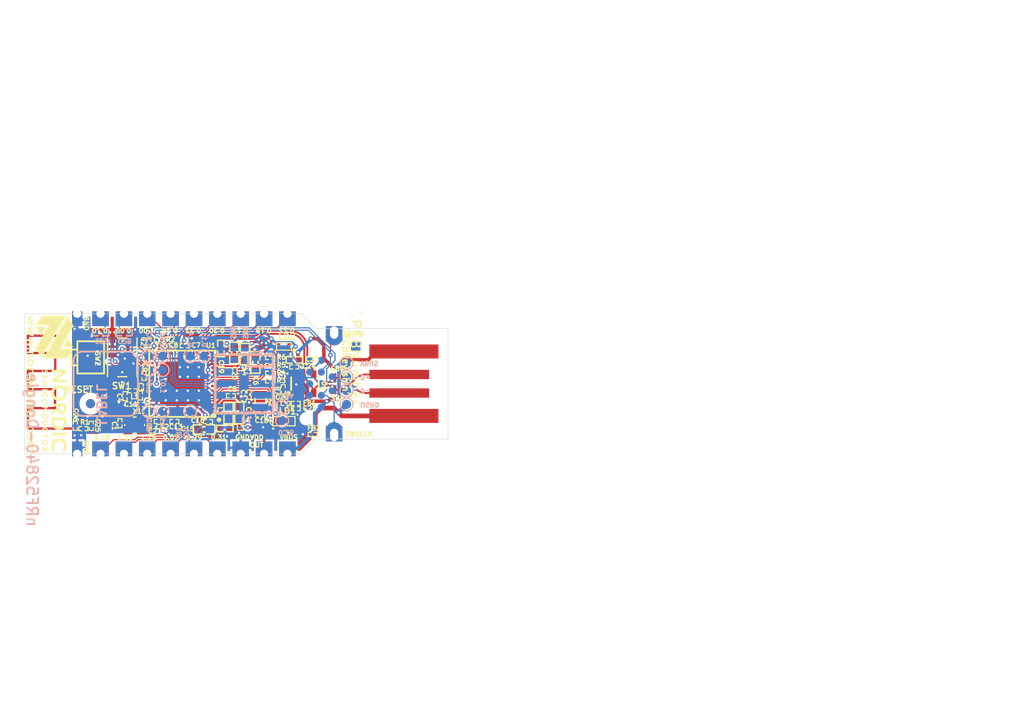
<source format=kicad_pcb>
(kicad_pcb (version 20211014) (generator pcbnew)
  (layers (0 "F.Cu" signal "Top Layer") (31 "B.Cu" signal "Bottom Layer") (34 "B.Paste" user "Bottom Paste") (35 "F.Paste" user "Top Paste") (36 "B.SilkS" user "Bottom Overlay") (37 "F.SilkS" user "Top Overlay") (38 "B.Mask" user "Bottom Solder") (39 "F.Mask" user "Top Solder") (44 "Edge.Cuts" user))
  (net 0 "")
  (net 1 "NetC1_2")
  (net 2 "VBUS")
  (net 3 "NetD-_1")
  (net 4 "NetD+_1")
  (net 5 "P1.01")
  (net 6 "P0.11")
  (net 7 "P1.11")
  (net 8 "P0.14")
  (net 9 "DEC3")
  (net 10 "NetC20_1")
  (net 11 "XC2")
  (net 12 "XC1")
  (net 13 "VDD_nRF")
  (net 14 "VBUS'")
  (net 15 "VBUS_nRF")
  (net 16 "SWDIO")
  (net 17 "SWDCLK")
  (net 18 "RF")
  (net 19 "RESET")
  (net 20 "P1.15")
  (net 21 "P1.13")
  (net 22 "P1.10")
  (net 23 "LED2_G")
  (net 24 "P1.00")
  (net 25 "P0.31")
  (net 26 "P0.29")
  (net 27 "P0.24")
  (net 28 "P0.22")
  (net 29 "P0.20")
  (net 30 "P0.17")
  (net 31 "P0.15")
  (net 32 "P0.13")
  (net 33 "LED2_B")
  (net 34 "P0.10")
  (net 35 "P0.09")
  (net 36 "LED2_R")
  (net 37 "P0.02")
  (net 38 "P0.01/XL2")
  (net 39 "P0.00/XL1")
  (net 40 "NetLD2_3")
  (net 41 "NetLD2_2")
  (net 42 "NetLD2_1")
  (net 43 "NetLD1_1")
  (net 44 "NetL4_2")
  (net 45 "NetL2_2")
  (net 46 "NetL2_1")
  (net 47 "NetFB2_1")
  (net 48 "D_P")
  (net 49 "D_N")
  (net 50 "NetC13_1")
  (net 51 "NetC9_1")
  (net 52 "NetC3_2")
  (net 53 "DEC4_6")
  (net 54 "DEC1")
  (net 55 "ANT")
  (net 56 "GND")
  (net 57 "P1.07")
  (net 58 "LED1")
  (net 59 "P0.04")
  (net 60 "P0.26")
  (net 61 "P1.02")
  (net 62 "P1.04")
  (net 63 "SW1")
  (net 64 "NetSB1_2")
  (footprint "D:_Applications_test_rsk_lib_RSK-ONLY_PcbLib_Passive.PcbLib_CAPC0603X03L_C" (layer "F.Cu") (at 147.909901 106.309701)
    (fp_text reference "C5")
    (fp_text value "100nF" hide)
  )
  (footprint "D:_Applications_test_rsk_lib_RSK-ONLY_PcbLib_Passive.PcbLib_CAPC0603X03L_C" (layer "F.Cu") (at 149.891101 106.182701 -90)
    (fp_text reference "C17")
    (fp_text value "12pF" hide)
  )
  (footprint "" (layer "F.Cu") (at 159.136701 99.9236)
    (fp_text reference "")
    (fp_text value "")
  )
  (footprint "D:_Applications_test_rsk_lib_RSK-ONLY_PcbLib_Passive.PcbLib_INDC0603X03L_C" (layer "F.Cu") (at 154.971101 107.1372 180)
    (fp_text reference "FB1")
    (fp_text value "120R/0.85A" hide)
  )
  (footprint "D:_Applications_test_rsk_lib_RSK-ONLY_PcbLib_pcblib.PcbLib_XTAL_2012" (layer "F.Cu") (at 151.135701 106.8832 -90)
    (fp_text reference "X2")
    (fp_text value "32.768kHz" hide)
  )
  (footprint "D:_Applications_test_rsk_lib_RSK-ONLY_PcbLib_Castellated_Hole_0.9mm.PcbLib_Castellated_Hole_0.9mm" (layer "F.Cu") (at 138.816701 97.3836 180)
    (fp_text reference "1.00")
    (fp_text value "CH" hide)
  )
  (footprint "D:_Applications_test_rsk_lib_RSK-ONLY_PcbLib_Passive.PcbLib_CAPC0603X03L_C" (layer "F.Cu") (at 154.793301 103.1748)
    (fp_text reference "C24")
    (fp_text value "100nF" hide)
  )
  (footprint "D:_Applications_test_rsk_lib_RSK-ONLY_Nordic Discrete DB.DbLib_Optoelectronics$_LED_RGB_0603" (layer "F.Cu") (at 153.675701 100.9396 90)
    (fp_text reference "LD2")
    (fp_text value "LED RGB" hide)
  )
  (footprint "D:_Applications_test_rsk_lib_RSK-ONLY_PcbLib_Castellated_Hole_0.9mm.PcbLib_Castellated_Hole_0.9mm" (layer "F.Cu") (at 146.436701 112.6236)
    (fp_text reference "0.31")
    (fp_text value "CH" hide)
  )
  (footprint "D:_Applications_test_rsk_lib_RSK-ONLY_Nordic Passive DB.DbLib_Connectors$_Castellated_Hole_0.9mm_D" (layer "F.Cu") (at 159.136701 110.563599)
    (fp_text reference "SWDCLK")
    (fp_text value "CH" hide)
  )
  (footprint "D:_Applications_test_rsk_lib_RSK-ONLY_Nordic Passive DB.DbLib_Capacitors$_CAPC0603X03L_C" (layer "F.Cu") (at 130.993501 109.5756 -90)
    (fp_text reference "C26")
    (fp_text value "1.5pF" hide)
  )
  (footprint "D:_Applications_test_rsk_lib_RSK-ONLY_PcbLib_Passive.PcbLib_CAPC0603X03L_C" (layer "F.Cu") (at 135.848901 109.2962 90)
    (fp_text reference "C1")
    (fp_text value "12pF" hide)
  )
  (footprint "D:_Applications_test_rsk_lib_RSK-ONLY_PcbLib_Passive.PcbLib_CAPC0603X03L_C" (layer "F.Cu") (at 138.131698 107.278599 180)
    (fp_text reference "C11")
    (fp_text value "100pF" hide)
  )
  (footprint "D:_Applications_test_rsk_lib_RSK-ONLY_PcbLib_Passive.PcbLib_RESC0603X03L_C" (layer "F.Cu") (at 152.177101 104.6988)
    (fp_text reference "R3")
    (fp_text value "220R" hide)
  )
  (footprint "D:_Applications_test_rsk_lib_RSK-ONLY_PcbLib_Passive.PcbLib_CAPC0603X03L_C" (layer "F.Cu") (at 151.084901 108.3818 180)
    (fp_text reference "C18")
    (fp_text value "12pF" hide)
  )
  (footprint "D:_Applications_test_rsk_lib_RSK-ONLY_PcbLib_Passive.PcbLib_RESC0603X03L_C" (layer "F.Cu") (at 153.595701 105.603598 -90)
    (fp_text reference "R7")
    (fp_text value "4R7" hide)
  )
  (footprint "D:_Applications_test_rsk_lib_RSK-ONLY_PcbLib_Passive.PcbLib_CAPC1005X04L" (layer "F.Cu") (at 146.817701 101.1682 -90)
    (fp_text reference "C19")
    (fp_text value "4.7µF" hide)
  )
  (footprint "" (layer "F.Cu") (at 159.136701 110.0836)
    (fp_text reference "")
    (fp_text value "")
  )
  (footprint "D:_Applications_test_rsk_lib_RSK-ONLY_Nordic Passive DB.DbLib_Capacitors$_CAPC1608X06L" (layer "F.Cu") (at 150.576901 102.677501 90)
    (fp_text reference "C6")
    (fp_text value "4.7µF" hide)
  )
  (footprint "D:_Applications_test_rsk_lib_RSK-ONLY_PcbLib_Castellated_Hole_0.9mm.PcbLib_Castellated_Hole_0.9mm" (layer "F.Cu") (at 148.976701 112.6236)
    (fp_text reference "GND1" hide)
    (fp_text value "GND")
  )
  (footprint "D:_Applications_test_rsk_lib_RSK-ONLY_PcbLib_Castellated_Hole_0.9mm.PcbLib_Castellated_Hole_0.9mm" (layer "F.Cu") (at 136.276701 112.6236)
    (fp_text reference "1.13")
    (fp_text value "CH" hide)
  )
  (footprint "D:_Applications_test_rsk_lib_RSK-ONLY_Nordic Discrete DB.DbLib_Crystal_Osc$_BT-XTAL_2016" (layer "F.Cu") (at 137.449101 109.4994)
    (fp_text reference "X1")
    (fp_text value "32MHz" hide)
  )
  (footprint "D:_Applications_test_rsk_lib_RSK-ONLY_PcbLib_Passive.PcbLib_CAPC0603X03L_C" (layer "F.Cu") (at 141.767101 109.104999)
    (fp_text reference "C13")
    (fp_text value "N.C." hide)
  )
  (footprint "D:_Applications_test_rsk_lib_RSK-ONLY_PcbLib_Castellated_Hole_0.9mm.PcbLib_Castellated_Hole_0.9mm" (layer "F.Cu") (at 141.356701 97.3836 180)
    (fp_text reference "0.24")
    (fp_text value "CH" hide)
  )
  (footprint "D:_Applications_test_rsk_lib_RSK-ONLY_PcbLib_Castellated_Hole_0.9mm.PcbLib_Castellated_Hole_0.9mm" (layer "F.Cu") (at 151.516701 97.3836 180)
    (fp_text reference "0.15")
    (fp_text value "CH" hide)
  )
  (footprint "C:_Repositories_Applications_test_rsk_lib_RSK-ONLY_PcbLib_PASSIVE.PCBLIB_USB-A-PCB" (layer "F.Cu") (at 166.520499 104.993699 180)
    (fp_text reference "J1" hide)
    (fp_text value "USB-A" hide)
  )
  (footprint "D:_Applications_test_rsk_lib_RSK-ONLY_PcbLib_Passive.PcbLib_RESC0603X03L_C" (layer "F.Cu") (at 152.177101 102.158802)
    (fp_text reference "R6")
    (fp_text value "390R" hide)
  )
  (footprint "D:_Applications_test_rsk_lib_RSK-ONLY_Nordic Passive DB.DbLib_Connectors$_Castellated_Hole_0.9mm_S" (layer "F.Cu") (at 131.196701 97.3836 180)
    (fp_text reference "GND3" hide)
    (fp_text value "GND")
  )
  (footprint "0603.PCBLIB:INDC1608X06L" (layer "F.Cu") (at 147.655901 108.1786 90)
    (fp_text reference "L2")
    (fp_text value "10µH" hide)
  )
  (footprint "D:_Applications_test_rsk_lib_RSK-ONLY_PcbLib_Castellated_Hole_0.9mm.PcbLib_Castellated_Hole_0.9mm" (layer "F.Cu") (at 138.816701 112.6236)
    (fp_text reference "1.15")
    (fp_text value "CH" hide)
  )
  (footprint "D:_Applications_test_rsk_lib_RSK-ONLY_PcbLib_Passive.PcbLib_RESC0603X03L_C" (layer "F.Cu") (at 152.177101 103.005468)
    (fp_text reference "R5")
    (fp_text value "2k2" hide)
  )
  (footprint "D:_Applications_test_rsk_lib_RSK-ONLY_PcbLib_Passive.PcbLib_CAPC0603X03L_C" (layer "F.Cu") (at 138.075099 106.279 90)
    (fp_text reference "C3")
    (fp_text value "0.8pF" hide)
  )
  (footprint "D:_Applications_test_rsk_lib_RSK-ONLY_PcbLib_Passive.PcbLib_CAPC0603X03L_C" (layer "F.Cu") (at 140.442301 100.874101)
    (fp_text reference "C8")
    (fp_text value "100nF" hide)
  )
  (footprint "D:_Applications_test_rsk_lib_RSK-ONLY_PcbLib_AQFN50P700X700X85_HS-74N.PcbLib_AQFN50P700X700X85_HS-74N" (layer "F.Cu") (at 142.626701 105.0036 180)
    (fp_text reference "U1")
    (fp_text value "nRF52840-QIAA" hide)
  )
  (footprint "D:_Applications_test_rsk_lib_RSK-ONLY_Nordic Passive DB.DbLib_Capacitors$_CAPC1608X06L" (layer "F.Cu") (at 148.824301 108.1786 -90)
    (fp_text reference "C14")
    (fp_text value "1.0µF" hide)
  )
  (footprint "D:_Applications_test_rsk_lib_RSK-ONLY_PcbLib_Passive.PcbLib_CAPC1005X04L" (layer "F.Cu") (at 154.818701 102.4128)
    (fp_text reference "C23")
    (fp_text value "4.7µF" hide)
  )
  (footprint "D:_Applications_test_rsk_lib_RSK-ONLY_PcbLib_Castellated_Hole_0.9mm.PcbLib_Castellated_Hole_0.9mm" (layer "F.Cu") (at 141.356701 112.6236)
    (fp_text reference "0.02")
    (fp_text value "CH" hide)
  )
  (footprint "D:_Applications_test_rsk_lib_RSK-ONLY_PcbLib_Passive.PcbLib_CAPC0603X03L_C" (layer "F.Cu") (at 145.420701 109.1184 180)
    (fp_text reference "C16")
    (fp_text value "47nF" hide)
  )
  (footprint "D:_Applications_test_rsk_lib_RSK-ONLY_PcbLib_Castellated_Hole_0.9mm.PcbLib_Castellated_Hole_0.9mm" (layer "F.Cu") (at 136.276701 97.3836 180)
    (fp_text reference "0.09")
    (fp_text value "CH" hide)
  )
  (footprint "D:_Applications_test_rsk_lib_RSK-ONLY_PcbLib_Castellated_Hole_0.9mm.PcbLib_Castellated_Hole_0.9mm" (layer "F.Cu") (at 133.736701 97.3836 180)
    (fp_text reference "0.10")
    (fp_text value "CH" hide)
  )
  (footprint "D:_Applications_test_rsk_lib_RSK-ONLY_PcbLib_Passive.PcbLib_INDC1608X06L" (layer "F.Cu") (at 149.433901 101.788501 -90)
    (fp_text reference "L4")
    (fp_text value "10µH" hide)
  )
  (footprint "D:_Applications_test_rsk_lib_RSK-ONLY_Nordic Passive DB.DbLib_Capacitors$_CAPC1608X06L" (layer "F.Cu") (at 148.290901 101.661501 90)
    (fp_text reference "C20")
    (fp_text value "4.7µF" hide)
  )
  (footprint "D:_Applications_test_rsk_lib_RSK-ONLY_PcbLib_Passive.PcbLib_CAPC0603X03L_C" (layer "F.Cu") (at 153.853501 107.1372)
    (fp_text reference "C22")
    (fp_text value "100nF" hide)
  )
  (footprint "D:_Applications_test_rsk_lib_RSK-ONLY_PcbLib_Castellated_Hole_0.9mm.PcbLib_Castellated_Hole_0.9mm" (layer "F.Cu") (at 154.056701 112.6236)
    (fp_text reference "VBUS1" hide)
    (fp_text value "VBUS")
  )
  (footprint "D:_Applications_test_rsk_lib_RSK-ONLY_PcbLib_Castellated_Hole_0.9mm.PcbLib_Castellated_Hole_0.9mm" (layer "F.Cu") (at 151.516701 112.6236)
    (fp_text reference "VDD OUT" hide)
    (fp_text value "CH" hide)
  )
  (footprint "" (layer "F.Cu") (at 159.136701 110.0836)
    (fp_text reference "")
    (fp_text value "")
  )
  (footprint "D:_Applications_test_rsk_lib_RSK-ONLY_PcbLib_Castellated_Hole_0.9mm.PcbLib_Castellated_Hole_0.9mm" (layer "F.Cu") (at 148.976701 97.3836 180)
    (fp_text reference "0.17")
    (fp_text value "CH" hide)
  )
  (footprint "D:_Applications_test_rsk_lib_RSK-ONLY_Nordic Discrete DB.DbLib_Optoelectronics$_LED_0603_G" (layer "F.Cu") (at 153.675701 109.0676)
    (fp_text reference "LD1")
    (fp_text value "L0603G" hide)
  )
  (footprint "" (layer "F.Cu") (at 159.136701 99.9236)
    (fp_text reference "")
    (fp_text value "")
  )
  (footprint "D:_Applications_test_rsk_lib_RSK-ONLY_PcbLib_Passive.PcbLib_Fiducial" (layer "F.Cu") (at 132.644501 107.1626)
    (fp_text reference "Fid2" hide)
    (fp_text value "Fiducial mark" hide)
  )
  (footprint "D:_Applications_test_rsk_lib_RSK-ONLY_PcbLib_Castellated_Hole_0.9mm.PcbLib_Castellated_Hole_0.9mm" (layer "F.Cu") (at 146.436701 97.3836 180)
    (fp_text reference "0.20")
    (fp_text value "CH" hide)
  )
  (footprint "D:_Applications_test_rsk_lib_RSK-ONLY_PcbLib_Castellated_Hole_0.9mm.PcbLib_Castellated_Hole_0.9mm" (layer "F.Cu") (at 143.896701 112.6236)
    (fp_text reference "0.29")
    (fp_text value "CH" hide)
  )
  (footprint "D:_Applications_test_rsk_lib_RSK-ONLY_PcbLib_Passive.PcbLib_CAPC0603X03L_C" (layer "F.Cu") (at 154.971101 107.7214)
    (fp_text reference "C21")
    (fp_text value "10nF" hide)
  )
  (footprint "D:_Applications_test_rsk_lib_RSK-ONLY_PcbLib_Passive.PcbLib_CAPC0603X03L_C" (layer "F.Cu") (at 136.403701 106.3498 90)
    (fp_text reference "C4")
    (fp_text value "0.5pF" hide)
  )
  (footprint "D:_Applications_test_rsk_lib_RSK-ONLY_PcbLib_Passive.PcbLib_Solderbridge_Shorted" (layer "F.Cu") (at 159.481701 104.353598)
    (fp_text reference "SB4")
    (fp_text value "Solderbridge" hide)
  )
  (footprint "D:_Applications_test_rsk_lib_RSK-ONLY_PcbLib_Passive.PcbLib_CAPC0603X03L_C" (layer "F.Cu") (at 138.461101 104.14 90)
    (fp_text reference "C9")
    (fp_text value "820pF" hide)
  )
  (footprint "D:_Applications_test_rsk_lib_RSK-ONLY_PcbLib_Passive.PcbLib_CAPC0603X03L_C" (layer "F.Cu") (at 140.065301 109.104999 180)
    (fp_text reference "C12")
    (fp_text value "100nF" hide)
  )
  (footprint "0402.PCBLIB:INDC1005X04L" (layer "F.Cu") (at 147.249501 109.865701)
    (fp_text reference "L3")
    (fp_text value "15nH" hide)
  )
  (footprint "D:_Applications_test_rsk_lib_RSK-ONLY_Nordic Discrete DB.DbLib_Rele_Switch$_C&K_PTS810" (layer "F.Cu") (at 136.098901 102.1334 -90)
    (fp_text reference "SW1")
    (fp_text value "PB SW" hide)
  )
  (footprint "D:_Applications_test_rsk_lib_RSK-ONLY_PcbLib_Passive.PcbLib_Solderbridge_Shorted" (layer "F.Cu") (at 159.481701 105.653601)
    (fp_text reference "SB3")
    (fp_text value "Solderbridge" hide)
  )
  (footprint "D:_Applications_test_rsk_lib_RSK-ONLY_PcbLib_Passive.PcbLib_CAPC0603X03L_C" (layer "F.Cu") (at 142.880701 100.874101)
    (fp_text reference "C7")
    (fp_text value "100nF" hide)
  )
  (footprint "D:_Applications_test_rsk_lib_RSK-ONLY_PcbLib_Passive.PcbLib_CAPC0603X03L_C" (layer "F.Cu") (at 138.994501 100.5459 -90)
    (fp_text reference "C27")
    (fp_text value "100nF" hide)
  )
  (footprint "D:_Applications_test_rsk_lib_RSK-ONLY_Nordic Passive DB.DbLib_Connectors$_Castellated_Hole_0.9mm_S" (layer "F.Cu") (at 131.196701 112.6236)
    (fp_text reference "GND2" hide)
    (fp_text value "GND")
  )
  (footprint "D:_Applications_test_rsk_lib_RSK-ONLY_PcbLib_Passive.PcbLib_RESC0603X03L_C" (layer "F.Cu") (at 131.857101 109.8804 180)
    (fp_text reference "R1")
    (fp_text value "0R" hide)
  )
  (footprint "D:_Applications_test_rsk_lib_RSK-ONLY_PcbLib_pcblib.PcbLib_SOT190P230X110-4L" (layer "F.Cu") (at 155.961701 105.0036 90)
    (fp_text reference "D1")
    (fp_text value "PRTR5V0U2X" hide)
  )
  (footprint "D:_Applications_test_rsk_lib_RSK-ONLY_PcbLib_Castellated_Hole_0.9mm.PcbLib_Castellated_Hole_0.9mm" (layer "F.Cu") (at 154.056701 97.3836 180)
    (fp_text reference "0.13")
    (fp_text value "CH" hide)
  )
  (footprint "D:_Applications_test_rsk_lib_RSK-ONLY_PcbLib_Passive.PcbLib_CAPC0603X03L_C" (layer "F.Cu") (at 139.049301 109.2962 -90)
    (fp_text reference "C2")
    (fp_text value "12pF" hide)
  )
  (footprint "D:_Applications_test_rsk_lib_RSK-ONLY_PcbLib_Passive.PcbLib_INDC0603X03L_C" (layer "F.Cu") (at 156.799901 110.5154 180)
    (fp_text reference "FB2")
    (fp_text value "120R/0.85A" hide)
  )
  (footprint "D:_Applications_test_rsk_lib_RSK-ONLY_Nordic Passive DB.DbLib_Connectors$_Fiducial_Square" (layer "F.Cu") (at 161.4817 101.003608)
    (fp_text reference "Fid1" hide)
    (fp_text value "Fiducial mark" hide)
  )
  (footprint "D:_Applications_test_rsk_lib_RSK-ONLY_Nordic Discrete DB.DbLib_Rele_Switch$_EVQP7A{slash}J{slash}B{slash}K" (layer "F.Cu") (at 132.669901 102.1334 -90)
    (fp_text reference "SW2")
    (fp_text value "PTS840 GK SMTR LFS" hide)
  )
  (footprint "D:_Applications_test_rsk_lib_RSK-ONLY_PcbLib_Passive.PcbLib_RESC0603X03L_C" (layer "F.Cu") (at 152.177101 103.852134)
    (fp_text reference "R4")
    (fp_text value "1k2" hide)
  )
  (footprint "D:_Applications_test_rsk_lib_RSK-ONLY_PcbLib_Passive.PcbLib_INDC0603X03L_C" (layer "F.Cu") (at 137.220501 105.774203 180)
    (fp_text reference "L1")
    (fp_text value "4.7nH" hide)
  )
  (footprint "D:_Applications_test_rsk_lib_RSK-ONLY_PcbLib_Passive.PcbLib_RESC0603X03L_C" (layer "F.Cu") (at 140.086701 100.2284)
    (fp_text reference "R2")
    (fp_text value "10k" hide)
  )
  (footprint "D:_Applications_test_rsk_lib_RSK-ONLY_PcbLib_Castellated_Hole_0.9mm.PcbLib_Castellated_Hole_0.9mm" (layer "F.Cu") (at 133.736701 112.6236)
    (fp_text reference "1.10")
    (fp_text value "CH" hide)
  )
  (footprint "D:_Applications_test_rsk_lib_RSK-ONLY_PcbLib_Passive.PcbLib_CAPC0603X03L_C" (layer "F.Cu") (at 132.720701 109.5756 90)
    (fp_text reference "C25")
    (fp_text value "N.C." hide)
  )
  (footprint "D:_Applications_test_rsk_lib_RSK-ONLY_PcbLib_Castellated_Hole_0.9mm.PcbLib_Castellated_Hole_0.9mm" (layer "F.Cu") (at 143.896701 97.3836 180)
    (fp_text reference "0.22")
    (fp_text value "CH" hide)
  )
  (footprint "D:_Applications_test_rsk_lib_RSK-ONLY_Nordic Passive DB.DbLib_Connectors$_Castellated_Hole_0.9mm_D" (layer "F.Cu") (at 159.136701 99.443601 180)
    (fp_text reference "SWDIO")
    (fp_text value "CH" hide)
  )
  (footprint "D:_Applications_test_rsk_lib_RSK-ONLY_Nordic Passive DB.DbLib_Capacitors$_CAPC1608X06L" (layer "F.Cu") (at 144.992901 109.968599)
    (fp_text reference "C15")
    (fp_text value "1.0µF" hide)
  )
  (footprint "D:_Applications_test_rsk_lib_RSK-ONLY_Nordic Passive DB.DbLib_Connectors$_TP_SMD_Ø1.0mm" (layer "B.Cu") (at 143.4817 102.003601 180)
    (fp_text reference "0.14")
    (fp_text value "Ø1.0mm,SMD" hide)
  )
  (footprint "D:_Applications_test_rsk_lib_RSK-ONLY_PcbLib_Passive.PcbLib_TP_SMD_Ø1.0mm" (layer "B.Cu") (at 140.481701 103.5036 180)
    (fp_text reference "1.07")
    (fp_text value "Ø1.0mm,SMD" hide)
  )
  (footprint "D:_Applications_test_rsk_lib_RSK-ONLY_PcbLib_Passive.PcbLib_TP_SMD_Ø1.0mm" (layer "B.Cu") (at 143.4817 108.003599 180)
    (fp_text reference "VDD nRF" hide)
    (fp_text value "Ø1.0mm,SMD" hide)
  )
  (footprint "D:_Applications_test_rsk_lib_RSK-ONLY_PcbLib_Passive.PcbLib_TP_SMD_Ø1.0mm" (layer "B.Cu") (at 160.481707 107.253598 180)
    (fp_text reference "UGND")
    (fp_text value "Ø1.0mm,SMD" hide)
  )
  (footprint "D:_Applications_hardware_pca10059_trunk_altium_files_pca10059.IntLib_TP_SMD_Ø1.0mm" (layer "B.Cu") (at 158.931692 105.753601 -90)
    (fp_text reference "DN" hide)
    (fp_text value "Ø1.0mm,SMD" hide)
  )
  (footprint "D:_Applications_test_rsk_lib_RSK-ONLY_Nordic Passive DB.DbLib_Connectors$_TP_SMD_Ø1.0mm" (layer "B.Cu") (at 144.9817 102.003601 180)
    (fp_text reference "0.11")
    (fp_text value "Ø1.0mm,SMD" hide)
  )
  (footprint "D:_Applications_test_rsk_lib_RSK-ONLY_Nordic Passive DB.DbLib_Connectors$_TP_SMD_Ø1.0mm" (layer "B.Cu") (at 140.481701 108.003599 180)
    (fp_text reference "1.11")
    (fp_text value "Ø1.0mm,SMD" hide)
  )
  (footprint "Passive.PcbLib:TC2050-IDC-NLFP" (layer "B.Cu") (at 157.104701 105.0036 -90)
    (fp_text reference "J2" hide)
    (fp_text value "TC2050-IDC" hide)
  )
  (footprint "D:_Applications_test_rsk_lib_RSK-ONLY_PcbLib_Passive.PcbLib_Solderbridge_Shorted" (layer "B.Cu") (at 148.087701 100.9396 90)
    (fp_text reference "SB2")
    (fp_text value "Solderbridge" hide)
  )
  (footprint "D:_Applications_test_rsk_lib_RSK-ONLY_PcbLib_Passive.PcbLib_TP_SMD_Ø1.0mm" (layer "B.Cu") (at 153.481701 107.5036 180)
    (fp_text reference "0.04")
    (fp_text value "Ø1.0mm,SMD" hide)
  )
  (footprint "D:_Applications_test_rsk_lib_RSK-ONLY_PcbLib_Passive.PcbLib_TP_SMD_Ø1.0mm" (layer "B.Cu") (at 138.981702 103.5036 180)
    (fp_text reference "1.04")
    (fp_text value "Ø1.0mm,SMD" hide)
  )
  (footprint "D:_Applications_test_rsk_lib_RSK-ONLY_PcbLib_Passive.PcbLib_TP_SMD_Ø1.0mm" (layer "B.Cu") (at 153.481701 109.003599 180)
    (fp_text reference "0.26")
    (fp_text value "Ø1.0mm,SMD" hide)
  )
  (footprint "D:_Applications_test_rsk_lib_RSK-ONLY_PcbLib_Passive.PcbLib_TP_SMD_Ø1.0mm" (layer "B.Cu") (at 160.481707 104.253599 180)
    (fp_text reference "D+")
    (fp_text value "Ø1.0mm,SMD" hide)
  )
  (footprint "D:_Applications_test_rsk_lib_RSK-ONLY_PcbLib_Passive.PcbLib_TP_SMD_Ø1.0mm" (layer "B.Cu") (at 160.481707 105.753598 180)
    (fp_text reference "D-")
    (fp_text value "Ø1.0mm,SMD" hide)
  )
  (footprint "D:_Applications_test_rsk_lib_RSK-ONLY_PcbLib_Passive.PcbLib_Solderbridge" (layer "B.Cu") (at 149.459301 100.9396 -90)
    (fp_text reference "SB1")
    (fp_text value "Solderbridge" hide)
  )
  (footprint "D:_Applications_test_rsk_lib_RSK-ONLY_PcbLib_Passive.PcbLib_TP_SMD_Ø1.0mm" (layer "B.Cu") (at 138.981702 108.003599 180)
    (fp_text reference "GND4" hide)
    (fp_text value "GND")
  )
  (footprint "D:_Applications_test_rsk_lib_RSK-ONLY_PcbLib_Passive.PcbLib_TP_SMD_Ø1.0mm" (layer "B.Cu") (at 138.981702 102.003601 180)
    (fp_text reference "1.02")
    (fp_text value "Ø1.0mm,SMD" hide)
  )
  (footprint "D:_Applications_test_rsk_lib_RSK-ONLY_PcbLib_Passive.PcbLib_CAPC1005X04L" (layer "B.Cu") (at 136.276701 99.441 180)
    (fp_text reference "C28")
    (fp_text value "N.C." hide)
  )
  (footprint "D:_Applications_test_rsk_lib_RSK-ONLY_PcbLib_Passive.PcbLib_TP_SMD_Ø1.0mm" (layer "B.Cu") (at 160.481707 102.753599 180)
    (fp_text reference "VBUS2" hide)
    (fp_text value "VBUS")
  )
  (footprint "D:_Applications_test_rsk_lib_RSK-ONLY_PcbLib_Passive.PcbLib_CAPC1005X04L" (layer "B.Cu") (at 133.736701 99.441 180)
    (fp_text reference "C29")
    (fp_text value "N.C." hide)
  )
  (footprint "C:_Applications_test_rsk_lib_RSK-ONLY_Nordic Passive DB.DbLib_Connectors$_HDR_2x5-SMD-1.27mm-NC" (layer "B.Cu") (at 149.357701 105.0036 -90)
    (fp_text reference "P1")
    (fp_text value "Pin Header 2x5, 1.27mm" hide)
  )
  (footprint "D:_Applications_hardware_pca10059_trunk_altium_files_pca10059.IntLib_TP_SMD_Ø1.0mm" (layer "B.Cu") (at 158.931692 104.253599 -90)
    (fp_text reference "DP" hide)
    (fp_text value "Ø1.0mm,SMD" hide)
  )
  (footprint "D:_Applications_test_rsk_lib_RSK-ONLY_PcbLib_Passive.PcbLib_TP_SMD_Ø1.0mm" (layer "B.Cu") (at 140.481701 102.003601 180)
    (fp_text reference "1.01")
    (fp_text value "Ø1.0mm,SMD" hide)
  )
  (gr_poly (pts (xy 159.379537 106.085601) (xy 159.303901 106.159061) (xy 159.18554 106.1206) (xy 159.121021 106.077781) (xy 159.047361 106.004121) (xy 158.994021 105.945701) (xy 158.935601 105.846641) (xy 158.907661 105.752661) (xy 158.912741 105.531681) (xy 158.938141 105.460561) (xy 159.021961 105.323401) (xy 159.105781 105.242121) (xy 159.197544 105.1846) (xy 159.298821 105.153221) (xy 159.349621 105.171001) (xy 159.37954 105.223602)) (layer "F.Cu") (width 0) (fill solid))
  (gr_poly (pts (xy 159.583865 105.2216) (xy 159.659501 105.148141) (xy 159.777863 105.186602) (xy 159.842381 105.229421) (xy 159.916041 105.303081) (xy 159.969381 105.361501) (xy 160.027801 105.460561) (xy 160.055741 105.554541) (xy 160.050661 105.775521) (xy 160.025261 105.846641) (xy 159.941441 105.983801) (xy 159.857621 106.065081) (xy 159.765859 106.122602) (xy 159.664581 106.153981) (xy 159.613781 106.1362) (xy 159.583863 106.0836)) (layer "F.Cu") (width 0) (fill solid))
  (gr_poly (pts (xy 159.379537 104.785599) (xy 159.303901 104.859058) (xy 159.18554 104.820598) (xy 159.121021 104.777778) (xy 159.047361 104.704118) (xy 158.994021 104.645698) (xy 158.935601 104.546638) (xy 158.907661 104.452658) (xy 158.912741 104.231678) (xy 158.938141 104.160558) (xy 159.021961 104.023398) (xy 159.105781 103.942118) (xy 159.197544 103.884598) (xy 159.298821 103.853218) (xy 159.349621 103.870998) (xy 159.37954 103.923599)) (layer "F.Cu") (width 0) (fill solid))
  (gr_poly (pts (xy 159.583865 103.921598) (xy 159.659501 103.848138) (xy 159.777863 103.886599) (xy 159.842381 103.929418) (xy 159.916041 104.003078) (xy 159.969381 104.061498) (xy 160.027801 104.160558) (xy 160.055741 104.254538) (xy 160.050661 104.475518) (xy 160.025261 104.546638) (xy 159.941441 104.683798) (xy 159.857621 104.765078) (xy 159.765859 104.822599) (xy 159.664581 104.853978) (xy 159.613781 104.836198) (xy 159.583863 104.783597)) (layer "F.Cu") (width 0) (fill solid))
  (gr_poly (pts (xy 147.6557 101.041763) (xy 147.582241 101.1174) (xy 147.620701 101.235761) (xy 147.663521 101.30028) (xy 147.737181 101.37394) (xy 147.795601 101.42728) (xy 147.894661 101.4857) (xy 147.988641 101.51364) (xy 148.209621 101.50856) (xy 148.280741 101.48316) (xy 148.417901 101.39934) (xy 148.499181 101.31552) (xy 148.556702 101.223757) (xy 148.588081 101.12248) (xy 148.570301 101.07168) (xy 148.5177 101.041761)) (layer "B.Cu") (width 0) (fill solid))
  (gr_poly (pts (xy 149.0273 101.016358) (xy 148.953841 101.092) (xy 148.992301 101.210361) (xy 149.035121 101.27488) (xy 149.108781 101.34854) (xy 149.167201 101.40188) (xy 149.266261 101.4603) (xy 149.360241 101.48824) (xy 149.581221 101.48316) (xy 149.652341 101.45776) (xy 149.789501 101.37394) (xy 149.870781 101.29012) (xy 149.928302 101.19836) (xy 149.959681 101.097082) (xy 149.941901 101.04628) (xy 149.8893 101.016361)) (layer "B.Cu") (width 0) (fill solid))
  (gr_poly (pts (xy 148.519701 100.837436) (xy 148.593161 100.7618) (xy 148.5547 100.643438) (xy 148.511881 100.57892) (xy 148.438221 100.50526) (xy 148.379801 100.45192) (xy 148.280741 100.3935) (xy 148.186761 100.36556) (xy 147.965781 100.37064) (xy 147.894661 100.39604) (xy 147.757501 100.47986) (xy 147.676221 100.56368) (xy 147.6187 100.655442) (xy 147.587321 100.75672) (xy 147.605101 100.80752) (xy 147.657702 100.837438)) (layer "B.Cu") (width 0) (fill solid))
  (gr_poly (pts (xy 149.891301 100.862841) (xy 149.964761 100.7872) (xy 149.9263 100.668838) (xy 149.883481 100.60432) (xy 149.809821 100.53066) (xy 149.751401 100.47732) (xy 149.652341 100.4189) (xy 149.558361 100.39096) (xy 149.337381 100.39604) (xy 149.266261 100.42144) (xy 149.129101 100.50526) (xy 149.047821 100.58908) (xy 148.9903 100.68084) (xy 148.958921 100.782117) (xy 148.976701 100.83292) (xy 149.029302 100.862838)) (layer "B.Cu") (width 0) (fill solid))
  (gr_line (start 131.8007 108.503598) (end 136.8007 108.503598) (layer "B.SilkS") (width 0.2))
  (gr_arc (start 131.8007 108.5036) (mid 131.093593 108.210707) (end 130.8007 107.5036) (layer "B.SilkS") (width 0.2))
  (gr_arc (start 137.8007 107.5036) (mid 137.507807 108.210707) (end 136.8007 108.5036) (layer "B.SilkS") (width 0.2))
  (gr_line (start 137.800701 107.5036) (end 137.800701 102.503602) (layer "B.SilkS") (width 0.2))
  (gr_arc (start 130.800703 102.503602) (mid 131.093596 101.796495) (end 131.800703 101.503602) (layer "B.SilkS") (width 0.2))
  (gr_arc (start 136.800703 101.503602) (mid 137.50781 101.796495) (end 137.800703 102.503602) (layer "B.SilkS") (width 0.2))
  (gr_line (start 130.8007 107.5036) (end 130.8007 102.5036) (layer "B.SilkS") (width 0.2))
  (gr_line (start 131.8007 101.503602) (end 136.8007 101.503602) (layer "B.SilkS") (width 0.2))
  (gr_poly (pts (xy 128.415091 107.173859) (xy 130.039639 107.173859) (xy 130.039639 107.772603) (xy 130.039266 107.796568) (xy 130.037844 107.824722) (xy 130.035573 107.850388) (xy 130.03049 107.887759) (xy 130.026002 107.911907) (xy 130.019185 107.941211) (xy 130.013983 107.959923) (xy 130.003604 107.991424) (xy 129.990269 108.024505) (xy 129.97682 108.052428) (xy 129.963871 108.075671) (xy 129.95364 108.092095) (xy 129.941031 108.110429) (xy 129.923815 108.132687) (xy 129.911981 108.146428) (xy 129.893277 108.166006) (xy 129.872754 108.183746) (xy 129.855383 108.199148) (xy 129.82427 108.22118) (xy 129.795002 108.238467) (xy 129.772553 108.249788) (xy 129.75359 108.258185) (xy 129.735561 108.265254) (xy 129.719328 108.270908) (xy 129.703519 108.2758) (xy 129.6812 108.281749) (xy 129.659919 108.28643) (xy 129.639798 108.290019) (xy 129.626714 108.291937) (xy 129.600075 108.294876) (xy 129.579694 108.296285) (xy 129.561586 108.296956) (xy 129.540397 108.297068) (xy 129.521081 108.296529) (xy 129.48881 108.294208) (xy 129.461434 108.290766) (xy 129.43406 108.285882) (xy 129.412557 108.280964) (xy 129.397223 108.276842) (xy 129.381528 108.272061) (xy 129.364906 108.266352) (xy 129.337992 108.255577) (xy 129.317748 108.246125) (xy 129.293745 108.233243) (xy 129.279179 108.224449) (xy 129.259857 108.211531) (xy 129.237695 108.194675) (xy 129.216514 108.176674) (xy 129.2032 108.164886) (xy 129.182943 108.14149) (xy 129.163479 108.117165) (xy 129.149461 108.097185) (xy 129.134119 108.072296) (xy 129.125577 108.056728) (xy 129.114706 108.034637) (xy 129.105836 108.014206) (xy 129.096154 107.988534) (xy 129.090088 107.969977) (xy 129.084803 107.951635) (xy 129.080078 107.932855) (xy 129.076507 107.916517) (xy 128.415091 108.396908) (xy 128.415091 108.023279) (xy 129.062583 107.582312) (xy 129.062583 107.470923) (xy 129.32484 107.470923) (xy 129.32484 107.726215) (xy 129.325328 107.748852) (xy 129.326753 107.769926) (xy 129.329349 107.791725) (xy 129.332333 107.808951) (xy 129.337317 107.830071) (xy 129.343517 107.849753) (xy 129.355567 107.877577) (xy 129.364421 107.89304) (xy 129.373715 107.906388) (xy 129.387146 107.922006) (xy 129.413527 107.944234) (xy 129.434583 107.956548) (xy 129.462993 107.967927) (xy 129.498005 107.975938) (xy 129.533633 107.979047) (xy 129.564431 107.97844) (xy 129.589092 107.975593) (xy 129.620014 107.968448) (xy 129.648525 107.957439) (xy 129.666767 107.947523) (xy 129.678832 107.939393) (xy 129.703991 107.917096) (xy 129.718411 107.899715) (xy 129.731255 107.879819) (xy 129.739886 107.86289) (xy 129.746668 107.846449) (xy 129.751766 107.831244) (xy 129.757537 107.808951) (xy 129.760803 107.791727) (xy 129.762944 107.776411) (xy 129.765274 107.747866) (xy 129.765771 107.726215) (xy 129.765771 107.470923) (xy 128.415091 107.470923)) (layer "F.SilkS") (width 0) (fill solid))
  (gr_poly (pts (xy 127.98595 104.10496) (xy 127.384692 104.10496) (xy 127.384692 104.465691) (xy 127.487747 104.465691) (xy 127.487747 104.214897) (xy 127.661267 104.214897) (xy 127.66127 104.43991) (xy 127.7626 104.43991) (xy 127.762603 104.214897) (xy 127.882859 104.214897) (xy 127.882859 104.461426) (xy 127.98595 104.461429)) (layer "F.SilkS") (width 0) (fill solid))
  (gr_poly (pts (xy 126.347251 110.265834) (xy 126.358996 110.254618) (xy 126.371742 110.24156) (xy 126.37939 110.2332) (xy 126.385837 110.225789) (xy 126.389276 110.221682) (xy 126.396352 110.212865) (xy 126.402113 110.205273) (xy 126.406479 110.199238) (xy 126.411064 110.192599) (xy 126.416479 110.184326) (xy 126.419654 110.179218) (xy 126.423358 110.173) (xy 126.435095 110.150953) (xy 126.443505 110.132236) (xy 126.451925 110.109543) (xy 126.458697 110.086516) (xy 126.462204 110.071679) (xy 126.464246 110.061512) (xy 126.468028 110.037232) (xy 126.470038 110.017709) (xy 126.471059 110.001677) (xy 126.47161 109.980308) (xy 126.471216 109.959363) (xy 126.470675 109.94978) (xy 126.468697 109.928995) (xy 126.464887 109.904382) (xy 126.461874 109.88994) (xy 126.457698 109.87341) (xy 126.45111 109.852107) (xy 126.444348 109.833463) (xy 126.43877 109.821012) (xy 126.432649 109.808086) (xy 126.423327 109.790334) (xy 126.414142 109.774891) (xy 126.403396 109.758632) (xy 126.393055 109.745094) (xy 126.381602 109.731091) (xy 126.366797 109.715025) (xy 126.354958 109.703392) (xy 126.339863 109.689976) (xy 126.326251 109.678833) (xy 126.311966 109.668764) (xy 126.297048 109.65894) (xy 126.282507 109.650126) (xy 126.270262 109.643593) (xy 126.250551 109.63436) (xy 126.233391 109.627268) (xy 126.220056 109.622369) (xy 126.205636 109.617802) (xy 126.190671 109.613865) (xy 126.1689 109.608777) (xy 126.152098 109.606179) (xy 126.139337 109.604215) (xy 126.115215 109.6022) (xy 126.094425 109.601655) (xy 126.078809 109.601861) (xy 126.061822 109.602783) (xy 126.043252 109.604647) (xy 126.021448 109.608) (xy 125.996081 109.613555) (xy 125.983729 109.616725) (xy 125.964781 109.623004) (xy 125.944268 109.630873) (xy 125.926363 109.638899) (xy 125.908896 109.647606) (xy 125.894133 109.656384) (xy 125.879282 109.665978) (xy 125.864337 109.676521) (xy 125.849302 109.688221) (xy 125.834949 109.701215) (xy 125.823178 109.712917) (xy 125.809983 109.727001) (xy 125.797263 109.742305) (xy 125.785221 109.758835) (xy 125.775904 109.772711) (xy 125.765658 109.789846) (xy 125.757329 109.80584) (xy 125.746496 109.829732) (xy 125.737723 109.853559) (xy 125.732056 109.872424) (xy 125.728126 109.888215) (xy 125.725297 109.901911) (xy 125.723133 109.914601) (xy 125.721533 109.926236) (xy 125.72039 109.936765) (xy 125.719026 109.956236) (xy 125.718718 109.965144) (xy 125.718637 109.980638) (xy 125.718924 109.99301) (xy 125.719371 110.002693) (xy 125.720595 110.019188) (xy 125.722036 110.032507) (xy 125.724149 110.047275) (xy 125.726389 110.059807) (xy 125.730293 110.07745) (xy 125.732386 110.085507) (xy 125.736641 110.099884) (xy 125.740961 110.11253) (xy 125.746171 110.126119) (xy 125.751954 110.139591) (xy 125.757095 110.149629) (xy 125.765081 110.164349) (xy 125.772861 110.177204) (xy 125.779023 110.186576) (xy 125.787852 110.198977) (xy 125.798528 110.212687) (xy 125.808152 110.224079) (xy 125.817555 110.234488) (xy 125.828627 110.246) (xy 125.838743 110.255931) (xy 125.847997 110.264605) (xy 125.8539 110.269959) (xy 125.952289 110.170163) (xy 125.947539 110.165471) (xy 125.937148 110.154725) (xy 125.929277 110.146051) (xy 125.923402 110.139213) (xy 125.914115 110.127618) (xy 125.907641 110.118824) (xy 125.899864 110.10725) (xy 125.893661 110.096983) (xy 125.886683 110.083902) (xy 125.881182 110.071928) (xy 125.877651 110.063109) (xy 125.87264 110.047821) (xy 125.869069 110.034453) (xy 125.867534 110.027128) (xy 125.865886 110.017311) (xy 125.864585 110.006594) (xy 125.86375 109.995154) (xy 125.863468 109.980277) (xy 125.863691 109.972353) (xy 125.864657 109.959389) (xy 125.865888 109.949594) (xy 125.867819 109.938576) (xy 125.870918 109.925424) (xy 125.873282 109.917321) (xy 125.876785 109.907103) (xy 125.882368 109.893463) (xy 125.887329 109.883054) (xy 125.89473 109.870575) (xy 125.900394 109.861896) (xy 125.906927 109.8531) (xy 125.915119 109.843227) (xy 125.922254 109.835556) (xy 125.928779 109.829165) (xy 125.935076 109.823491) (xy 125.941072 109.818487) (xy 125.946996 109.813897) (xy 125.95281 109.809694) (xy 125.958776 109.80567) (xy 125.970552 109.798515) (xy 125.982208 109.792345) (xy 125.994303 109.786803) (xy 126.006475 109.782033) (xy 126.018667 109.777989) (xy 126.031182 109.77456) (xy 126.044006 109.771754) (xy 126.056376 109.769686) (xy 126.068977 109.768203) (xy 126.081794 109.767309) (xy 126.094425 109.767019) (xy 126.105405 109.767149) (xy 126.115456 109.767654) (xy 126.125393 109.768535) (xy 126.135568 109.769838) (xy 126.145601 109.771535) (xy 126.155476 109.77361) (xy 126.164846 109.775965) (xy 126.174054 109.778665) (xy 126.182759 109.781578) (xy 126.190968 109.78467) (xy 126.206264 109.791368) (xy 126.220008 109.798543) (xy 126.232563 109.806176) (xy 126.238476 109.810166) (xy 126.249845 109.818665) (xy 126.260584 109.827819) (xy 126.270653 109.837606) (xy 126.280226 109.848258) (xy 126.285029 109.854207) (xy 126.294849 109.867999) (xy 126.300076 109.876483) (xy 126.306182 109.888091) (xy 126.311897 109.90013) (xy 126.316591 109.912919) (xy 126.320061 109.924075) (xy 126.322387 109.934291) (xy 126.324323 109.944806) (xy 126.3254 109.952746) (xy 126.326451 109.965396) (xy 126.326733 109.976135) (xy 126.326472 109.987979) (xy 126.325446 110.001949) (xy 126.323452 110.016671) (xy 126.320838 110.029716) (xy 126.319665 110.034501) (xy 126.31666 110.045916) (xy 126.312022 110.058192) (xy 126.307721 110.068403) (xy 126.304765 110.074671) (xy 126.300071 110.083681) (xy 126.29413 110.093848) (xy 126.288031 110.103236) (xy 126.280137 110.1142) (xy 126.273236 110.122967) (xy 126.265131 110.13252) (xy 126.259477 110.138791) (xy 126.254526 110.144074) (xy 126.248534 110.150236) (xy 126.241748 110.156965) (xy 126.236523 110.161981)) (layer "F.SilkS") (width 0) (fill solid))
  (gr_poly (pts (xy 127.386607 112.039918) (xy 127.386607 111.929989) (xy 127.98785 111.929989) (xy 127.98785 112.151594) (xy 127.987007 112.17328) (xy 127.985798 112.185048) (xy 127.983248 112.200939) (xy 127.97689 112.225643) (xy 127.969572 112.244822) (xy 127.961543 112.260766) (xy 127.948478 112.280463) (xy 127.940596 112.289943) (xy 127.921759 112.308779) (xy 127.90813 112.317603) (xy 127.893306 112.326087) (xy 127.882234 112.33119) (xy 127.869565 112.335914) (xy 127.84494 112.342203) (xy 127.832575 112.344103) (xy 127.813159 112.345586) (xy 127.80068 112.345645) (xy 127.788879 112.345061) (xy 127.776362 112.34372) (xy 127.763721 112.341548) (xy 127.750088 112.338203) (xy 127.731666 112.33182) (xy 127.720675 112.326836) (xy 127.7064 112.318815) (xy 127.686487 112.303936) (xy 127.670635 112.287936) (xy 127.660675 112.275066) (xy 127.650942 112.259323) (xy 127.640414 112.236295) (xy 127.63448 112.21784) (xy 127.631417 112.204842) (xy 127.386607 112.382627) (xy 127.386607 112.24438) (xy 127.626256 112.081162) (xy 127.626256 112.03992) (xy 127.723314 112.03992) (xy 127.723388 112.139872) (xy 127.724531 112.155363) (xy 127.727614 112.17169) (xy 127.73148 112.183456) (xy 127.737 112.194606) (xy 127.746366 112.206877) (xy 127.756126 112.215096) (xy 127.772948 112.223384) (xy 127.786017 112.226613) (xy 127.802966 112.228023) (xy 127.815473 112.227448) (xy 127.834401 112.223466) (xy 127.847022 112.217964) (xy 127.865079 112.203451) (xy 127.874701 112.189473) (xy 127.879722 112.178094) (xy 127.88468 112.158503) (xy 127.886159 112.145147) (xy 127.886494 112.03992)) (layer "F.SilkS") (width 0) (fill solid))
  (gr_poly (pts (xy 125.923607 101.100945) (xy 125.923607 101.282703) (xy 125.73501 101.282703) (xy 125.73501 101.100945)) (layer "F.SilkS") (width 0) (fill solid))
  (gr_poly (pts (xy 126.456571 111.339823) (xy 125.735 111.339823) (xy 125.735 111.505189) (xy 126.142599 111.505189) (xy 126.156304 111.505535) (xy 126.169556 111.506528) (xy 126.180536 111.507889) (xy 126.189418 111.50937) (xy 126.195486 111.510594) (xy 126.205326 111.512964) (xy 126.216668 111.516353) (xy 126.227496 111.520315) (xy 126.239218 111.525525) (xy 126.251118 111.531974) (xy 126.26176 111.538931) (xy 126.271407 111.546444) (xy 126.280084 111.55445) (xy 126.283805 111.558331) (xy 126.290747 111.566256) (xy 126.297363 111.575903) (xy 126.302708 111.584389) (xy 126.308176 111.595286) (xy 126.312558 111.606276) (xy 126.315339 111.61509) (xy 126.317864 111.625441) (xy 126.319807 111.636916) (xy 126.320861 111.647439) (xy 126.321272 111.659626) (xy 126.320942 111.670962) (xy 126.319919 111.682154) (xy 126.317968 111.694142) (xy 126.314346 111.708369) (xy 126.31064 111.718791) (xy 126.305748 111.729515) (xy 126.302057 111.736172) (xy 126.296035 111.745379) (xy 126.290068 111.752903) (xy 126.283028 111.760469) (xy 126.274219 111.768387) (xy 126.265918 111.774635) (xy 126.255489 111.7812) (xy 126.247389 111.785499) (xy 126.237658 111.7899) (xy 126.227615 111.793695) (xy 126.214636 111.797645) (xy 126.198032 111.801379) (xy 126.184849 111.803444) (xy 126.172609 111.804747) (xy 126.159886 111.805542) (xy 126.150033 111.805796) (xy 125.735 111.805816) (xy 125.735 111.971183) (xy 126.142266 111.971183) (xy 126.158288 111.971604) (xy 126.174549 111.972961) (xy 126.186977 111.974703) (xy 126.203777 111.978155) (xy 126.21219 111.980423) (xy 126.221887 111.98354) (xy 126.233401 111.988028) (xy 126.243528 111.992791) (xy 126.254587 111.999034) (xy 126.262598 112.004358) (xy 126.269345 112.009473) (xy 126.274595 112.013928) (xy 126.281123 112.020139) (xy 126.289433 112.02863) (xy 126.298456 112.041894) (xy 126.30445 112.052272) (xy 126.309172 112.062318) (xy 126.313955 112.075381) (xy 126.317498 112.088861) (xy 126.319322 112.098851) (xy 126.320503 112.108607) (xy 126.321272 112.125584) (xy 126.320947 112.137088) (xy 126.319545 112.151502) (xy 126.317732 112.162016) (xy 126.315281 112.172082) (xy 126.311107 112.184596) (xy 126.306992 112.194045) (xy 126.301001 112.204947) (xy 126.295679 112.2128) (xy 126.289339 112.220715) (xy 126.280363 112.229902) (xy 126.271242 112.237515) (xy 126.262451 112.243623) (xy 126.251214 112.250075) (xy 126.242106 112.254413) (xy 126.229962 112.259173) (xy 126.219642 112.26245) (xy 126.205997 112.265866) (xy 126.19272 112.26834) (xy 126.181844 112.269818) (xy 126.167981 112.271088) (xy 126.157501 112.271627) (xy 126.144979 112.271845) (xy 125.735 112.271845) (xy 125.735 112.437212) (xy 126.195565 112.437212) (xy 126.216348 112.436755) (xy 126.236386 112.435393) (xy 126.250925 112.433783) (xy 126.267343 112.431281) (xy 126.283175 112.428111) (xy 126.294554 112.425332) (xy 126.309764 112.420885) (xy 126.32905 112.413907) (xy 126.340706 112.408853) (xy 126.35793 112.400047) (xy 126.36653 112.394956) (xy 126.372852 112.390882) (xy 126.383391 112.383387) (xy 126.391889 112.376615) (xy 126.397135 112.372066) (xy 126.406322 112.362851) (xy 126.414274 112.355025) (xy 126.425669 112.340654) (xy 126.430965 112.333123) (xy 126.437734 112.322351) (xy 126.442463 112.313869) (xy 126.447846 112.30298) (xy 126.453129 112.290562) (xy 126.457381 112.278817) (xy 126.460751 112.267862) (xy 126.464053 112.254954) (xy 126.466144 112.245008) (xy 126.468288 112.232247) (xy 126.469621 112.221787) (xy 126.470513 112.21245) (xy 126.471336 112.198823) (xy 126.47162 112.183075) (xy 126.470988 112.163476) (xy 126.470007 112.15132) (xy 126.468877 112.141561) (xy 126.466924 112.128894) (xy 126.464914 112.118559) (xy 126.459377 112.096931) (xy 126.456891 112.089052) (xy 126.449535 112.069079) (xy 126.444932 112.0592) (xy 126.438867 112.047134) (xy 126.434876 112.039933) (xy 126.428648 112.029626) (xy 126.418519 112.014708) (xy 126.411925 112.005981) (xy 126.401966 111.993931) (xy 126.392514 111.983527) (xy 126.383563 111.974447) (xy 126.374435 111.965823) (xy 126.362578 111.95545) (xy 126.351996 111.94686) (xy 126.344503 111.941112) (xy 126.354899 111.935608) (xy 126.370472 111.926095) (xy 126.378943 111.920192) (xy 126.393083 111.908978) (xy 126.404828 111.898117) (xy 126.417457 111.884411) (xy 126.424219 111.876192) (xy 126.434874 111.860777) (xy 126.440909 111.8507) (xy 126.45032 111.83195) (xy 126.454282 111.822471) (xy 126.45863 111.810403) (xy 126.460967 111.802898) (xy 126.465336 111.785778) (xy 126.468247 111.770165) (xy 126.470096 111.755735) (xy 126.471005 111.744765) (xy 126.471605 111.7283) (xy 126.471292 111.711183) (xy 126.469974 111.694313) (xy 126.467548 111.677356) (xy 126.464721 111.663726) (xy 126.458884 111.643309) (xy 126.454841 111.632004) (xy 126.450528 111.622075) (xy 126.445397 111.611478) (xy 126.439809 111.601308) (xy 126.433662 111.591331) (xy 126.425483 111.579535) (xy 126.418311 111.570254) (xy 126.406825 111.556952) (xy 126.396411 111.54617) (xy 126.386837 111.537087) (xy 126.375321 111.526998) (xy 126.366909 111.520102) (xy 126.35666 111.512141) (xy 126.347254 111.505189) (xy 126.456571 111.505189)) (layer "F.SilkS") (width 0) (fill solid))
  (gr_poly (pts (xy 127.384697 107.514555) (xy 127.985953 107.514555) (xy 127.985953 107.616767) (xy 127.572799 107.909771) (xy 127.985953 107.909771) (xy 127.985953 108.019705) (xy 127.384697 108.019705) (xy 127.384697 107.91746) (xy 127.796956 107.624491) (xy 127.384697 107.624494)) (layer "F.SilkS") (width 0) (fill solid))
  (gr_poly (pts (xy 127.987848 109.025715) (xy 127.623675 109.025715) (xy 127.606139 109.026126) (xy 127.590409 109.027229) (xy 127.572629 109.029383) (xy 127.548336 109.034069) (xy 127.532509 109.038346) (xy 127.514084 109.044722) (xy 127.499718 109.050897) (xy 127.487013 109.057366) (xy 127.476154 109.063762) (xy 127.456497 109.07779) (xy 127.430884 109.102471) (xy 127.413295 109.125961) (xy 127.404587 109.140797) (xy 127.395863 109.159073) (xy 127.389716 109.175194) (xy 127.385004 109.190584) (xy 127.381494 109.205029) (xy 127.37869 109.220028) (xy 127.376457 109.236896) (xy 127.375179 109.252573) (xy 127.374572 109.275359) (xy 127.374986 109.291574) (xy 127.376104 109.307292) (xy 127.37791 109.322501) (xy 127.380978 109.340081) (xy 127.384372 109.354556) (xy 127.389975 109.372989) (xy 127.396472 109.389717) (xy 127.400628 109.398762) (xy 127.407681 109.412087) (xy 127.415324 109.424383) (xy 127.42348 109.435704) (xy 127.446581 109.460822) (xy 127.461379 109.473144) (xy 127.47491 109.482549) (xy 127.492289 109.492529) (xy 127.509807 109.500629) (xy 127.525763 109.50657) (xy 127.538994 109.510591) (xy 127.558699 109.515247) (xy 127.578486 109.518493) (xy 127.593866 109.520131) (xy 127.609695 109.521076) (xy 127.623675 109.521335) (xy 127.987845 109.521335) (xy 127.987845 109.405366) (xy 127.630523 109.405366) (xy 127.619253 109.405069) (xy 127.600437 109.403144) (xy 127.585938 109.400279) (xy 127.571656 109.396067) (xy 127.554884 109.388988) (xy 127.541486 109.381213) (xy 127.528824 109.371518) (xy 127.511245 109.35213) (xy 127.504793 109.342064) (xy 127.498037 109.328193) (xy 127.493124 109.313789) (xy 127.489741 109.297929) (xy 127.488461 109.28687) (xy 127.487996 109.270335) (xy 127.488745 109.25766) (xy 127.490249 109.246624) (xy 127.494587 109.228785) (xy 127.500455 109.213683) (xy 127.507297 109.201049) (xy 127.522509 109.181651) (xy 127.53319 109.171978) (xy 127.544445 109.163995) (xy 127.557371 109.156893) (xy 127.572283 109.150797) (xy 127.587732 109.146373) (xy 127.605694 109.1432) (xy 127.627155 109.141732) (xy 127.630523 109.141707) (xy 127.987845 109.141707)) (layer "F.SilkS") (width 0) (fill solid))
  (gr_poly (pts (xy 126.456578 104.797242) (xy 125.73501 104.79724) (xy 125.73501 104.962612) (xy 126.456578 104.962609)) (layer "F.SilkS") (width 0) (fill solid))
  (gr_poly (pts (xy 127.683086 106.654544) (xy 127.69588 106.654683) (xy 127.716063 106.655798) (xy 127.743032 106.659085) (xy 127.766464 106.663739) (xy 127.786128 106.669037) (xy 127.799946 106.673589) (xy 127.824231 106.683398) (xy 127.844246 106.693423) (xy 127.856746 106.700685) (xy 127.873103 106.711513) (xy 127.888813 106.723296) (xy 127.910776 106.743103) (xy 127.922773 106.755722) (xy 127.931983 106.766708) (xy 127.939958 106.777978) (xy 127.948782 106.790929) (xy 127.95575 106.802313) (xy 127.961561 106.812781) (xy 127.974619 106.840792) (xy 127.980784 106.857284) (xy 127.987774 106.880517) (xy 127.991239 106.895163) (xy 127.993898 106.90911) (xy 127.996722 106.929468) (xy 127.997929 106.942958) (xy 127.998772 106.961955) (xy 127.998772 106.975844) (xy 127.99832 106.988556) (xy 127.996664 107.008866) (xy 127.994868 107.022668) (xy 127.992445 107.03674) (xy 127.989234 107.051533) (xy 127.985257 107.066491) (xy 127.980139 107.082498) (xy 127.969831 107.108338) (xy 127.960426 107.127367) (xy 127.954543 107.137812) (xy 127.94749 107.149166) (xy 127.938567 107.162076) (xy 127.925663 107.178467) (xy 127.917726 107.187733) (xy 127.907317 107.198271) (xy 127.887426 107.216216) (xy 127.876276 107.224484) (xy 127.864632 107.232625) (xy 127.851803 107.240738) (xy 127.839126 107.247812) (xy 127.819301 107.257324) (xy 127.802296 107.264134) (xy 127.787574 107.269112) (xy 127.773919 107.273024) (xy 127.760939 107.276153) (xy 127.748714 107.278589) (xy 127.726228 107.281875) (xy 127.705214 107.283613) (xy 127.679746 107.284098) (xy 127.644336 107.281896) (xy 127.615275 107.277321) (xy 127.603172 107.274647) (xy 127.583066 107.269114) (xy 127.568346 107.264134) (xy 127.551791 107.257519) (xy 127.531943 107.248032) (xy 127.519667 107.241225) (xy 127.503815 107.231238) (xy 127.490798 107.221467) (xy 127.476868 107.210903) (xy 127.463035 107.197972) (xy 127.448903 107.18329) (xy 127.431235 107.160926) (xy 127.42237 107.147964) (xy 127.41537 107.13657) (xy 127.404504 107.116222) (xy 127.396388 107.098066) (xy 127.390015 107.081104) (xy 127.384968 107.065059) (xy 127.38094 107.049575) (xy 127.376574 107.027721) (xy 127.374516 107.013489) (xy 127.372599 106.993278) (xy 127.371969 106.980096) (xy 127.372319 106.949252) (xy 127.373206 106.93671) (xy 127.374643 106.923309) (xy 127.377811 106.903103) (xy 127.382611 106.881485) (xy 127.386802 106.866662) (xy 127.395294 106.842603) (xy 127.402837 106.82526) (xy 127.412987 106.805633) (xy 127.419563 106.794549) (xy 127.427663 106.782237) (xy 127.438679 106.767404) (xy 127.449683 106.753667) (xy 127.461997 106.741379) (xy 127.473373 106.730388) (xy 127.489947 106.716713) (xy 127.504211 106.706901) (xy 127.518839 106.697714) (xy 127.54109 106.685882) (xy 127.559075 106.67798) (xy 127.574465 106.672275) (xy 127.588389 106.667886) (xy 127.607683 106.662928) (xy 127.625537 106.659426) (xy 127.642291 106.657035) (xy 127.683086 106.654544) (xy 127.682105 106.77481) (xy 127.657749 106.776294) (xy 127.635573 106.77985) (xy 127.615504 106.785115) (xy 127.604422 106.788961) (xy 127.592608 106.793883) (xy 127.574673 106.803218) (xy 127.563975 106.81003) (xy 127.539202 106.830482) (xy 127.530399 106.840406) (xy 127.513376 106.862778) (xy 127.504907 106.877888) (xy 127.499637 106.889418) (xy 127.494239 106.904035) (xy 127.490569 106.916867) (xy 127.487338 106.932331) (xy 127.485093 106.950299) (xy 127.484394 106.963525) (xy 127.484846 106.98434) (xy 127.487079 107.004121) (xy 127.490721 107.021848) (xy 127.494145 107.033819) (xy 127.498834 107.046796) (xy 127.509563 107.069034) (xy 127.522819 107.089069) (xy 127.531562 107.100248) (xy 127.549266 107.116857) (xy 127.562502 107.127022) (xy 127.572855 107.13374) (xy 127.585933 107.140921) (xy 127.597742 107.146328) (xy 127.608575 107.150496) (xy 127.635255 107.157962) (xy 127.657074 107.161477) (xy 127.675379 107.162851) (xy 127.691371 107.16297) (xy 127.706045 107.162206) (xy 127.724274 107.160016) (xy 127.74017 107.156887) (xy 127.756639 107.15232) (xy 127.770576 107.147281) (xy 127.781925 107.142275) (xy 127.804648 107.129389) (xy 127.816753 107.120616) (xy 127.839593 107.09962) (xy 127.85069 107.085513) (xy 127.85972 107.071355) (xy 127.866781 107.05815) (xy 127.873352 107.042816) (xy 127.877769 107.029674) (xy 127.881627 107.014477) (xy 127.885282 106.990586) (xy 127.886141 106.977677) (xy 127.886276 106.965196) (xy 127.885674 106.951932) (xy 127.883022 106.930759) (xy 127.87732 106.906979) (xy 127.872476 106.89308) (xy 127.864769 106.876016) (xy 127.855496 106.86002) (xy 127.841681 106.841528) (xy 127.822712 106.82243) (xy 127.808122 106.811056) (xy 127.787419 106.798478) (xy 127.767081 106.789296) (xy 127.745537 106.782344) (xy 127.725595 106.778061) (xy 127.697361 106.775072) (xy 127.682105 106.77481)) (layer "F.SilkS") (width 0) (fill solid))
  (gr_poly (pts (xy 129.227355 105.15143) (xy 129.255884 105.151824) (xy 129.295818 105.153734) (xy 129.324924 105.156149) (xy 129.367802 105.161346) (xy 129.398637 105.166335) (xy 129.430311 105.172596) (xy 129.446605 105.176284) (xy 129.481345 105.18524) (xy 129.51788 105.196342) (xy 129.53707 105.202903) (xy 129.579562 105.219317) (xy 129.602683 105.229408) (xy 129.627707 105.241308) (xy 129.656762 105.25649) (xy 129.690537 105.276119) (xy 129.734728 105.305369) (xy 129.774712 105.336568) (xy 129.818159 105.373154) (xy 129.85154 105.406538) (xy 129.879896 105.438547) (xy 129.91461 105.483919) (xy 129.939203 105.519946) (xy 129.958029 105.550708) (xy 129.973724 105.578983) (xy 129.987221 105.605658) (xy 130.009004 105.654685) (xy 130.025664 105.69924) (xy 130.038877 105.741261) (xy 130.049446 105.781703) (xy 130.057694 105.820354) (xy 130.064122 105.858381) (xy 130.068727 105.894286) (xy 130.071994 105.93074) (xy 130.073807 105.964852) (xy 130.074445 106.000834) (xy 130.073426 106.045383) (xy 130.070404 106.090654) (xy 130.066411 106.126843) (xy 130.063716 106.146102) (xy 130.057175 106.18412) (xy 130.048501 106.224085) (xy 130.037757 106.264506) (xy 130.015758 106.330176) (xy 130.006505 106.353467) (xy 129.996071 106.377564) (xy 129.984366 106.402385) (xy 129.970671 106.428987) (xy 129.954763 106.457191) (xy 129.935705 106.487874) (xy 129.911595 106.522761) (xy 129.876734 106.567033) (xy 129.841385 106.605821) (xy 129.806526 106.639448) (xy 129.774946 106.666929) (xy 129.726353 106.703726) (xy 129.677171 106.735293) (xy 129.642917 106.754396) (xy 129.613476 106.769126) (xy 129.588134 106.780634) (xy 129.564725 106.790363) (xy 129.542145 106.798966) (xy 129.521738 106.806108) (xy 129.483986 106.817807) (xy 129.465406 106.822877) (xy 129.430311 106.831267) (xy 129.41386 106.834686) (xy 129.381883 106.840426) (xy 129.350763 106.844899) (xy 129.322031 106.848092) (xy 129.307507 106.849372) (xy 129.279638 106.851216) (xy 129.2529 106.852237) (xy 129.227355 106.85256) (xy 129.198826 106.852161) (xy 129.172125 106.851056) (xy 129.144292 106.849131) (xy 129.115392 106.846278) (xy 129.085498 106.842377) (xy 129.054683 106.837312) (xy 129.038097 106.834137) (xy 129.005407 106.826913) (xy 128.98797 106.822524) (xy 128.969408 106.817431) (xy 128.951074 106.811955) (xy 128.931689 106.805674) (xy 128.911303 106.798503) (xy 128.889985 106.790363) (xy 128.866578 106.780634) (xy 128.841232 106.769123) (xy 128.812956 106.755006) (xy 128.779789 106.736611) (xy 128.756706 106.723451) (xy 128.736955 106.709629) (xy 128.703866 106.686657) (xy 128.675235 106.664782) (xy 128.643465 106.636474) (xy 128.613226 106.606235) (xy 128.590252 106.581468) (xy 128.564197 106.551229) (xy 128.540851 106.519647) (xy 128.516899 106.484633) (xy 128.497981 106.453848) (xy 128.482208 106.425553) (xy 128.468626 106.398867) (xy 128.457026 106.37398) (xy 128.446701 106.349817) (xy 128.429475 106.303988) (xy 128.422391 106.282457) (xy 128.415835 106.260635) (xy 128.410156 106.23984) (xy 128.404956 106.218807) (xy 128.400519 106.198868) (xy 128.393161 106.159757) (xy 128.390189 106.140618) (xy 128.385538 106.103239) (xy 128.383813 106.085038) (xy 128.38138 106.048246) (xy 128.380349 106.013841) (xy 128.380265 106.000834) (xy 128.380908 105.964852) (xy 128.381664 105.947746) (xy 128.384057 105.913849) (xy 128.387946 105.877642) (xy 128.390384 105.85975) (xy 128.393158 105.842) (xy 128.396511 105.823047) (xy 128.40024 105.804266) (xy 128.404339 105.785668) (xy 128.409147 105.76594) (xy 128.414372 105.746428) (xy 128.427336 105.704276) (xy 128.434796 105.682994) (xy 128.443257 105.660792) (xy 128.452815 105.637733) (xy 128.463564 105.613893) (xy 128.476191 105.588193) (xy 128.49091 105.560804) (xy 128.507958 105.531915) (xy 128.529744 105.498572) (xy 128.559373 105.458392) (xy 128.581042 105.43098) (xy 128.616754 105.393291) (xy 128.643777 105.366149) (xy 128.668499 105.345026) (xy 128.691776 105.326065) (xy 128.719383 105.305905) (xy 128.740175 105.29147) (xy 128.779787 105.266766) (xy 128.838852 105.235547) (xy 128.864143 105.224016) (xy 128.887503 105.214267) (xy 128.929123 105.198918) (xy 128.966776 105.18711) (xy 129.001366 105.177905) (xy 129.03398 105.170577) (xy 129.081264 105.162179) (xy 129.12546 105.156584) (xy 129.154505 105.154041) (xy 129.194353 105.151958) (xy 129.227355 105.15143) (xy 129.227357 105.476339) (xy 129.203354 105.476753) (xy 129.186319 105.477553) (xy 129.169491 105.478773) (xy 129.144647 105.481371) (xy 129.128358 105.483611) (xy 129.11052 105.486568) (xy 129.084292 105.49192) (xy 129.057033 105.498811) (xy 129.018389 105.511092) (xy 128.986853 105.523515) (xy 128.964795 105.533621) (xy 128.952923 105.539588) (xy 128.927704 105.553573) (xy 128.898847 105.572021) (xy 128.881765 105.584327) (xy 128.861595 105.600378) (xy 128.830874 105.628516) (xy 128.807508 105.652981) (xy 128.78331 105.682343) (xy 128.763208 105.713408) (xy 128.739896 105.754927) (xy 128.725654 105.786075) (xy 128.715319 105.812993) (xy 128.707359 105.837535) (xy 128.698585 105.870961) (xy 128.692423 105.902026) (xy 128.688255 105.931286) (xy 128.68568 105.959424) (xy 128.68429 106.000834) (xy 128.684529 106.018203) (xy 128.68568 106.042541) (xy 128.69172 106.095988) (xy 128.695045 106.114712) (xy 128.70156 106.143874) (xy 128.710813 106.176213) (xy 128.723472 106.211273) (xy 128.728865 106.224141) (xy 128.742835 106.253572) (xy 128.752466 106.271347) (xy 128.765354 106.292703) (xy 128.788288 106.325492) (xy 128.81223 106.354179) (xy 128.837099 106.38) (xy 128.859141 106.400031) (xy 128.879192 106.416139) (xy 128.895512 106.428029) (xy 128.923487 106.446172) (xy 128.936233 106.453594) (xy 128.958831 106.465588) (xy 128.980701 106.475878) (xy 129.010386 106.487973) (xy 129.038735 106.497689) (xy 129.057033 106.503078) (xy 129.083428 106.509721) (xy 129.10083 106.513398) (xy 129.118513 106.516596) (xy 129.142826 106.52014) (xy 129.159311 106.522004) (xy 129.184439 106.524033) (xy 129.200502 106.524836) (xy 129.223489 106.525339) (xy 129.236039 106.525296) (xy 129.258955 106.52464) (xy 129.274962 106.523729) (xy 129.291711 106.522362) (xy 129.308241 106.520589) (xy 129.332628 106.517181) (xy 129.349491 106.514242) (xy 129.384144 106.506645) (xy 129.406448 106.500559) (xy 129.429054 106.493419) (xy 129.448299 106.486472) (xy 129.46786 106.478552) (xy 129.499582 106.463719) (xy 129.523471 106.450744) (xy 129.549816 106.43441) (xy 129.564484 106.424283) (xy 129.581256 106.411702) (xy 129.602244 106.394262) (xy 129.628558 106.369571) (xy 129.649965 106.348164) (xy 129.671366 106.320173) (xy 129.699424 106.276226) (xy 129.70963 106.257874) (xy 129.724527 106.227133) (xy 129.735429 106.200511) (xy 129.7439 106.176206) (xy 129.750354 106.154494) (xy 129.755553 106.133961) (xy 129.75983 106.113864) (xy 129.764552 106.085645) (xy 129.767659 106.059417) (xy 129.769614 106.032673) (xy 129.770303 106.012277) (xy 129.770341 105.990834) (xy 129.769315 105.963872) (xy 129.767036 105.936519) (xy 129.764672 105.917436) (xy 129.761555 105.897776) (xy 129.7576 105.877603) (xy 129.752525 105.856151) (xy 129.746147 105.833532) (xy 129.738002 105.809095) (xy 129.727146 105.781548) (xy 129.720473 105.766641) (xy 129.712246 105.749862) (xy 129.701845 105.730672) (xy 129.687181 105.706639) (xy 129.667283 105.678262) (xy 129.651418 105.658498) (xy 129.631223 105.634622) (xy 129.598622 105.605067) (xy 129.576801 105.587259) (xy 129.543689 105.563898) (xy 129.516328 105.547424) (xy 129.492163 105.534719) (xy 129.469402 105.524183) (xy 129.448299 105.515544) (xy 129.418447 105.505029) (xy 129.390088 105.496751) (xy 129.362618 105.4902) (xy 129.336199 105.485179) (xy 129.318239 105.482443) (xy 129.293558 105.479537) (xy 129.268394 105.477553) (xy 129.227357 105.476339)) (layer "F.SilkS") (width 0) (fill solid))
  (gr_poly (pts (xy 127.385202 104.700948) (xy 127.986461 104.808815) (xy 127.986461 104.889747) (xy 127.646317 105.025431) (xy 127.986461 105.163726) (xy 127.986461 105.244356) (xy 127.385202 105.351912) (xy 127.385202 105.241085) (xy 127.773418 105.18286) (xy 127.474519 105.066673) (xy 127.474519 104.9868) (xy 127.773418 104.870745) (xy 127.385202 104.811776)) (layer "F.SilkS") (width 0) (fill solid))
  (gr_poly (pts (xy 126.386863 106.498509) (xy 126.397909 106.480935) (xy 126.408412 106.462451) (xy 126.414676 106.450462) (xy 126.422438 106.434394) (xy 126.430861 106.416276) (xy 126.436339 106.401704) (xy 126.442362 106.384394) (xy 126.447239 106.369713) (xy 126.450957 106.35712) (xy 126.453566 106.347496) (xy 126.457272 106.332309) (xy 126.459941 106.319845) (xy 126.462837 106.304044) (xy 126.464925 106.290186) (xy 126.466405 106.278017) (xy 126.467754 106.263132) (xy 126.468387 106.252708) (xy 126.468808 106.239619) (xy 126.468737 106.223955) (xy 126.468105 106.209995) (xy 126.466941 106.196257) (xy 126.465366 106.183577) (xy 126.463406 106.171525) (xy 126.461016 106.159701) (xy 126.458204 106.148121) (xy 126.454053 106.133821) (xy 126.450701 106.123925) (xy 126.44572 106.111093) (xy 126.440162 106.098698) (xy 126.432054 106.083204) (xy 126.424407 106.070671) (xy 126.418013 106.061395) (xy 126.408026 106.048639) (xy 126.398946 106.038551) (xy 126.387442 106.027451) (xy 126.376827 106.018614) (xy 126.36414 106.009262) (xy 126.346939 105.999511) (xy 126.332631 105.992747) (xy 126.324181 105.989407) (xy 126.302273 105.982729) (xy 126.290068 105.980123) (xy 126.275949 105.978012) (xy 126.260571 105.97675) (xy 126.24746 105.976468) (xy 126.240767 105.976526) (xy 126.234331 105.976762) (xy 126.22494 105.977448) (xy 126.20998 105.979445) (xy 126.203874 105.980608) (xy 126.187427 105.984847) (xy 126.177722 105.988198) (xy 126.164854 105.993923) (xy 126.151679 106.000872) (xy 126.139416 106.009061) (xy 126.128497 106.017806) (xy 126.120805 106.024908) (xy 126.112238 106.033859) (xy 126.106015 106.041131) (xy 126.097813 106.051825) (xy 126.090526 106.062521) (xy 126.085042 106.071405) (xy 126.074936 106.08993) (xy 126.067491 106.105609) (xy 126.059294 106.125192) (xy 126.05188 106.145231) (xy 126.042612 106.1736) (xy 126.036312 106.194885) (xy 126.031451 106.211306) (xy 126.026373 106.228035) (xy 126.021961 106.242426) (xy 126.016937 106.258278) (xy 126.013899 106.267443) (xy 126.007986 106.284123) (xy 125.999406 106.305126) (xy 125.992347 106.319419) (xy 125.985385 106.331001) (xy 125.980735 106.337473) (xy 125.975149 106.344036) (xy 125.968344 106.35044) (xy 125.962058 106.354991) (xy 125.955205 106.358657) (xy 125.947133 106.361484) (xy 125.940671 106.362736) (xy 125.934009 106.363211) (xy 125.926727 106.363132) (xy 125.918616 106.362332) (xy 125.914248 106.361519) (xy 125.908873 106.360107) (xy 125.905281 106.358893) (xy 125.899025 106.356261) (xy 125.892934 106.352721) (xy 125.887656 106.348944) (xy 125.881111 106.343005) (xy 125.876623 106.337933) (xy 125.871705 106.331133) (xy 125.867936 106.324758) (xy 125.864613 106.317978) (xy 125.861136 106.309167) (xy 125.858004 106.298807) (xy 125.856981 106.294598) (xy 125.855718 106.288504) (xy 125.853923 106.276559) (xy 125.853176 106.268812) (xy 125.852538 106.254537) (xy 125.852706 106.240905) (xy 125.853313 106.2301) (xy 125.854037 106.221916) (xy 125.855366 106.210915) (xy 125.857105 106.199813) (xy 125.859259 106.188621) (xy 125.862647 106.174049) (xy 125.86693 106.158644) (xy 125.871964 106.14314) (xy 125.876529 106.130671) (xy 125.883425 106.113831) (xy 125.891296 106.096704) (xy 125.898639 106.082213) (xy 125.906747 106.067489) (xy 125.915947 106.052066) (xy 125.926346 106.03597) (xy 125.941349 106.014715) (xy 125.829285 105.940933) (xy 125.822363 105.949932) (xy 125.815467 105.959358) (xy 125.804903 105.974708) (xy 125.801096 105.980656) (xy 125.793557 105.992856) (xy 125.785391 106.007022) (xy 125.775856 106.025025) (xy 125.768231 106.040623) (xy 125.76153 106.056287) (xy 125.752145 106.07963) (xy 125.746321 106.096308) (xy 125.741314 106.112424) (xy 125.736686 106.129241) (xy 125.73359 106.141959) (xy 125.73123 106.152769) (xy 125.729361 106.162309) (xy 125.726575 106.178812) (xy 125.724644 106.193051) (xy 125.723321 106.205342) (xy 125.722381 106.21695) (xy 125.721589 106.232535) (xy 125.721352 106.249762) (xy 125.72182 106.267587) (xy 125.722612 106.280292) (xy 125.724073 106.29536) (xy 125.727047 106.315931) (xy 125.730463 106.333036) (xy 125.735457 106.352324) (xy 125.741538 106.370831) (xy 125.747616 106.386035) (xy 125.752112 106.395807) (xy 125.759523 106.409899) (xy 125.767126 106.422342) (xy 125.774316 106.432667) (xy 125.782975 106.443599) (xy 125.791784 106.453338) (xy 125.799579 106.46098) (xy 125.81151 106.471527) (xy 125.822467 106.479312) (xy 125.830397 106.484318) (xy 125.839726 106.489649) (xy 125.851146 106.495298) (xy 125.863816 106.500546) (xy 125.877077 106.505016) (xy 125.891329 106.508776) (xy 125.904159 106.511323) (xy 125.91409 106.512799) (xy 125.924499 106.513904) (xy 125.936513 106.514666) (xy 125.950943 106.514902) (xy 125.964641 106.514445) (xy 125.975944 106.513343) (xy 125.9868 106.5116) (xy 125.997549 106.509167) (xy 126.004364 106.507229) (xy 126.019853 106.501679) (xy 126.031438 106.496045) (xy 126.04665 106.486914) (xy 126.058758 106.477897) (xy 126.067537 106.470249) (xy 126.076937 106.460892) (xy 126.084339 106.452583) (xy 126.092139 106.442825) (xy 126.098946 106.433388) (xy 126.106091 106.422464) (xy 126.114113 106.408816) (xy 126.121578 106.394666) (xy 126.125695 106.386213) (xy 126.133698 106.368326) (xy 126.139843 106.353236) (xy 126.146632 106.335098) (xy 126.154333 106.312713) (xy 126.176208 106.244905) (xy 126.183444 106.223907) (xy 126.187887 106.211903) (xy 126.193132 106.198779) (xy 126.197775 106.188184) (xy 126.20382 106.175906) (xy 126.210513 106.164273) (xy 126.217021 106.154844) (xy 126.221928 106.148873) (xy 126.224643 106.14596) (xy 126.232123 106.139272) (xy 126.236769 106.136023) (xy 126.245834 106.131451) (xy 126.253716 106.129152) (xy 126.263071 106.128164) (xy 126.27061 106.128276) (xy 126.2768 106.128949) (xy 126.284244 106.13061) (xy 126.293343 106.134093) (xy 126.298951 106.137166) (xy 126.304353 106.14093) (xy 126.308811 106.144748) (xy 126.314712 106.151022) (xy 126.32095 106.159701) (xy 126.325286 106.167537) (xy 126.32828 106.174286) (xy 126.330084 106.179107) (xy 126.332553 106.18713) (xy 126.334559 106.195693) (xy 126.336202 106.205639) (xy 126.336802 106.210844) (xy 126.337417 106.218939) (xy 126.33763 106.224524) (xy 126.337663 106.232551) (xy 126.337348 106.241367) (xy 126.336411 106.253198) (xy 126.33508 106.263943) (xy 126.332779 106.277651) (xy 126.329591 106.292434) (xy 126.324828 106.310343) (xy 126.321397 106.321481) (xy 126.318176 106.331047) (xy 126.314376 106.341504) (xy 126.308801 106.355601) (xy 126.303162 106.368705) (xy 126.296261 106.383533) (xy 126.291105 106.393917) (xy 126.28236 106.410417) (xy 126.269332 106.432906)) (layer "F.SilkS") (width 0) (fill solid))
  (gr_poly (pts (xy 126.094425 110.381864) (xy 126.069078 110.382588) (xy 126.049812 110.384209) (xy 126.026716 110.387483) (xy 125.999698 110.393033) (xy 125.980105 110.398529) (xy 125.95855 110.406093) (xy 125.942322 110.412652) (xy 125.927069 110.419713) (xy 125.910412 110.42844) (xy 125.897938 110.435679) (xy 125.881583 110.446289) (xy 125.862106 110.460604) (xy 125.843089 110.476624) (xy 125.830448 110.488435) (xy 125.821764 110.49748) (xy 125.807903 110.5129) (xy 125.795137 110.52891) (xy 125.785604 110.542405) (xy 125.771738 110.564188) (xy 125.762818 110.579811) (xy 125.753763 110.598364) (xy 125.746943 110.614739) (xy 125.739823 110.633952) (xy 125.734515 110.650782) (xy 125.730524 110.665595) (xy 125.727344 110.679473) (xy 125.724852 110.692341) (xy 125.72295 110.704142) (xy 125.720334 110.726258) (xy 125.718995 110.746237) (xy 125.718607 110.766585) (xy 125.719089 110.785127) (xy 125.720545 110.80531) (xy 125.723397 110.828279) (xy 125.725515 110.840812) (xy 125.728274 110.854393) (xy 125.731787 110.868973) (xy 125.736529 110.885645) (xy 125.740572 110.898028) (xy 125.747085 110.915792) (xy 125.756206 110.9364) (xy 125.761654 110.947649) (xy 125.771748 110.966148) (xy 125.779907 110.979709) (xy 125.788446 110.99215) (xy 125.796821 111.004106) (xy 125.814758 111.026034) (xy 125.82311 111.035188) (xy 125.83536 111.047319) (xy 125.847608 111.058607) (xy 125.85866 111.067974) (xy 125.879002 111.083468) (xy 125.892835 111.092531) (xy 125.908378 111.102269) (xy 125.925609 111.111403) (xy 125.942218 111.119213) (xy 125.957511 111.125657) (xy 125.972566 111.131129) (xy 125.988946 111.136318) (xy 126.003079 111.1402) (xy 126.015347 111.143001) (xy 126.036846 111.146686) (xy 126.050729 111.148815) (xy 126.063833 111.150115) (xy 126.085995 111.151169) (xy 126.103935 111.151271) (xy 126.118659 111.150735) (xy 126.135047 111.149478) (xy 126.154211 111.147105) (xy 126.166457 111.145144) (xy 126.189799 111.140189) (xy 126.201621 111.13694) (xy 126.2168 111.132221) (xy 126.228981 111.12807) (xy 126.241806 111.122973) (xy 126.253818 111.117656) (xy 126.264648 111.112513) (xy 126.283635 111.102416) (xy 126.293972 111.09628) (xy 126.305964 111.088647) (xy 126.315979 111.081609) (xy 126.32872 111.071789) (xy 126.338196 111.064118) (xy 126.35018 111.053867) (xy 126.360538 111.043572) (xy 126.371148 111.032503) (xy 126.380393 111.022267) (xy 126.389634 111.011098) (xy 126.398504 110.999325) (xy 126.408224 110.985236) (xy 126.415318 110.974012) (xy 126.421651 110.963044) (xy 126.429227 110.949244) (xy 126.440447 110.924746) (xy 126.446179 110.910164) (xy 126.454658 110.885249) (xy 126.458625 110.871033) (xy 126.461821 110.857766) (xy 126.464348 110.845521) (xy 126.467886 110.823682) (xy 126.47006 110.803921) (xy 126.471524 110.77656) (xy 126.471567 110.760672) (xy 126.470807 110.74101) (xy 126.46894 110.719773) (xy 126.467383 110.707736) (xy 126.465379 110.695221) (xy 126.46274 110.681648) (xy 126.459207 110.666479) (xy 126.454406 110.64923) (xy 126.447632 110.628935) (xy 126.443525 110.617927) (xy 126.43766 110.604274) (xy 126.430884 110.589903) (xy 126.42067 110.570708) (xy 126.414528 110.56037) (xy 126.403573 110.543586) (xy 126.394564 110.530985) (xy 126.378339 110.510972) (xy 126.369217 110.500883) (xy 126.360696 110.491912) (xy 126.350703 110.482253) (xy 126.338227 110.471193) (xy 126.322901 110.458669) (xy 126.306695 110.446985) (xy 126.289901 110.436256) (xy 126.274077 110.427036) (xy 126.258207 110.418864) (xy 126.238697 110.410005) (xy 126.220922 110.403375) (xy 126.207275 110.398948) (xy 126.189299 110.393716) (xy 126.162235 110.387942) (xy 126.139741 110.38445) (xy 126.121725 110.382888) (xy 126.094453 110.381892) (xy 126.094425 110.547289) (xy 126.108766 110.547536) (xy 126.121357 110.548354) (xy 126.139886 110.550652) (xy 126.162433 110.555311) (xy 126.184082 110.561884) (xy 126.205011 110.570469) (xy 126.215492 110.575702) (xy 126.231135 110.584853) (xy 126.241786 110.592146) (xy 126.252979 110.600899) (xy 126.265463 110.61224) (xy 126.279296 110.627563) (xy 126.290851 110.642966) (xy 126.301725 110.66069) (xy 126.307691 110.672788) (xy 126.313873 110.688059) (xy 126.31763 110.699572) (xy 126.321412 110.71431) (xy 126.324577 110.732211) (xy 126.32619 110.748132) (xy 126.326708 110.761013) (xy 126.326304 110.778831) (xy 126.324803 110.794609) (xy 126.32289 110.806689) (xy 126.319459 110.821995) (xy 126.314242 110.839001) (xy 126.306289 110.858424) (xy 126.300554 110.869844) (xy 126.287937 110.889994) (xy 126.277447 110.903702) (xy 126.26876 110.913514) (xy 126.260498 110.921833) (xy 126.244839 110.935417) (xy 126.229068 110.946778) (xy 126.212883 110.956473) (xy 126.195822 110.964888) (xy 126.177966 110.971965) (xy 126.159388 110.977654) (xy 126.140531 110.98184) (xy 126.121872 110.98452) (xy 126.103536 110.985805) (xy 126.086091 110.985907) (xy 126.072815 110.985305) (xy 126.059734 110.984065) (xy 126.046869 110.982183) (xy 126.034936 110.979839) (xy 126.023236 110.97694) (xy 126.011789 110.973501) (xy 126.000618 110.969531) (xy 125.989419 110.964898) (xy 125.978248 110.959562) (xy 125.967153 110.953486) (xy 125.955919 110.946445) (xy 125.944103 110.937939) (xy 125.931426 110.927319) (xy 125.918609 110.914881) (xy 125.909589 110.904238) (xy 125.898746 110.889605) (xy 125.891413 110.877599) (xy 125.882762 110.860537) (xy 125.876904 110.846184) (xy 125.873166 110.834985) (xy 125.869414 110.820923) (xy 125.866308 110.804855) (xy 125.864522 110.790487) (xy 125.863539 110.774083) (xy 125.863666 110.757352) (xy 125.864888 110.74162) (xy 125.866775 110.728475) (xy 125.870359 110.711818) (xy 125.87554 110.694315) (xy 125.881009 110.680604) (xy 125.889178 110.664142) (xy 125.896536 110.651498) (xy 125.907382 110.635689) (xy 125.915264 110.626194) (xy 125.923084 110.617406) (xy 125.93535 110.605887) (xy 125.951441 110.592905) (xy 125.968162 110.58176) (xy 125.986551 110.571749) (xy 126.001184 110.564942) (xy 126.012645 110.560904) (xy 126.034595 110.554389) (xy 126.057478 110.549933) (xy 126.07314 110.548171) (xy 126.094425 110.547289)) (layer "F.SilkS") (width 0) (fill solid))
  (gr_poly (pts (xy 126.456571 101.499949) (xy 125.735 101.499949) (xy 125.735 101.665311) (xy 126.144278 101.665321) (xy 126.158082 101.66577) (xy 126.171402 101.666911) (xy 126.187793 101.669362) (xy 126.20585 101.673581) (xy 126.22143 101.678704) (xy 126.235982 101.684978) (xy 126.252141 101.694013) (xy 126.263533 101.702029) (xy 126.274699 101.711607) (xy 126.283096 101.720208) (xy 126.294455 101.734846) (xy 126.301778 101.746824) (xy 126.307467 101.758402) (xy 126.311176 101.767668) (xy 126.315372 101.781053) (xy 126.318077 101.792946) (xy 126.319248 101.799859) (xy 126.320998 101.817431) (xy 126.321265 101.829699) (xy 126.320775 101.842658) (xy 126.319324 101.856441) (xy 126.317539 101.866738) (xy 126.313546 101.882272) (xy 126.309858 101.892663) (xy 126.305253 101.902966) (xy 126.301001 101.910819) (xy 126.299012 101.914099) (xy 126.291773 101.924581) (xy 126.282428 101.93517) (xy 126.273513 101.943466) (xy 126.263525 101.951134) (xy 126.252207 101.958239) (xy 126.24619 101.961454) (xy 126.23637 101.966016) (xy 126.22522 101.970299) (xy 126.213442 101.973941) (xy 126.203841 101.976334) (xy 126.193871 101.97833) (xy 126.182022 101.980128) (xy 126.174371 101.980987) (xy 126.163353 101.981845) (xy 126.153622 101.982257) (xy 126.144979 101.982369) (xy 125.735 101.982371) (xy 125.735 102.147735) (xy 126.198062 102.14773) (xy 126.218684 102.147113) (xy 126.23586 102.145802) (xy 126.251181 102.143969) (xy 126.266088 102.14154) (xy 126.284877 102.137489) (xy 126.299616 102.133466) (xy 126.311044 102.12977) (xy 126.322141 102.125668) (xy 126.339997 102.117862) (xy 126.352301 102.111505) (xy 126.369431 102.101091) (xy 126.377559 102.095414) (xy 126.391714 102.084154) (xy 126.398118 102.078404) (xy 126.411072 102.065173) (xy 126.4227 102.051192) (xy 126.430228 102.040644) (xy 126.438163 102.027868) (xy 126.445651 102.0137) (xy 126.450838 102.002219) (xy 126.456024 101.988736) (xy 126.462501 101.967289) (xy 126.466357 101.949852) (xy 126.468887 101.933949) (xy 126.47081 101.914695) (xy 126.471582 101.896161) (xy 126.471513 101.882498) (xy 126.47001 101.859461) (xy 126.468115 101.845138) (xy 126.465603 101.831655) (xy 126.461386 101.81484) (xy 126.457571 101.80278) (xy 126.451397 101.786791) (xy 126.445461 101.774023) (xy 126.44052 101.764683) (xy 126.431755 101.750197) (xy 126.423236 101.737965) (xy 126.41748 101.730495) (xy 126.411498 101.723271) (xy 126.402735 101.713515) (xy 126.393767 101.704391) (xy 126.383736 101.695016) (xy 126.375852 101.688171) (xy 126.366444 101.680502) (xy 126.358029 101.674051) (xy 126.350884 101.668839) (xy 126.345877 101.665313) (xy 126.456571 101.665313)) (layer "F.SilkS") (width 0) (fill solid))
  (gr_poly (pts (xy 130.039639 110.332093) (xy 128.415091 110.332093) (xy 128.415091 110.63149) (xy 130.039639 110.63149)) (layer "F.SilkS") (width 0) (fill solid))
  (gr_poly (pts (xy 126.456571 103.451274) (xy 126.456568 103.285909) (xy 125.735 103.285909) (xy 125.735 103.451274) (xy 126.009683 103.451274) (xy 126.029967 103.451665) (xy 126.046295 103.452579) (xy 126.072347 103.455266) (xy 126.099332 103.459859) (xy 126.115588 103.463648) (xy 126.144321 103.472566) (xy 126.161293 103.479412) (xy 126.175403 103.486171) (xy 126.193559 103.496574) (xy 126.208336 103.50677) (xy 126.223675 103.519429) (xy 126.242606 103.538977) (xy 126.256452 103.557341) (xy 126.267523 103.575855) (xy 126.275253 103.592033) (xy 126.281727 103.60899) (xy 126.286939 103.626691) (xy 126.290008 103.640338) (xy 126.292321 103.653958) (xy 126.294275 103.671255) (xy 126.295329 103.706815) (xy 126.470246 103.706815) (xy 126.47053 103.692513) (xy 126.469804 103.673203) (xy 126.468669 103.661197) (xy 126.466075 103.644082) (xy 126.462413 103.62761) (xy 126.454356 103.602823) (xy 126.447287 103.585797) (xy 126.438371 103.569147) (xy 126.429398 103.554989) (xy 126.419845 103.542018) (xy 126.406634 103.526645) (xy 126.392359 103.512482) (xy 126.378925 103.5009) (xy 126.367554 103.49216) (xy 126.350084 103.480263) (xy 126.331567 103.469333) (xy 126.314562 103.460552) (xy 126.303259 103.455297)) (layer "F.SilkS") (width 0) (fill solid))
  (gr_poly (pts (xy 128.415081 103.488901) (xy 130.039624 103.488899) (xy 130.039624 103.76506) (xy 128.923335 104.55644) (xy 130.039627 104.55644) (xy 130.039624 104.853503) (xy 128.415081 104.853506) (xy 128.415083 104.577342) (xy 129.529041 103.785944) (xy 128.415081 103.785944)) (layer "F.SilkS") (width 0) (fill solid))
  (gr_poly (pts (xy 145.626677 108.503621) (xy 146.126699 108.003599) (xy 146.126699 108.503598)) (layer "F.SilkS") (width 0) (fill solid))
  (gr_poly (pts (xy 127.685303 111.075345) (xy 127.698097 111.075485) (xy 127.71828 111.0766) (xy 127.74525 111.079887) (xy 127.768681 111.08454) (xy 127.788343 111.089838) (xy 127.802166 111.09439) (xy 127.826448 111.1042) (xy 127.846464 111.114225) (xy 127.858963 111.121489) (xy 127.875323 111.132315) (xy 127.89103 111.144098) (xy 127.912994 111.163905) (xy 127.92499 111.176526) (xy 127.9342 111.187512) (xy 127.942176 111.198779) (xy 127.951 111.21173) (xy 127.957967 111.223115) (xy 127.963779 111.233582) (xy 127.976834 111.261593) (xy 127.983001 111.278085) (xy 127.989991 111.301319) (xy 127.993456 111.315967) (xy 127.996115 111.329912) (xy 127.99894 111.35027) (xy 128.000146 111.36376) (xy 128.00099 111.382756) (xy 128.00099 111.396645) (xy 128.000537 111.409358) (xy 127.998884 111.429668) (xy 127.997083 111.44347) (xy 127.994662 111.457541) (xy 127.991452 111.472334) (xy 127.987474 111.487295) (xy 127.982359 111.5033) (xy 127.972046 111.529139) (xy 127.962643 111.548169) (xy 127.956761 111.558613) (xy 127.949707 111.569969) (xy 127.940781 111.58288) (xy 127.927883 111.599268) (xy 127.919943 111.608537) (xy 127.909537 111.619073) (xy 127.889644 111.637018) (xy 127.878496 111.645286) (xy 127.866852 111.653426) (xy 127.85402 111.661536) (xy 127.841343 111.66861) (xy 127.821516 111.678125) (xy 127.804513 111.684935) (xy 127.789791 111.689913) (xy 127.776136 111.693825) (xy 127.763157 111.696952) (xy 127.750932 111.69939) (xy 127.728445 111.702677) (xy 127.707432 111.704414) (xy 127.681963 111.704899) (xy 127.646553 111.702697) (xy 127.617493 111.69812) (xy 127.60539 111.695448) (xy 127.585281 111.689916) (xy 127.570564 111.684935) (xy 127.554008 111.678321) (xy 127.53416 111.668834) (xy 127.521885 111.662027) (xy 127.50603 111.652039) (xy 127.493015 111.642268) (xy 127.479086 111.631704) (xy 127.465255 111.618773) (xy 127.45112 111.604092) (xy 127.433452 111.581727) (xy 127.424587 111.568768) (xy 127.417587 111.557371) (xy 127.406721 111.537026) (xy 127.398608 111.51887) (xy 127.392233 111.501905) (xy 127.387183 111.48586) (xy 127.383157 111.470379) (xy 127.378791 111.448524) (xy 127.376734 111.434293) (xy 127.374816 111.414082) (xy 127.374186 111.400899) (xy 127.374537 111.370054) (xy 127.375421 111.357511) (xy 127.376858 111.34411) (xy 127.380028 111.323904) (xy 127.384829 111.302289) (xy 127.38902 111.287463) (xy 127.397511 111.263404) (xy 127.405055 111.246064) (xy 127.415205 111.226434) (xy 127.421781 111.21535) (xy 127.429881 111.203041) (xy 127.440894 111.188207) (xy 127.4519 111.174469) (xy 127.464214 111.16218) (xy 127.475591 111.15119) (xy 127.492164 111.137517) (xy 127.506429 111.127702) (xy 127.521057 111.118515) (xy 127.54331 111.106684) (xy 127.561293 111.098779) (xy 127.576683 111.093077) (xy 127.590607 111.088688) (xy 127.609901 111.08373) (xy 127.627754 111.08023) (xy 127.644508 111.077834) (xy 127.685303 111.075345) (xy 127.684323 111.195614) (xy 127.659967 111.197095) (xy 127.637787 111.200651) (xy 127.617721 111.205919) (xy 127.606639 111.209762) (xy 127.594826 111.214684) (xy 127.576888 111.224021) (xy 127.566192 111.230834) (xy 127.54142 111.251283) (xy 127.532616 111.261207) (xy 127.515593 111.283577) (xy 127.507125 111.29869) (xy 127.501854 111.310216) (xy 127.496459 111.324837) (xy 127.492786 111.337669) (xy 127.489556 111.353132) (xy 127.48731 111.3711) (xy 127.486612 111.384326) (xy 127.487064 111.405141) (xy 127.489296 111.42492) (xy 127.492939 111.442652) (xy 127.496363 111.45462) (xy 127.501052 111.467597) (xy 127.511781 111.489835) (xy 127.525034 111.509873) (xy 127.533779 111.521049) (xy 127.551483 111.537656) (xy 127.564719 111.547823) (xy 127.575072 111.554539) (xy 127.588151 111.561725) (xy 127.599959 111.56713) (xy 127.610792 111.571298) (xy 127.637472 111.57876) (xy 127.659291 111.582281) (xy 127.677597 111.583652) (xy 127.693591 111.583772) (xy 127.708262 111.58301) (xy 127.726492 111.58082) (xy 127.742387 111.577689) (xy 127.758859 111.573124) (xy 127.772793 111.568082) (xy 127.784142 111.563076) (xy 127.806865 111.550193) (xy 127.818971 111.54142) (xy 127.841808 111.520422) (xy 127.852908 111.506315) (xy 127.86194 111.492159) (xy 127.868999 111.478951) (xy 127.875569 111.463617) (xy 127.879984 111.450478) (xy 127.883842 111.435278) (xy 127.8875 111.411387) (xy 127.888358 111.398479) (xy 127.888493 111.386) (xy 127.887891 111.372733) (xy 127.885242 111.35156) (xy 127.879537 111.32778) (xy 127.874693 111.313882) (xy 127.866987 111.296818) (xy 127.857711 111.280821) (xy 127.843898 111.26233) (xy 127.82493 111.243232) (xy 127.81034 111.231857) (xy 127.789636 111.219279) (xy 127.769298 111.210097) (xy 127.747754 111.203145) (xy 127.72781 111.198863) (xy 127.699581 111.195873) (xy 127.684323 111.195614)) (layer "F.SilkS") (width 0) (fill solid))
  (gr_poly (pts (xy 126.724424 104.7904) (xy 126.567271 104.790402) (xy 126.567271 104.968037) (xy 126.724424 104.968037)) (layer "F.SilkS") (width 0) (fill solid))
  (gr_poly (pts (xy 125.923607 109.269537) (xy 125.923607 109.451297) (xy 125.73501 109.451297) (xy 125.73501 109.269537)) (layer "F.SilkS") (width 0) (fill solid))
  (gr_poly (pts (xy 127.41873 97.586736) (xy 129.996271 97.586866) (xy 127.317984 102.227047) (xy 126.713314 101.200298) (xy 126.707276 101.189203) (xy 126.70374 101.182068) (xy 126.700398 101.174626) (xy 126.697048 101.165985) (xy 126.694127 101.156389) (xy 126.692608 101.149213) (xy 126.691973 101.14456) (xy 126.691615 101.138672) (xy 126.692168 101.129325) (xy 126.693164 101.123864) (xy 126.695846 101.114915) (xy 126.699778 101.106114) (xy 126.702928 101.098941) (xy 126.705366 101.093762) (xy 128.104431 98.664704) (xy 126.708686 98.665522) (xy 127.296597 97.658991) (xy 127.31028 97.637561) (xy 127.321715 97.625242) (xy 127.334913 97.614686) (xy 127.35075 97.603249) (xy 127.370104 97.595331) (xy 127.386818 97.590932) (xy 127.406175 97.586533)) (layer "F.SilkS") (width 0) (fill solid))
  (gr_poly (pts (xy 127.987853 110.468346) (xy 127.884759 110.468346) (xy 127.884762 110.632407) (xy 127.386594 110.632407) (xy 127.386597 110.742361) (xy 127.884762 110.742359) (xy 127.884762 110.90642) (xy 127.987853 110.90642)) (layer "F.SilkS") (width 0) (fill solid))
  (gr_poly (pts (xy 127.987855 108.291754) (xy 127.987855 108.484123) (xy 127.98749 108.501903) (xy 127.98643 108.518815) (xy 127.984152 108.539478) (xy 127.98228 108.551606) (xy 127.97973 108.565002) (xy 127.976151 108.580285) (xy 127.971957 108.595185) (xy 127.967698 108.608086) (xy 127.964358 108.6171) (xy 127.95452 108.639724) (xy 127.946979 108.654263) (xy 127.940903 108.664692) (xy 127.929443 108.681959) (xy 127.918564 108.696097) (xy 127.911129 108.704738) (xy 127.899161 108.717227) (xy 127.878013 108.737776) (xy 127.857718 108.750265) (xy 127.833469 108.764158) (xy 127.821084 108.770051) (xy 127.805115 108.776597) (xy 127.79085 108.781535) (xy 127.777561 108.785421) (xy 127.761404 108.789294) (xy 127.749334 108.791621) (xy 127.727028 108.794727) (xy 127.712044 108.796008) (xy 127.69114 108.79678) (xy 127.676627 108.796655) (xy 127.659151 108.795784) (xy 127.644242 108.794379) (xy 127.626116 108.791796) (xy 127.614021 108.789505) (xy 127.58923 108.783267) (xy 127.566157 108.775393) (xy 127.549886 108.768482) (xy 127.537206 108.76222) (xy 127.521415 108.753224) (xy 127.510569 108.74618) (xy 127.481384 108.723833) (xy 127.459101 108.699937) (xy 127.438486 108.672492) (xy 127.420546 108.640994) (xy 127.410442 108.617992) (xy 127.401369 108.591436) (xy 127.395791 108.569897) (xy 127.391887 108.549849) (xy 127.390234 108.538967) (xy 127.387661 108.514093) (xy 127.386599 108.484123) (xy 127.487955 108.489285) (xy 127.489462 108.516257) (xy 127.492804 108.536846) (xy 127.498319 108.557286) (xy 127.507727 108.580435) (xy 127.513396 108.591047) (xy 127.52255 108.605119) (xy 127.528626 108.61298) (xy 127.549952 108.634441) (xy 127.566167 108.646371) (xy 127.577998 108.653374) (xy 127.595494 108.661657) (xy 127.611062 108.667306) (xy 127.631605 108.672713) (xy 127.64383 108.674979) (xy 127.66269 108.677255) (xy 127.681425 108.67821) (xy 127.699108 108.678032) (xy 127.717904 108.676666) (xy 127.734729 108.674288) (xy 127.748755 108.671372) (xy 127.763366 108.667306) (xy 127.771874 108.6644) (xy 127.780952 108.660811) (xy 127.79049 108.65644) (xy 127.801153 108.650727) (xy 127.817881 108.63966) (xy 127.828404 108.631055) (xy 127.8451 108.614779) (xy 127.853695 108.602569) (xy 127.865943 108.581985) (xy 127.872862 108.566389) (xy 127.878297 108.550219) (xy 127.882981 108.529988) (xy 127.88558 108.510341) (xy 127.886489 108.489932) (xy 127.886489 108.401688) (xy 127.487955 108.401688) (xy 127.487955 108.489285) (xy 127.386599 108.484123) (xy 127.386599 108.291754)) (layer "F.SilkS") (width 0) (fill solid))
  (gr_poly (pts (xy 127.98595 105.593743) (xy 127.384692 105.593743) (xy 127.384692 105.70786) (xy 127.98595 105.70786)) (layer "F.SilkS") (width 0) (fill solid))
  (gr_poly (pts (xy 126.456568 99.950353) (xy 125.729534 100.184038) (xy 125.729534 100.331638) (xy 126.222885 100.494292) (xy 125.729534 100.655531) (xy 125.729534 100.804505) (xy 126.456568 101.040905) (xy 126.456568 100.8742) (xy 125.961845 100.726565) (xy 126.459283 100.566697) (xy 126.459283 100.424564) (xy 125.961845 100.264658) (xy 126.456568 100.119812)) (layer "F.SilkS") (width 0) (fill solid))
  (gr_poly (pts (xy 130.156241 97.640668) (xy 127.483708 102.269963) (xy 129.998034 102.269963) (xy 130.019464 102.269368) (xy 130.040714 102.266666) (xy 130.06429 102.26184) (xy 130.091328 102.253125) (xy 130.123215 102.238263) (xy 130.150655 102.220677) (xy 130.183012 102.192028) (xy 130.199057 102.174085) (xy 130.21508 102.15203) (xy 130.223794 102.137171) (xy 130.742927 101.241197) (xy 130.748764 101.229835) (xy 130.757093 101.210493) (xy 130.763567 101.191466) (xy 129.370286 101.191466) (xy 130.736935 98.828979) (xy 130.747657 98.808463) (xy 130.756425 98.788413) (xy 130.761208 98.77507) (xy 130.766595 98.755382) (xy 130.769315 98.740183) (xy 130.770674 98.726063) (xy 130.77087 98.710711) (xy 130.770049 98.698121) (xy 130.768772 98.688088) (xy 130.765556 98.67171) (xy 130.761975 98.658403) (xy 130.755287 98.638916) (xy 130.750489 98.627125) (xy 130.743514 98.613043) (xy 130.735305 98.596968) (xy 130.226366 97.721458) (xy 130.213855 97.700696) (xy 130.200447 97.682789) (xy 130.190068 97.67096) (xy 130.177904 97.658801) (xy 130.163205 97.646068)) (layer "F.SilkS") (width 0) (fill solid))
  (gr_poly (pts (xy 128.415086 108.652564) (xy 130.039634 108.652566) (xy 130.03937 109.197269) (xy 130.038098 109.231948) (xy 130.035781 109.266134) (xy 130.032433 109.299804) (xy 130.028052 109.332938) (xy 130.020114 109.378938) (xy 130.012372 109.41464) (xy 130.006513 109.438026) (xy 130.003371 109.449588) (xy 129.996675 109.472455) (xy 129.989434 109.494965) (xy 129.980747 109.519547) (xy 129.971387 109.543669) (xy 129.961366 109.567329) (xy 129.943389 109.605305) (xy 129.929203 109.632076) (xy 129.921128 109.64627) (xy 129.912784 109.660253) (xy 129.893206 109.690629) (xy 129.881832 109.706907) (xy 129.868558 109.724797) (xy 129.852436 109.745099) (xy 129.832358 109.768452) (xy 129.800018 109.802196) (xy 129.772454 109.828878) (xy 129.746427 109.849368) (xy 129.716521 109.872627) (xy 129.688045 109.891464) (xy 129.662447 109.907214) (xy 129.622536 109.92901) (xy 129.589074 109.944933) (xy 129.5593 109.957461) (xy 129.532399 109.967552) (xy 129.494677 109.979876) (xy 129.471469 109.98646) (xy 129.438538 109.994583) (xy 129.406163 110.001245) (xy 129.374446 110.006564) (xy 129.344906 110.010498) (xy 129.324904 110.012624) (xy 129.294447 110.015065) (xy 129.273839 110.016185) (xy 129.246997 110.017024) (xy 129.216773 110.017151) (xy 129.189799 110.016541) (xy 129.161752 110.015159) (xy 129.141371 110.013663) (xy 129.111249 110.010663) (xy 129.081681 110.00677) (xy 129.051302 110.001746) (xy 129.018864 109.995182) (xy 129.008219 109.992744) (xy 128.985864 109.987156) (xy 128.962611 109.980638) (xy 128.926047 109.968858) (xy 128.900274 109.959361) (xy 128.871544 109.947527) (xy 128.840162 109.932988) (xy 128.822042 109.92377) (xy 128.77938 109.899457) (xy 128.750074 109.88043) (xy 128.719109 109.857943) (xy 128.690508 109.834202) (xy 128.659642 109.808612) (xy 128.627082 109.773963) (xy 128.611004 109.755485) (xy 128.578728 109.714914) (xy 128.555301 109.681325) (xy 128.536132 109.650598) (xy 128.520689 109.623235) (xy 128.506813 109.596222) (xy 128.494918 109.57084) (xy 128.484306 109.546062) (xy 128.474882 109.521983) (xy 128.466125 109.497444) (xy 128.455002 109.462336) (xy 128.445538 109.427673) (xy 128.437326 109.392247) (xy 128.432556 109.368216) (xy 128.428355 109.343863) (xy 128.418825 109.264719) (xy 128.415614 109.207432) (xy 128.415086 109.17241) (xy 128.688954 109.186347) (xy 128.689436 109.211592) (xy 128.691329 109.242387) (xy 128.696116 109.282423) (xy 128.70346 109.321206) (xy 128.710643 109.349415) (xy 128.719505 109.377576) (xy 128.724918 109.39243) (xy 128.731069 109.407741) (xy 128.738357 109.42417) (xy 128.752019 109.451162) (xy 128.764455 109.472481) (xy 128.782891 109.499882) (xy 128.799837 109.521693) (xy 128.818659 109.54275) (xy 128.855293 109.577489) (xy 128.880655 109.597271) (xy 128.909123 109.61629) (xy 128.939499 109.633473) (xy 128.960299 109.643644) (xy 128.992194 109.65704) (xy 129.027477 109.66912) (xy 129.055819 109.676979) (xy 129.082532 109.683034) (xy 129.110139 109.688028) (xy 129.150294 109.693186) (xy 129.187109 109.695917) (xy 129.223172 109.696892) (xy 129.249232 109.696618) (xy 129.284706 109.694873) (xy 129.327599 109.690504) (xy 129.355744 109.686158) (xy 129.382993 109.680738) (xy 129.404144 109.67564) (xy 129.42641 109.669374) (xy 129.460933 109.657649) (xy 129.492152 109.644685) (xy 129.512307 109.634977) (xy 129.534522 109.622905) (xy 129.559081 109.60767) (xy 129.578525 109.594004) (xy 129.60535 109.572432) (xy 129.629767 109.550669) (xy 129.654022 109.523265) (xy 129.678924 109.489854) (xy 129.69506 109.464576) (xy 129.710961 109.435376) (xy 129.726056 109.401947) (xy 129.7347 109.379072) (xy 129.743861 109.350187) (xy 129.75108 109.322001) (xy 129.756442 109.295493) (xy 129.760907 109.265882) (xy 129.76442 109.228778) (xy 129.765421 109.208138) (xy 129.765726 109.194224) (xy 129.765769 108.949629) (xy 128.688956 108.949629) (xy 128.688954 109.186347) (xy 128.415086 109.17241)) (layer "F.SilkS") (width 0) (fill solid))
  (gr_poly (pts (xy 129.635817 112.237852) (xy 129.895779 112.409566) (xy 129.91 112.388703) (xy 129.927036 112.362251) (xy 129.941504 112.338322) (xy 129.958118 112.308835) (xy 129.971892 112.282429) (xy 129.980137 112.265602) (xy 129.998949 112.225523) (xy 130.015006 112.183918) (xy 130.032235 112.130791) (xy 130.044691 112.08517) (xy 130.055032 112.038244) (xy 130.061623 112.000616) (xy 130.066266 111.967208) (xy 130.070396 111.927294) (xy 130.072941 111.889707) (xy 130.074333 111.846583) (xy 130.074404 111.818646) (xy 130.073434 111.780617) (xy 130.071968 111.753596) (xy 130.068583 111.713652) (xy 130.063787 111.67443) (xy 130.0576 111.635951) (xy 130.049736 111.596868) (xy 130.039693 111.555949) (xy 130.03208 111.529233) (xy 130.02331 111.501684) (xy 130.013274 111.473383) (xy 130.001867 111.44443) (xy 129.988979 111.41492) (xy 129.973891 111.383785) (xy 129.965294 111.367382) (xy 129.946426 111.334247) (xy 129.935421 111.316452) (xy 129.922533 111.296861) (xy 129.908357 111.276676) (xy 129.891214 111.253955) (xy 129.869127 111.227039) (xy 129.851524 111.209142) (xy 129.820089 111.175436) (xy 129.782977 111.141355) (xy 129.73773 111.106333) (xy 129.697976 111.079529) (xy 129.668888 111.062107) (xy 129.64471 111.048901) (xy 129.623511 111.038208) (xy 129.604304 111.0292) (xy 129.585983 111.021177) (xy 129.568622 111.014065) (xy 129.536989 111.002282) (xy 129.521517 110.997045) (xy 129.479379 110.984444) (xy 129.438726 110.974449) (xy 129.413811 110.969313) (xy 129.375714 110.962838) (xy 129.352737 110.959709) (xy 129.317721 110.956013) (xy 129.288036 110.953875) (xy 129.260954 110.952648) (xy 129.227366 110.952125) (xy 129.192262 110.952701) (xy 129.157736 110.954416) (xy 129.134066 110.956272) (xy 129.099105 110.96007) (xy 129.061978 110.965533) (xy 129.024267 110.972663) (xy 128.984739 110.981949) (xy 128.956756 110.989712) (xy 128.926746 110.999193) (xy 128.894884 111.010649) (xy 128.858936 111.025401) (xy 128.818212 111.044672) (xy 128.794983 111.056983) (xy 128.767831 111.072688) (xy 128.735901 111.092985) (xy 128.708397 111.112015) (xy 128.673975 111.138998) (xy 128.644397 111.165292) (xy 128.606198 111.204032) (xy 128.578113 111.235891) (xy 128.541834 111.282995) (xy 128.527844 111.303343) (xy 128.515822 111.321974) (xy 128.486328 111.373211) (xy 128.478438 111.388517) (xy 128.464085 111.41857) (xy 128.457577 111.433282) (xy 128.445805 111.461979) (xy 128.435424 111.490038) (xy 128.426313 111.517364) (xy 128.418373 111.543866) (xy 128.411162 111.570836) (xy 128.403354 111.604488) (xy 128.398314 111.629624) (xy 128.392851 111.661519) (xy 128.389191 111.687422) (xy 128.386148 111.713652) (xy 128.383732 111.740205) (xy 128.381949 111.767071) (xy 128.380565 111.803365) (xy 128.380303 111.83764) (xy 128.381383 111.881048) (xy 128.382891 111.908282) (xy 128.385205 111.937043) (xy 128.387344 111.957688) (xy 128.391611 111.99069) (xy 128.396607 112.021508) (xy 128.403326 112.055988) (xy 128.411263 112.090062) (xy 128.416854 112.111213) (xy 128.427649 112.148475) (xy 128.443259 112.1918) (xy 128.460542 112.234761) (xy 128.480582 112.27787) (xy 128.500653 112.316173) (xy 128.526003 112.359468) (xy 128.559002 112.409566) (xy 128.818925 112.237852) (xy 128.803978 112.215714) (xy 128.784709 112.184736) (xy 128.760429 112.140558) (xy 128.738446 112.093235) (xy 128.729152 112.070095) (xy 128.718842 112.04117) (xy 128.713048 112.022859) (xy 128.703797 111.988714) (xy 128.696632 111.956476) (xy 128.69126 111.925427) (xy 128.686917 111.887132) (xy 128.684496 111.843662) (xy 128.684392 111.815737) (xy 128.686713 111.769329) (xy 128.692121 111.724282) (xy 128.699187 111.686718) (xy 128.706091 111.658679) (xy 128.715073 111.628908) (xy 128.726165 111.598458) (xy 128.739949 111.566787) (xy 128.751608 111.543693) (xy 128.76602 111.518537) (xy 128.774846 111.50461) (xy 128.785042 111.489688) (xy 128.797742 111.472594) (xy 128.818082 111.447729) (xy 128.838958 111.425423) (xy 128.862982 111.403404) (xy 128.901529 111.373473) (xy 128.940038 111.348941) (xy 128.968247 111.333925) (xy 129.003299 111.318271) (xy 129.033428 111.307181) (xy 129.069019 111.296607) (xy 129.101564 111.289114) (xy 129.139832 111.282744) (xy 129.177543 111.278845) (xy 129.219423 111.27708) (xy 129.262735 111.277941) (xy 129.293364 111.280239) (xy 129.323215 111.283915) (xy 129.354952 111.289475) (xy 129.379641 111.295058) (xy 129.406229 111.30238) (xy 129.424616 111.308299) (xy 129.454616 111.319566) (xy 129.477309 111.32952) (xy 129.502973 111.342421) (xy 129.536737 111.362368) (xy 129.561964 111.379111) (xy 129.592178 111.403856) (xy 129.615952 111.42634) (xy 129.63282 111.443825) (xy 129.652432 111.46681) (xy 129.665858 111.484364) (xy 129.685667 111.513627) (xy 129.700346 111.538583) (xy 129.712241 111.561506) (xy 129.726346 111.592962) (xy 129.734316 111.613553) (xy 129.740994 111.632987) (xy 129.749543 111.662039) (xy 129.756297 111.690162) (xy 129.760079 111.709299) (xy 129.763021 111.726944) (xy 129.766521 111.753855) (xy 129.768245 111.772075) (xy 129.76947 111.790513) (xy 129.770366 111.817619) (xy 129.770397 111.833832) (xy 129.770006 111.851358) (xy 129.768926 111.872656) (xy 129.766188 111.90193) (xy 129.762243 111.932562) (xy 129.757918 111.958501) (xy 129.752442 111.982753) (xy 129.744852 112.012026) (xy 129.733341 112.048709) (xy 129.723554 112.075346) (xy 129.710041 112.107604) (xy 129.693191 112.142742) (xy 129.677141 112.172475) (xy 129.661591 112.198683) (xy 129.639572 112.232424)) (layer "F.SilkS") (width 0) (fill solid))
  (gr_poly (pts (xy 127.836497 106.406157) (xy 127.932671 106.469708) (xy 127.944139 106.45237) (xy 127.951449 106.440163) (xy 127.960764 106.422847) (xy 127.963819 106.41663) (xy 127.975069 106.391138) (xy 127.983202 106.366546) (xy 127.990598 106.33746) (xy 127.994711 106.314196) (xy 127.997332 106.29122) (xy 127.998427 106.274103) (xy 127.998836 106.254979) (xy 127.997916 106.226932) (xy 127.996128 106.207283) (xy 127.993418 106.188113) (xy 127.990786 106.174065) (xy 127.987896 106.161324) (xy 127.984594 106.14883) (xy 127.981642 106.139025) (xy 127.977139 106.125845) (xy 127.97197 106.112523) (xy 127.967195 106.101603) (xy 127.961615 106.09008) (xy 127.955122 106.078037) (xy 127.947373 106.06516) (xy 127.937355 106.05044) (xy 127.93101 106.04203) (xy 127.922834 106.032068) (xy 127.905089 106.013046) (xy 127.874206 105.987395) (xy 127.859489 105.977471) (xy 127.848722 105.971022) (xy 127.831927 105.962178) (xy 127.818041 105.955874) (xy 127.805565 105.950918) (xy 127.79418 105.946943) (xy 127.768597 105.939737) (xy 127.754318 105.936674) (xy 127.740218 105.934284) (xy 127.727421 105.93262) (xy 127.709984 105.931091) (xy 127.701663 105.930651) (xy 127.68986 105.930339) (xy 127.676258 105.930418) (xy 127.663962 105.930895) (xy 127.646446 105.932269) (xy 127.633581 105.933824) (xy 127.61476 105.936978) (xy 127.595011 105.941484) (xy 127.573569 105.9479) (xy 127.555324 105.954731) (xy 127.541344 105.960908) (xy 127.533442 105.964794) (xy 127.524856 105.969363) (xy 127.514821 105.97519) (xy 127.494214 105.988431) (xy 127.47633 106.002483) (xy 127.455735 106.023204) (xy 127.445321 106.034979) (xy 127.431865 106.052386) (xy 127.418184 106.073412) (xy 127.408347 106.091393) (xy 127.400605 106.107941) (xy 127.394265 106.123709) (xy 127.388989 106.139025) (xy 127.386038 106.14883) (xy 127.380945 106.168936) (xy 127.378128 106.182876) (xy 127.375167 106.201908) (xy 127.373119 106.221425) (xy 127.3722 106.236371) (xy 127.371827 106.249868) (xy 127.371959 106.267082) (xy 127.372728 106.283655) (xy 127.374768 106.305494) (xy 127.377257 106.322733) (xy 127.380132 106.337928) (xy 127.382985 106.350338) (xy 127.384976 106.357968) (xy 127.392896 106.383541) (xy 127.402195 106.406594) (xy 127.411948 106.426937) (xy 127.424242 106.448755) (xy 127.432223 106.461321) (xy 127.437925 106.469708) (xy 127.534138 106.406157) (xy 127.5267 106.395024) (xy 127.520805 106.385382) (xy 127.513099 106.371372) (xy 127.508273 106.361494) (xy 127.503198 106.349871) (xy 127.497617 106.334936) (xy 127.495489 106.328349) (xy 127.493023 106.319835) (xy 127.487165 106.292025) (xy 127.48525 106.275817) (xy 127.484404 106.260277) (xy 127.48474 106.239576) (xy 127.485885 106.226033) (xy 127.488397 106.209249) (xy 127.490638 106.1987) (xy 127.495619 106.181093) (xy 127.499705 106.169813) (xy 127.50479 106.15808) (xy 127.511615 106.144949) (xy 127.514409 106.1402) (xy 127.525938 106.123417) (xy 127.544564 106.101934) (xy 127.565222 106.085906) (xy 127.584684 106.074029) (xy 127.598283 106.067534) (xy 127.616937 106.060618) (xy 127.635788 106.055652) (xy 127.65018 106.053059) (xy 127.666875 106.051235) (xy 127.679819 106.050626) (xy 127.69336 106.050692) (xy 127.706588 106.051461) (xy 127.717716 106.052681) (xy 127.732209 106.055104) (xy 127.744564 106.057976) (xy 127.761668 106.063313) (xy 127.773225 106.067913) (xy 127.782062 106.072035) (xy 127.799303 106.081812) (xy 127.818988 106.095888) (xy 127.836187 106.113186) (xy 127.848137 106.12803) (xy 127.85526 106.138642) (xy 127.865039 106.156401) (xy 127.871726 106.171862) (xy 127.876738 106.186566) (xy 127.880362 106.20028) (xy 127.88304 106.2138) (xy 127.884856 106.227036) (xy 127.886105 106.244047) (xy 127.886248 106.259513) (xy 127.886001 106.266521) (xy 127.884048 106.290214) (xy 127.878328 106.317056) (xy 127.873817 106.332444) (xy 127.866679 106.351626) (xy 127.861937 106.362332) (xy 127.85736 106.371639) (xy 127.851551 106.382352) (xy 127.845869 106.391908) (xy 127.839189 106.40223)) (layer "F.SilkS") (width 0) (fill solid))
  (gr_poly (pts (xy 126.724424 108.871933) (xy 126.567271 108.871933) (xy 126.567271 109.049566) (xy 126.724424 109.049566)) (layer "F.SilkS") (width 0) (fill solid))
  (gr_poly (pts (xy 126.456568 107.550595) (xy 125.735 107.550595) (xy 125.735 107.715961) (xy 126.142596 107.715961) (xy 126.156304 107.716307) (xy 126.169556 107.717303) (xy 126.180536 107.718661) (xy 126.189421 107.720142) (xy 126.195486 107.721367) (xy 126.205329 107.723736) (xy 126.216668 107.727127) (xy 126.227493 107.731087) (xy 126.239218 107.736302) (xy 126.251118 107.742748) (xy 126.26176 107.749705) (xy 126.271407 107.757219) (xy 126.280084 107.765225) (xy 126.283802 107.769103) (xy 126.290747 107.777028) (xy 126.297363 107.786678) (xy 126.302708 107.795161) (xy 126.308176 107.806058) (xy 126.312558 107.817053) (xy 126.315339 107.825865) (xy 126.317864 107.836213) (xy 126.319807 107.847688) (xy 126.320861 107.858214) (xy 126.321272 107.870401) (xy 126.320942 107.881735) (xy 126.319919 107.892928) (xy 126.317968 107.904915) (xy 126.314346 107.919141) (xy 126.31064 107.929565) (xy 126.30575 107.940287) (xy 126.302057 107.946944) (xy 126.296035 107.956151) (xy 126.290068 107.963675) (xy 126.28303 107.971242) (xy 126.274216 107.979159) (xy 126.265916 107.985407) (xy 126.255489 107.991976) (xy 126.247389 107.996273) (xy 126.237658 108.000675) (xy 126.227612 108.00447) (xy 126.214636 108.00842) (xy 126.198032 108.012151) (xy 126.184846 108.014218) (xy 126.172609 108.015521) (xy 126.159888 108.016314) (xy 126.150033 108.01657) (xy 125.735 108.016588) (xy 125.735 108.181955) (xy 126.142266 108.181955) (xy 126.158288 108.182377) (xy 126.174552 108.183735) (xy 126.186977 108.185475) (xy 126.203777 108.188932) (xy 126.21219 108.191198) (xy 126.221887 108.194312) (xy 126.233401 108.1988) (xy 126.243526 108.203565) (xy 126.254587 108.209803) (xy 126.262598 108.21513) (xy 126.269345 108.220245) (xy 126.274597 108.224701) (xy 126.281123 108.230911) (xy 126.289433 108.239405) (xy 126.298458 108.252666) (xy 126.30445 108.263044) (xy 126.309172 108.273088) (xy 126.313955 108.286156) (xy 126.317498 108.299633) (xy 126.319324 108.309623) (xy 126.3205 108.319379) (xy 126.321272 108.336359) (xy 126.320947 108.34786) (xy 126.319545 108.362277) (xy 126.317732 108.372788) (xy 126.315281 108.382856) (xy 126.311107 108.395368) (xy 126.306992 108.404817) (xy 126.301001 108.415724) (xy 126.295679 108.423572) (xy 126.289339 108.431487) (xy 126.280361 108.440674) (xy 126.271242 108.448287) (xy 126.262451 108.454393) (xy 126.251214 108.460849) (xy 126.242108 108.465185) (xy 126.229962 108.469945) (xy 126.219642 108.473219) (xy 126.206 108.476638) (xy 126.19272 108.479115) (xy 126.181844 108.480595) (xy 126.167978 108.48186) (xy 126.157503 108.482401) (xy 126.144979 108.482617) (xy 125.735 108.482617) (xy 125.735 108.647984) (xy 126.195565 108.647984) (xy 126.216348 108.647529) (xy 126.236386 108.646165) (xy 126.250925 108.644558) (xy 126.267343 108.642056) (xy 126.283175 108.638886) (xy 126.294554 108.636104) (xy 126.309764 108.631659) (xy 126.32905 108.624682) (xy 126.340708 108.619625) (xy 126.35793 108.610819) (xy 126.36653 108.605729) (xy 126.372855 108.601654) (xy 126.383391 108.594159) (xy 126.391889 108.587387) (xy 126.397132 108.582838) (xy 126.406322 108.573623) (xy 126.414274 108.5658) (xy 126.425669 108.551426) (xy 126.430965 108.543897) (xy 126.437734 108.533123) (xy 126.442466 108.524642) (xy 126.447843 108.513753) (xy 126.453129 108.501335) (xy 126.457378 108.48959) (xy 126.460751 108.478637) (xy 126.464053 108.465731) (xy 126.466144 108.45578) (xy 126.468288 108.443019) (xy 126.469621 108.432559) (xy 126.470513 108.423224) (xy 126.471336 108.409597) (xy 126.47162 108.393847) (xy 126.470988 108.374248) (xy 126.47001 108.362092) (xy 126.468877 108.352331) (xy 126.466921 108.339669) (xy 126.464914 108.329333) (xy 126.459377 108.307703) (xy 126.456891 108.299826) (xy 126.449537 108.279852) (xy 126.444932 108.269968) (xy 126.438867 108.257906) (xy 126.434876 108.250705) (xy 126.428648 108.240398) (xy 126.418521 108.22548) (xy 126.411925 108.216753) (xy 126.401966 108.204701) (xy 126.392514 108.194302) (xy 126.383563 108.185219) (xy 126.374435 108.176596) (xy 126.362575 108.166222) (xy 126.351994 108.157634) (xy 126.344503 108.151884) (xy 126.354899 108.14638) (xy 126.370472 108.13687) (xy 126.378943 108.13097) (xy 126.393083 108.119753) (xy 126.404828 108.108889) (xy 126.417457 108.095186) (xy 126.424219 108.086967) (xy 126.434874 108.071554) (xy 126.440909 108.061473) (xy 126.45032 108.042722) (xy 126.454282 108.033243) (xy 126.45863 108.021175) (xy 126.460967 108.013672) (xy 126.465339 107.99655) (xy 126.468247 107.980939) (xy 126.470099 107.96651) (xy 126.471005 107.955537) (xy 126.471605 107.939075) (xy 126.471292 107.921955) (xy 126.469977 107.905087) (xy 126.467548 107.88813) (xy 126.464721 107.874498) (xy 126.458884 107.854082) (xy 126.454841 107.842779) (xy 126.450525 107.832847) (xy 126.445397 107.82225) (xy 126.439809 107.81208) (xy 126.433662 107.802106) (xy 126.425483 107.790307) (xy 126.418311 107.781026) (xy 126.406825 107.767724) (xy 126.396411 107.756944) (xy 126.386837 107.747859) (xy 126.375318 107.73777) (xy 126.366909 107.730876) (xy 126.35666 107.722913) (xy 126.347254 107.715961) (xy 126.456571 107.715961)) (layer "F.SilkS") (width 0) (fill solid))
  (gr_poly (pts (xy 126.456568 98.767006) (xy 125.729534 99.000691) (xy 125.729534 99.14829) (xy 126.222885 99.310941) (xy 125.729536 99.472183) (xy 125.729534 99.621157) (xy 126.456568 99.857557) (xy 126.456568 99.690849) (xy 125.961845 99.543214) (xy 126.459283 99.383347) (xy 126.459283 99.241213) (xy 125.961845 99.08131) (xy 126.456568 98.936462)) (layer "F.SilkS") (width 0) (fill solid))
  (gr_poly (pts (xy 126.347251 105.823489) (xy 126.358996 105.812275) (xy 126.371742 105.799216) (xy 126.37939 105.790857) (xy 126.385837 105.783446) (xy 126.389276 105.779338) (xy 126.396352 105.770522) (xy 126.402113 105.76293) (xy 126.406479 105.756895) (xy 126.411064 105.750255) (xy 126.416479 105.74198) (xy 126.419654 105.736875) (xy 126.423358 105.730657) (xy 126.435095 105.70861) (xy 126.443505 105.68989) (xy 126.451925 105.667197) (xy 126.458697 105.64417) (xy 126.462204 105.629336) (xy 126.464246 105.619169) (xy 126.468028 105.594889) (xy 126.470038 105.575366) (xy 126.471059 105.559334) (xy 126.47161 105.537965) (xy 126.471216 105.51702) (xy 126.470675 105.507434) (xy 126.468697 105.486649) (xy 126.464887 105.462039) (xy 126.461874 105.447597) (xy 126.457698 105.431064) (xy 126.45111 105.409763) (xy 126.444348 105.39112) (xy 126.43877 105.378669) (xy 126.432649 105.365743) (xy 126.423327 105.347988) (xy 126.414142 105.332545) (xy 126.403396 105.316289) (xy 126.393055 105.302751) (xy 126.381602 105.288748) (xy 126.366797 105.272682) (xy 126.354958 105.261049) (xy 126.339863 105.247633) (xy 126.326251 105.23649) (xy 126.311966 105.226421) (xy 126.297048 105.216596) (xy 126.282507 105.207783) (xy 126.270262 105.20125) (xy 126.250551 105.192017) (xy 126.233391 105.184925) (xy 126.220056 105.180025) (xy 126.205636 105.175459) (xy 126.190671 105.171522) (xy 126.1689 105.166434) (xy 126.152098 105.163835) (xy 126.139337 105.161872) (xy 126.115215 105.159858) (xy 126.094425 105.159312) (xy 126.078809 105.159517) (xy 126.061822 105.16044) (xy 126.043252 105.162301) (xy 126.021448 105.165657) (xy 125.996081 105.171212) (xy 125.983729 105.174379) (xy 125.964781 105.18066) (xy 125.944268 105.188529) (xy 125.926363 105.196556) (xy 125.908896 105.20526) (xy 125.894133 105.214041) (xy 125.879282 105.223635) (xy 125.864337 105.234178) (xy 125.849302 105.245877) (xy 125.834949 105.258872) (xy 125.823178 105.270571) (xy 125.809983 105.284656) (xy 125.797263 105.299962) (xy 125.785221 105.316492) (xy 125.775901 105.330366) (xy 125.765658 105.347503) (xy 125.757329 105.363497) (xy 125.746496 105.387389) (xy 125.737723 105.411214) (xy 125.732056 105.430081) (xy 125.728126 105.445872) (xy 125.725297 105.459568) (xy 125.723133 105.472258) (xy 125.721533 105.483893) (xy 125.72039 105.494419) (xy 125.719026 105.513893) (xy 125.718718 105.522798) (xy 125.718637 105.538292) (xy 125.718924 105.550667) (xy 125.719371 105.56035) (xy 125.720595 105.576842) (xy 125.722036 105.590164) (xy 125.724149 105.604932) (xy 125.726389 105.617462) (xy 125.730293 105.635107) (xy 125.732386 105.643164) (xy 125.736641 105.65754) (xy 125.740961 105.670187) (xy 125.746171 105.683776) (xy 125.751954 105.697246) (xy 125.757095 105.707286) (xy 125.765081 105.722003) (xy 125.772861 105.734858) (xy 125.779023 105.744233) (xy 125.787852 105.756633) (xy 125.798528 105.770344) (xy 125.808152 105.781734) (xy 125.817555 105.792145) (xy 125.828627 105.803656) (xy 125.838743 105.813588) (xy 125.847997 105.822262) (xy 125.8539 105.827614) (xy 125.952289 105.727817) (xy 125.947539 105.723128) (xy 125.937148 105.712379) (xy 125.929277 105.703707) (xy 125.923402 105.69687) (xy 125.914115 105.685272) (xy 125.907641 105.676481) (xy 125.899864 105.664904) (xy 125.893661 105.65464) (xy 125.886683 105.641556) (xy 125.881182 105.629585) (xy 125.877651 105.620766) (xy 125.87264 105.605478) (xy 125.869069 105.592107) (xy 125.867534 105.584785) (xy 125.865886 105.574965) (xy 125.864585 105.564251) (xy 125.86375 105.552811) (xy 125.863468 105.537932) (xy 125.863691 105.53001) (xy 125.864657 105.517045) (xy 125.865888 105.507251) (xy 125.867819 105.496233) (xy 125.870918 105.48308) (xy 125.873282 105.474978) (xy 125.876785 105.464759) (xy 125.882368 105.45112) (xy 125.887329 105.440711) (xy 125.89473 105.428232) (xy 125.900394 105.419553) (xy 125.906927 105.410757) (xy 125.915119 105.400884) (xy 125.922254 105.393213) (xy 125.928779 105.386822) (xy 125.935076 105.381148) (xy 125.941072 105.376144) (xy 125.946996 105.371554) (xy 125.95281 105.36735) (xy 125.958776 105.363325) (xy 125.970552 105.356172) (xy 125.982208 105.35) (xy 125.994303 105.34446) (xy 126.006475 105.33969) (xy 126.018667 105.335646) (xy 126.031182 105.332217) (xy 126.044006 105.32941) (xy 126.056376 105.327343) (xy 126.068977 105.32586) (xy 126.081794 105.324965) (xy 126.094425 105.324676) (xy 126.105405 105.324805) (xy 126.115456 105.325311) (xy 126.125393 105.326192) (xy 126.135568 105.327495) (xy 126.145601 105.329192) (xy 126.155476 105.331267) (xy 126.164846 105.333622) (xy 126.174054 105.336322) (xy 126.182759 105.339235) (xy 126.190968 105.342326) (xy 126.206264 105.349024) (xy 126.220008 105.3562) (xy 126.232563 105.363833) (xy 126.238476 105.367823) (xy 126.249845 105.376322) (xy 126.260584 105.385473) (xy 126.270653 105.395263) (xy 126.280226 105.405915) (xy 126.285029 105.411864) (xy 126.294849 105.425656) (xy 126.300076 105.43414) (xy 126.306182 105.445748) (xy 126.311897 105.457787) (xy 126.316591 105.470576) (xy 126.320061 105.481732) (xy 126.322387 105.491948) (xy 126.324323 105.502463) (xy 126.3254 105.510403) (xy 126.326451 105.523052) (xy 126.326733 105.533792) (xy 126.326472 105.545636) (xy 126.325446 105.559606) (xy 126.323452 105.574327) (xy 126.320838 105.587373) (xy 126.319665 105.592156) (xy 126.31666 105.603573) (xy 126.312022 105.615849) (xy 126.307721 105.62606) (xy 126.304765 105.632326) (xy 126.300071 105.641338) (xy 126.29413 105.651505) (xy 126.288031 105.660891) (xy 126.280137 105.671856) (xy 126.273236 105.680624) (xy 126.265131 105.690177) (xy 126.259477 105.696448) (xy 126.254526 105.701731) (xy 126.248534 105.707893) (xy 126.241748 105.714619) (xy 126.236523 105.719638)) (layer "F.SilkS") (width 0) (fill solid))
  (gr_poly (pts (xy 127.856232 103.801649) (xy 127.956743 103.848883) (xy 127.967604 103.823653) (xy 127.975587 103.802284) (xy 127.980731 103.786594) (xy 127.985155 103.771296) (xy 127.989336 103.754471) (xy 127.992801 103.737539) (xy 127.996098 103.716038) (xy 127.997924 103.697511) (xy 127.998714 103.681471) (xy 127.998803 103.668692) (xy 127.998437 103.65693) (xy 127.997342 103.642365) (xy 127.995064 103.625436) (xy 127.992115 103.610885) (xy 127.987416 103.594227) (xy 127.983494 103.583468) (xy 127.979694 103.57471) (xy 127.972359 103.560854) (xy 127.965519 103.550435) (xy 127.959057 103.54216) (xy 127.954571 103.537105) (xy 127.951571 103.534006) (xy 127.930934 103.517255) (xy 127.919169 103.51044) (xy 127.909082 103.50579) (xy 127.900594 103.502607) (xy 127.889588 103.499353) (xy 127.876301 103.496572) (xy 127.866918 103.495276) (xy 127.857254 103.494471) (xy 127.850657 103.49421) (xy 127.836362 103.49439) (xy 127.825181 103.495307) (xy 127.813403 103.497072) (xy 127.806842 103.498439) (xy 127.802471 103.499508) (xy 127.778681 103.507776) (xy 127.768653 103.512612) (xy 127.760124 103.51742) (xy 127.752082 103.522579) (xy 127.737208 103.533818) (xy 127.729034 103.541007) (xy 127.717493 103.552462) (xy 127.709974 103.560791) (xy 127.703393 103.568665) (xy 127.697317 103.576442) (xy 127.690657 103.58554) (xy 127.687889 103.589503) (xy 127.618303 103.686559) (xy 127.609149 103.699137) (xy 127.597892 103.713391) (xy 127.590279 103.721923) (xy 127.584935 103.72725) (xy 127.578072 103.733198) (xy 127.571943 103.737613) (xy 127.566533 103.740806) (xy 127.561783 103.743059) (xy 127.557897 103.744537) (xy 127.550782 103.746442) (xy 127.543226 103.74742) (xy 127.535649 103.747445) (xy 127.530137 103.746899) (xy 127.5205 103.744633) (xy 127.516335 103.743043) (xy 127.507717 103.738286) (xy 127.502464 103.734141) (xy 127.497252 103.728761) (xy 127.493452 103.723747) (xy 127.489657 103.71744) (xy 127.486182 103.709939) (xy 127.483307 103.701608) (xy 127.480221 103.687829) (xy 127.479205 103.680186) (xy 127.478537 103.671446) (xy 127.478352 103.658888) (xy 127.478816 103.648032) (xy 127.479512 103.639952) (xy 127.481262 103.62678) (xy 127.483503 103.61471) (xy 127.486701 103.60122) (xy 127.493256 103.579602) (xy 127.498664 103.564908) (xy 127.503299 103.553656) (xy 127.509741 103.539447) (xy 127.51664 103.525556) (xy 127.521453 103.516493) (xy 127.530709 103.500171) (xy 127.430196 103.451207) (xy 127.424095 103.461411) (xy 127.419032 103.470496) (xy 127.413432 103.481299) (xy 127.406995 103.494888) (xy 127.403366 103.503206) (xy 127.399203 103.51346) (xy 127.394148 103.527174) (xy 127.385065 103.554291) (xy 127.382063 103.569536) (xy 127.37727 103.59331) (xy 127.374499 103.611741) (xy 127.37284 103.630483) (xy 127.371809 103.659071) (xy 127.372223 103.676922) (xy 127.373361 103.693046) (xy 127.374748 103.705164) (xy 127.376282 103.715256) (xy 127.379548 103.731441) (xy 127.383241 103.745317) (xy 127.386602 103.755647) (xy 127.39028 103.765284) (xy 127.393117 103.771847) (xy 127.397745 103.781313) (xy 127.40461 103.793218) (xy 127.409467 103.80046) (xy 127.41569 103.808636) (xy 127.419794 103.813455) (xy 127.42874 103.822675) (xy 127.445448 103.836213) (xy 127.460025 103.845062) (xy 127.471141 103.850374) (xy 127.480168 103.853909) (xy 127.490142 103.857105) (xy 127.502606 103.860178) (xy 127.512583 103.861971) (xy 127.518799 103.862817) (xy 127.528364 103.863747) (xy 127.536558 103.864196) (xy 127.543259 103.864349) (xy 127.551801 103.864267) (xy 127.55839 103.863983) (xy 127.568014 103.863193) (xy 127.575496 103.862251) (xy 127.585971 103.860404) (xy 127.590096 103.859497) (xy 127.597224 103.857674) (xy 127.603802 103.855685) (xy 127.623713 103.847704) (xy 127.640203 103.838563) (xy 127.651752 103.830615) (xy 127.660444 103.823719) (xy 127.66861 103.816485) (xy 127.674097 103.811197) (xy 127.678486 103.806716) (xy 127.684978 103.799665) (xy 127.692225 103.791207) (xy 127.700063 103.781347) (xy 127.707251 103.771661) (xy 127.751018 103.70931) (xy 127.794135 103.648296) (xy 127.803591 103.636483) (xy 127.811112 103.628393) (xy 127.819786 103.620912) (xy 127.829517 103.615114) (xy 127.838968 103.612002) (xy 127.845359 103.611111) (xy 127.850736 103.610981) (xy 127.855361 103.611276) (xy 127.8597 103.611946) (xy 127.865691 103.613651) (xy 127.870634 103.615937) (xy 127.875095 103.618929) (xy 127.878915 103.622467) (xy 127.882369 103.62678) (xy 127.885148 103.63141) (xy 127.887797 103.637367) (xy 127.890939 103.648522) (xy 127.891871 103.653935) (xy 127.89291 103.664509) (xy 127.893149 103.671895) (xy 127.892953 103.682126) (xy 127.892514 103.688758) (xy 127.891879 103.695083) (xy 127.890693 103.703681) (xy 127.889641 103.709757) (xy 127.88751 103.719899) (xy 127.885519 103.727872) (xy 127.8829 103.737072) (xy 127.879524 103.747534) (xy 127.877027 103.754572) (xy 127.873873 103.762848) (xy 127.870464 103.771192) (xy 127.867345 103.778395) (xy 127.865163 103.783224) (xy 127.862328 103.789287)) (layer "F.SilkS") (width 0) (fill solid))
  (gr_poly (pts (xy 126.73262 104.394172) (xy 126.344496 104.394172) (xy 126.361293 104.380748) (xy 126.374635 104.368991) (xy 126.385087 104.358943) (xy 126.394282 104.349374) (xy 126.404181 104.338155) (xy 126.412626 104.327665) (xy 126.422215 104.31447) (xy 126.434935 104.294101) (xy 126.445341 104.274068) (xy 126.451237 104.260276) (xy 126.459733 104.235308) (xy 126.462814 104.223804) (xy 126.465834 104.210093) (xy 126.467861 104.198455) (xy 126.469692 104.184511) (xy 126.47132 104.162557) (xy 126.471579 104.139652) (xy 126.469776 104.113406) (xy 126.467973 104.0994) (xy 126.465392 104.08445) (xy 126.460373 104.062194) (xy 126.456304 104.049573) (xy 126.452547 104.038001) (xy 126.444282 104.017488) (xy 126.435425 103.998958) (xy 126.427909 103.985253) (xy 126.416433 103.966942) (xy 126.402664 103.947935) (xy 126.393307 103.936665) (xy 126.37989 103.922047) (xy 126.371379 103.913343) (xy 126.361453 103.904524) (xy 126.34983 103.894773) (xy 126.339426 103.886767) (xy 126.32999 103.880048) (xy 126.313099 103.869154) (xy 126.297836 103.860447) (xy 126.284008 103.853389) (xy 126.270759 103.847308) (xy 126.258202 103.842111) (xy 126.242997 103.836523) (xy 126.228501 103.831829) (xy 126.201356 103.824654) (xy 126.181247 103.820572) (xy 126.155847 103.816795) (xy 126.14413 103.815548) (xy 126.132225 103.814562) (xy 126.112769 103.813597) (xy 126.095779 103.813363) (xy 126.078784 103.813602) (xy 126.059325 103.814582) (xy 126.039693 103.816381) (xy 126.013498 103.820115) (xy 125.997648 103.823165) (xy 125.974943 103.828657) (xy 125.954006 103.834989) (xy 125.931126 103.843386) (xy 125.917026 103.849434) (xy 125.901835 103.856749) (xy 125.881286 103.868054) (xy 125.86708 103.877061) (xy 125.857019 103.884011) (xy 125.845566 103.892596) (xy 125.832528 103.903333) (xy 125.823379 103.911674) (xy 125.810522 103.923937) (xy 125.80204 103.933236) (xy 125.791995 103.945184) (xy 125.78087 103.959787) (xy 125.773623 103.970361) (xy 125.76536 103.983515) (xy 125.759442 103.993873) (xy 125.753874 104.004554) (xy 125.744243 104.025575) (xy 125.73979 104.036583) (xy 125.733872 104.054054) (xy 125.730334 104.067157) (xy 125.726422 104.084117) (xy 125.724027 104.096301) (xy 125.72102 104.121127) (xy 125.719925 104.141219) (xy 125.72027 104.163078) (xy 125.721017 104.174889) (xy 125.72234 104.187698) (xy 125.72454 104.202336) (xy 125.728271 104.220088) (xy 125.731347 104.231597) (xy 125.736943 104.248851) (xy 125.746793 104.271993) (xy 125.752241 104.282704) (xy 125.759127 104.294764) (xy 125.769409 104.310505) (xy 125.787738 104.333936) (xy 125.796833 104.344002) (xy 125.805536 104.352897) (xy 125.821967 104.368099) (xy 125.831903 104.376463) (xy 125.855236 104.394172) (xy 125.734992 104.394172) (xy 125.73499 104.559503) (xy 126.089548 104.559476) (xy 126.089881 104.396849) (xy 126.07727 104.396374) (xy 126.064143 104.395262) (xy 126.050183 104.39337) (xy 126.035139 104.390456) (xy 126.019165 104.386301) (xy 126.007946 104.382684) (xy 125.989797 104.375491) (xy 125.976699 104.369158) (xy 125.962434 104.361023) (xy 125.947354 104.350794) (xy 125.931608 104.337952) (xy 125.918964 104.325851) (xy 125.907631 104.312595) (xy 125.899757 104.302067) (xy 125.892259 104.290558) (xy 125.884987 104.277459) (xy 125.877979 104.26209) (xy 125.871743 104.244068) (xy 125.867928 104.229456) (xy 125.864822 104.212308) (xy 125.863595 104.196009) (xy 125.863785 104.176106) (xy 125.864778 104.164544) (xy 125.867473 104.147315) (xy 125.871156 104.132621) (xy 125.874911 104.120543) (xy 125.87946 104.109273) (xy 125.888357 104.091191) (xy 125.897651 104.075979) (xy 125.907336 104.062776) (xy 125.91823 104.050322) (xy 125.932088 104.03699) (xy 125.944611 104.026838) (xy 125.95632 104.018649) (xy 125.967209 104.012004) (xy 125.977671 104.006385) (xy 125.997166 103.997681) (xy 126.015454 103.991341) (xy 126.032474 103.986838) (xy 126.04868 103.98368) (xy 126.06428 103.981608) (xy 126.082825 103.980292) (xy 126.10313 103.980124) (xy 126.120711 103.980945) (xy 126.142809 103.983452) (xy 126.155169 103.985636) (xy 126.171562 103.989472) (xy 126.18827 103.994597) (xy 126.20999 104.003355) (xy 126.225875 104.011501) (xy 126.243772 104.022834) (xy 126.254221 104.030716) (xy 126.266673 104.041628) (xy 126.280604 104.056299) (xy 126.291153 104.069776) (xy 126.30176 104.086439) (xy 126.308486 104.099278) (xy 126.316822 104.11957) (xy 126.321996 104.137035) (xy 126.325085 104.151818) (xy 126.326865 104.164625) (xy 126.327803 104.176309) (xy 126.327836 104.198816) (xy 126.325806 104.217713) (xy 126.322939 104.232994) (xy 126.318382 104.249448) (xy 126.312763 104.26449) (xy 126.302855 104.284922) (xy 126.293454 104.300182) (xy 126.284336 104.312595) (xy 126.275585 104.322905) (xy 126.267064 104.33177) (xy 126.251237 104.345813) (xy 126.236393 104.356715) (xy 126.222852 104.365117) (xy 126.210424 104.371716) (xy 126.19907 104.376923) (xy 126.187958 104.381328) (xy 126.168237 104.387627) (xy 126.154257 104.391023) (xy 126.136703 104.394134) (xy 126.124501 104.395592) (xy 126.10873 104.396659) (xy 126.089881 104.396849) (xy 126.089574 104.559453) (xy 126.73262 104.559503)) (layer "F.SilkS") (width 0) (fill solid))
  (gr_poly (pts (xy 126.456578 108.878771) (xy 125.73501 108.878771) (xy 125.73501 109.04414) (xy 126.456578 109.044138)) (layer "F.SilkS") (width 0) (fill solid))
  (gr_poly (pts (xy 130.211559 100.069769) (xy 129.656285 101.026696) (xy 130.759066 101.026696)) (layer "F.SilkS") (width 0) (fill solid))
  (gr_poly (pts (xy 126.094425 102.327951) (xy 126.069078 102.328675) (xy 126.049812 102.330298) (xy 126.026716 102.333569) (xy 125.999698 102.339122) (xy 125.980105 102.344616) (xy 125.95855 102.35218) (xy 125.942322 102.358736) (xy 125.927069 102.365799) (xy 125.910412 102.374527) (xy 125.897938 102.381766) (xy 125.881583 102.392375) (xy 125.862106 102.406691) (xy 125.843089 102.422711) (xy 125.830448 102.434522) (xy 125.821764 102.443569) (xy 125.807903 102.458989) (xy 125.795137 102.474997) (xy 125.785604 102.488492) (xy 125.771738 102.510275) (xy 125.762818 102.525898) (xy 125.753763 102.544453) (xy 125.746943 102.560826) (xy 125.739823 102.580041) (xy 125.734515 102.596868) (xy 125.730524 102.611682) (xy 125.727344 102.625558) (xy 125.724852 102.638425) (xy 125.72295 102.650229) (xy 125.720331 102.672344) (xy 125.718995 102.692324) (xy 125.718609 102.712672) (xy 125.719089 102.731214) (xy 125.720545 102.751397) (xy 125.723397 102.774369) (xy 125.725515 102.786896) (xy 125.728274 102.80048) (xy 125.731787 102.815059) (xy 125.736526 102.831732) (xy 125.740572 102.844117) (xy 125.747085 102.861879) (xy 125.756206 102.882486) (xy 125.761654 102.893736) (xy 125.771748 102.912235) (xy 125.779907 102.925796) (xy 125.788446 102.938234) (xy 125.796818 102.950192) (xy 125.814758 102.97212) (xy 125.82311 102.981274) (xy 125.83536 102.993405) (xy 125.847608 103.004693) (xy 125.85866 103.014061) (xy 125.879002 103.029555) (xy 125.892835 103.038617) (xy 125.90838 103.048356) (xy 125.925609 103.057492) (xy 125.942221 103.0653) (xy 125.957511 103.071744) (xy 125.972566 103.077218) (xy 125.988944 103.082405) (xy 126.003076 103.086288) (xy 126.015347 103.089087) (xy 126.036846 103.092773) (xy 126.050729 103.094904) (xy 126.063833 103.096202) (xy 126.085995 103.097256) (xy 126.103932 103.097358) (xy 126.118659 103.096822) (xy 126.135047 103.095564) (xy 126.154211 103.093189) (xy 126.166457 103.091231) (xy 126.189799 103.086276) (xy 126.201621 103.083027) (xy 126.2168 103.078308) (xy 126.228981 103.074157) (xy 126.241803 103.069062) (xy 126.253818 103.063741) (xy 126.264648 103.058602) (xy 126.283635 103.048503) (xy 126.293972 103.042367) (xy 126.305964 103.034734) (xy 126.315982 103.027695) (xy 126.32872 103.017876) (xy 126.338199 103.010205) (xy 126.35018 102.999954) (xy 126.360538 102.989659) (xy 126.371148 102.978592) (xy 126.380393 102.968353) (xy 126.389634 102.957185) (xy 126.398504 102.945412) (xy 126.408224 102.931323) (xy 126.415316 102.920099) (xy 126.421651 102.909131) (xy 126.429227 102.895331) (xy 126.440444 102.870833) (xy 126.446179 102.856251) (xy 126.454658 102.831336) (xy 126.458625 102.817119) (xy 126.461821 102.803853) (xy 126.464348 102.791608) (xy 126.467886 102.769771) (xy 126.47006 102.750007) (xy 126.471521 102.722647) (xy 126.471567 102.706759) (xy 126.470807 102.687097) (xy 126.46894 102.66586) (xy 126.467383 102.653823) (xy 126.465379 102.641308) (xy 126.46274 102.627734) (xy 126.459207 102.612566) (xy 126.454406 102.595316) (xy 126.447632 102.575022) (xy 126.443525 102.564013) (xy 126.43766 102.550361) (xy 126.430884 102.53599) (xy 126.42067 102.516795) (xy 126.414528 102.50646) (xy 126.403573 102.489673) (xy 126.394562 102.477072) (xy 126.378339 102.457059) (xy 126.369217 102.44697) (xy 126.360696 102.437999) (xy 126.350703 102.428339) (xy 126.338227 102.41728) (xy 126.322901 102.404758) (xy 126.306695 102.393071) (xy 126.289903 102.382342) (xy 126.274077 102.373122) (xy 126.258207 102.364951) (xy 126.238697 102.356092) (xy 126.220922 102.349462) (xy 126.207275 102.345035) (xy 126.189299 102.3398) (xy 126.162235 102.334029) (xy 126.139741 102.330537) (xy 126.121725 102.328975) (xy 126.094453 102.327979) (xy 126.094425 102.493376) (xy 126.108766 102.49362) (xy 126.121357 102.49444) (xy 126.139888 102.496739) (xy 126.162433 102.501397) (xy 126.184082 102.507971) (xy 126.205011 102.516554) (xy 126.215492 102.521788) (xy 126.231133 102.53094) (xy 126.241786 102.538232) (xy 126.252979 102.546983) (xy 126.265463 102.558326) (xy 126.279296 102.57365) (xy 126.290851 102.589053) (xy 126.301725 102.606777) (xy 126.307691 102.618877) (xy 126.313873 102.634148) (xy 126.31763 102.645659) (xy 126.321412 102.660396) (xy 126.324577 102.678298) (xy 126.32619 102.694219) (xy 126.326708 102.707099) (xy 126.326304 102.724917) (xy 126.324803 102.740696) (xy 126.32289 102.752776) (xy 126.319459 102.768082) (xy 126.314242 102.785087) (xy 126.306289 102.804511) (xy 126.300554 102.815931) (xy 126.287935 102.83608) (xy 126.277445 102.849789) (xy 126.26876 102.859603) (xy 126.260498 102.867919) (xy 126.244839 102.881503) (xy 126.229065 102.892865) (xy 126.212883 102.90256) (xy 126.195822 102.910975) (xy 126.177966 102.918051) (xy 126.159388 102.923741) (xy 126.140531 102.927927) (xy 126.121872 102.930607) (xy 126.103536 102.931892) (xy 126.086091 102.931993) (xy 126.072815 102.931391) (xy 126.059734 102.930152) (xy 126.046871 102.92827) (xy 126.034936 102.925925) (xy 126.023239 102.923027) (xy 126.011789 102.919588) (xy 126.000618 102.915618) (xy 125.989419 102.910985) (xy 125.978248 102.905651) (xy 125.967153 102.899573) (xy 125.955919 102.892532) (xy 125.944103 102.884025) (xy 125.931426 102.873406) (xy 125.918609 102.860967) (xy 125.909592 102.850325) (xy 125.898746 102.835692) (xy 125.891413 102.823685) (xy 125.882762 102.806622) (xy 125.876904 102.792273) (xy 125.873166 102.781072) (xy 125.869414 102.76701) (xy 125.866305 102.750942) (xy 125.864522 102.736573) (xy 125.863542 102.72017) (xy 125.863666 102.703439) (xy 125.864888 102.687706) (xy 125.866775 102.674562) (xy 125.870359 102.657905) (xy 125.87554 102.640401) (xy 125.881009 102.62669) (xy 125.889178 102.610231) (xy 125.896536 102.597582) (xy 125.907382 102.581773) (xy 125.915264 102.572281) (xy 125.923084 102.56349) (xy 125.93535 102.551974) (xy 125.951441 102.538992) (xy 125.968162 102.527846) (xy 125.986549 102.517836) (xy 126.001184 102.511029) (xy 126.012645 102.50699) (xy 126.034595 102.500475) (xy 126.057478 102.496023) (xy 126.07314 102.494257) (xy 126.094425 102.493376)) (layer "F.SilkS") (width 0) (fill solid))
  (gr_poly (pts (xy 127.838407 110.225471) (xy 127.934581 110.289022) (xy 127.946049 110.271684) (xy 127.953357 110.259477) (xy 127.962674 110.242164) (xy 127.965729 110.235944) (xy 127.976976 110.210452) (xy 127.985112 110.18586) (xy 127.992509 110.156774) (xy 127.996618 110.133511) (xy 127.999242 110.110536) (xy 128.000334 110.093417) (xy 128.000748 110.074293) (xy 127.999826 110.046246) (xy 127.998038 110.026597) (xy 127.995328 110.007428) (xy 127.992697 109.993379) (xy 127.989806 109.980638) (xy 127.986501 109.968144) (xy 127.98355 109.958342) (xy 127.979049 109.945159) (xy 127.973878 109.931837) (xy 127.969105 109.920915) (xy 127.963522 109.909394) (xy 127.957035 109.897352) (xy 127.94928 109.884474) (xy 127.939263 109.869754) (xy 127.93292 109.861345) (xy 127.924744 109.851383) (xy 127.906997 109.832361) (xy 127.876113 109.806709) (xy 127.861399 109.796785) (xy 127.850629 109.790339) (xy 127.833837 109.781492) (xy 127.819951 109.775188) (xy 127.807475 109.770232) (xy 127.796088 109.766257) (xy 127.770507 109.759051) (xy 127.756228 109.75599) (xy 127.742128 109.753595) (xy 127.729332 109.751931) (xy 127.711892 109.750407) (xy 127.703571 109.749966) (xy 127.69177 109.749653) (xy 127.678163 109.749732) (xy 127.665875 109.750209) (xy 127.648351 109.751583) (xy 127.635491 109.753138) (xy 127.61667 109.756293) (xy 127.596924 109.760799) (xy 127.575479 109.767217) (xy 127.557234 109.774045) (xy 127.543254 109.780222) (xy 127.535352 109.784106) (xy 127.526769 109.788678) (xy 127.516728 109.794504) (xy 127.496124 109.807745) (xy 127.478237 109.821799) (xy 127.457646 109.842518) (xy 127.447232 109.854293) (xy 127.433775 109.8717) (xy 127.420092 109.892726) (xy 127.410254 109.910707) (xy 127.402512 109.927255) (xy 127.396172 109.943026) (xy 127.390899 109.958342) (xy 127.387948 109.968144) (xy 127.382855 109.988251) (xy 127.380038 110.00219) (xy 127.377077 110.021222) (xy 127.375029 110.04074) (xy 127.37411 110.055685) (xy 127.373737 110.069183) (xy 127.373871 110.086396) (xy 127.374641 110.102972) (xy 127.376678 110.124811) (xy 127.379167 110.142048) (xy 127.382045 110.157242) (xy 127.384895 110.169652) (xy 127.386886 110.177285) (xy 127.394808 110.202855) (xy 127.404102 110.225906) (xy 127.413858 110.246251) (xy 127.426152 110.26807) (xy 127.434133 110.280638) (xy 127.439838 110.289022) (xy 127.536048 110.225471) (xy 127.528611 110.214338) (xy 127.522715 110.204699) (xy 127.515011 110.190686) (xy 127.51018 110.180808) (xy 127.505108 110.169185) (xy 127.499528 110.154247) (xy 127.497397 110.147663) (xy 127.49493 110.139152) (xy 127.489075 110.111339) (xy 127.48716 110.095131) (xy 127.486314 110.079591) (xy 127.48665 110.058893) (xy 127.487798 110.045347) (xy 127.490307 110.028563) (xy 127.492548 110.018014) (xy 127.497529 110.000407) (xy 127.501615 109.989127) (xy 127.506701 109.977395) (xy 127.513523 109.964263) (xy 127.51632 109.959516) (xy 127.527851 109.942731) (xy 127.546472 109.921248) (xy 127.567132 109.90522) (xy 127.586591 109.893343) (xy 127.60019 109.886849) (xy 127.618847 109.879935) (xy 127.637698 109.874967) (xy 127.65209 109.872376) (xy 127.668786 109.870549) (xy 127.681729 109.86994) (xy 127.69527 109.870006) (xy 127.708496 109.870776) (xy 127.719626 109.871995) (xy 127.734119 109.874418) (xy 127.746477 109.877291) (xy 127.763581 109.882627) (xy 127.775135 109.887227) (xy 127.783969 109.89135) (xy 127.801214 109.901126) (xy 127.820896 109.9152) (xy 127.838097 109.932503) (xy 127.850048 109.947344) (xy 127.85717 109.957953) (xy 127.866951 109.975716) (xy 127.873634 109.991177) (xy 127.878645 110.005881) (xy 127.882273 110.019594) (xy 127.88495 110.033115) (xy 127.886766 110.04635) (xy 127.888015 110.063361) (xy 127.888158 110.078827) (xy 127.887911 110.085837) (xy 127.885958 110.109528) (xy 127.880238 110.136371) (xy 127.875722 110.151758) (xy 127.86859 110.170943) (xy 127.863847 110.181646) (xy 127.85927 110.190955) (xy 127.853461 110.201666) (xy 127.847779 110.211222) (xy 127.841099 110.221544)) (layer "F.SilkS") (width 0) (fill solid))
  (gr_poly (pts (xy 126.71355 98.830297) (xy 127.81879 98.829677) (xy 127.26613 99.786958)) (layer "F.SilkS") (width 0) (fill solid))
  (gr_poly (pts (xy 126.456568 97.58364) (xy 125.729534 97.817325) (xy 125.729534 97.964924) (xy 126.222885 98.127576) (xy 125.729534 98.288817) (xy 125.729534 98.437794) (xy 126.456568 98.674191) (xy 126.456568 98.507484) (xy 125.961845 98.359849) (xy 126.459283 98.199984) (xy 126.459283 98.05785) (xy 125.961845 97.897945) (xy 126.456568 97.753096)) (layer "F.SilkS") (width 0) (fill solid))
  (gr_poly (pts (xy 126.037034 107.360727) (xy 126.045423 107.361431) (xy 126.056508 107.362312) (xy 126.067323 107.363011) (xy 126.079025 107.363435) (xy 126.09158 107.363415) (xy 126.09964 107.363239) (xy 126.107046 107.36297) (xy 126.114427 107.362604) (xy 126.125134 107.361875) (xy 126.135169 107.361014) (xy 126.148443 107.359561) (xy 126.154432 107.358789) (xy 126.16634 107.357037) (xy 126.178128 107.355005) (xy 126.189794 107.352693) (xy 126.20018 107.350379) (xy 126.210457 107.347839) (xy 126.218085 107.345779) (xy 126.225652 107.343608) (xy 126.235631 107.340506) (xy 126.245476 107.337176) (xy 126.255187 107.333625) (xy 126.264757 107.329851) (xy 126.274186 107.325853) (xy 126.283459 107.321629) (xy 126.292578 107.317181) (xy 126.305954 107.310092) (xy 126.314656 107.305086) (xy 126.323655 107.299554) (xy 126.332911 107.293468) (xy 126.34238 107.28678) (xy 126.352011 107.279447) (xy 126.362187 107.271068) (xy 126.367546 107.266359) (xy 126.37319 107.261164) (xy 126.379487 107.255058) (xy 126.38636 107.247982) (xy 126.394457 107.239028) (xy 126.401087 107.231345) (xy 126.406474 107.224499) (xy 126.412684 107.215932) (xy 126.419141 107.20662) (xy 126.427038 107.193659) (xy 126.432756 107.183626) (xy 126.435179 107.178835) (xy 126.440182 107.168607) (xy 126.443944 107.16023) (xy 126.447053 107.152757) (xy 126.44958 107.146242) (xy 126.453693 107.134609) (xy 126.457068 107.123821) (xy 126.459804 107.113961) (xy 126.462131 107.104502) (xy 126.46572 107.086908) (xy 126.467714 107.074444) (xy 126.469164 107.062986) (xy 126.470284 107.051312) (xy 126.471069 107.039417) (xy 126.47148 107.028658) (xy 126.471618 107.016486) (xy 126.471303 107.002361) (xy 126.470363 106.987233) (xy 126.46957 106.978864) (xy 126.468511 106.969984) (xy 126.467048 106.96003) (xy 126.465095 106.949047) (xy 126.462418 106.936517) (xy 126.458531 106.921427) (xy 126.455821 106.912181) (xy 126.453042 106.903654) (xy 126.45016 106.895602) (xy 126.446505 106.886276) (xy 126.442649 106.876979) (xy 126.439624 106.870134) (xy 126.435631 106.861998) (xy 126.431041 106.853352) (xy 126.426873 106.845747) (xy 126.421927 106.837856) (xy 126.415936 106.828219) (xy 126.412187 106.822351) (xy 126.407033 106.815095) (xy 126.401475 106.807947) (xy 126.396431 106.801376) (xy 126.389235 106.792969) (xy 126.382712 106.785559) (xy 126.378085 106.780695) (xy 126.372377 106.774884) (xy 126.367145 106.769725) (xy 126.361633 106.764358) (xy 126.356545 106.759966) (xy 126.350757 106.754744) (xy 126.345961 106.75098) (xy 126.335456 106.742727) (xy 126.32462 106.734853) (xy 126.313469 106.727358) (xy 126.302494 106.720541) (xy 126.291244 106.714086) (xy 126.279731 106.708001) (xy 126.267965 106.702293) (xy 126.255959 106.696967) (xy 126.243716 106.692024) (xy 126.231252 106.687482) (xy 126.218016 106.683167) (xy 126.204559 106.679296) (xy 126.190889 106.67588) (xy 126.177018 106.672918) (xy 126.163551 106.670518) (xy 126.149919 106.668549) (xy 126.142129 106.667764) (xy 126.136132 106.66702) (xy 126.122809 106.665981) (xy 126.109363 106.665346) (xy 126.095799 106.665133) (xy 126.087717 106.665166) (xy 126.075819 106.665461) (xy 126.069924 106.665722) (xy 126.064064 106.666063) (xy 126.057598 106.666527) (xy 126.044796 106.667736) (xy 126.031557 106.669405) (xy 126.011174 106.672824) (xy 125.996681 106.675913) (xy 125.988949 106.677795) (xy 125.981309 106.679819) (xy 125.97317 106.682161) (xy 125.965136 106.684671) (xy 125.956645 106.687536) (xy 125.947717 106.690795) (xy 125.938383 106.694485) (xy 125.928141 106.698879) (xy 125.917057 106.704066) (xy 125.9052 106.710132) (xy 125.891677 106.717764) (xy 125.883066 106.723081) (xy 125.875734 106.72781) (xy 125.867519 106.733469) (xy 125.862249 106.737226) (xy 125.854786 106.742966) (xy 125.847011 106.749179) (xy 125.839533 106.755539) (xy 125.833783 106.760726) (xy 125.826437 106.767642) (xy 125.81835 106.775961) (xy 125.813303 106.781384) (xy 125.807669 106.787652) (xy 125.800547 106.796052) (xy 125.795304 106.802532) (xy 125.790039 106.809547) (xy 125.782721 106.81986) (xy 125.778515 106.826225) (xy 125.771474 106.837408) (xy 125.766717 106.845288) (xy 125.763095 106.852163) (xy 125.758213 106.861409) (xy 125.753532 106.871343) (xy 125.75042 106.878285) (xy 125.745574 106.889938) (xy 125.741304 106.901264) (xy 125.737743 106.911683) (xy 125.734644 106.921698) (xy 125.731804 106.931846) (xy 125.729374 106.941551) (xy 125.727304 106.950789) (xy 125.725447 106.960126) (xy 125.723905 106.968965) (xy 125.722559 106.977883) (xy 125.721474 106.986283) (xy 125.720565 106.994744) (xy 125.719823 107.003273) (xy 125.719287 107.011251) (xy 125.718909 107.01928) (xy 125.71868 107.02736) (xy 125.718632 107.040641) (xy 125.718858 107.051216) (xy 125.719315 107.061622) (xy 125.719744 107.06847) (xy 125.720679 107.079722) (xy 125.721934 107.091142) (xy 125.724266 107.107344) (xy 125.726625 107.120339) (xy 125.728594 107.129638) (xy 125.732419 107.145127) (xy 125.735922 107.157268) (xy 125.740677 107.171655) (xy 125.744027 107.180712) (xy 125.748416 107.19168) (xy 125.75375 107.203618) (xy 125.757451 107.211456) (xy 125.76312 107.222025) (xy 125.768492 107.231535) (xy 125.771352 107.236257) (xy 125.778172 107.247019) (xy 125.783526 107.254901) (xy 125.788142 107.261342) (xy 125.796193 107.271911) (xy 125.8036 107.280969) (xy 125.810438 107.288848) (xy 125.819899 107.299066) (xy 125.828822 107.308073) (xy 125.837346 107.316173) (xy 125.845637 107.323631) (xy 125.8539 107.330689) (xy 125.939985 107.233643) (xy 125.935507 107.228993) (xy 125.928291 107.221235) (xy 125.920651 107.212597) (xy 125.914679 107.20548) (xy 125.908032 107.197095) (xy 125.90201 107.189) (xy 125.896689 107.181363) (xy 125.892924 107.17563) (xy 125.889988 107.170941) (xy 125.885901 107.164019) (xy 125.879838 107.152742) (xy 125.87533 107.143324) (xy 125.870504 107.131601) (xy 125.866816 107.121739) (xy 125.86393 107.112518) (xy 125.860984 107.101426) (xy 125.859704 107.095767) (xy 125.858141 107.087896) (xy 125.856518 107.077677) (xy 125.855462 107.069008) (xy 125.854745 107.061068) (xy 125.854192 107.051805) (xy 125.853945 107.043527) (xy 125.85392 107.035046) (xy 125.854215 107.025564) (xy 125.854606 107.019313) (xy 125.855485 107.010055) (xy 125.856854 107.00004) (xy 125.857997 106.993464) (xy 125.860199 106.983182) (xy 125.863112 106.972275) (xy 125.865513 106.964695) (xy 125.868395 106.956717) (xy 125.872051 106.947855) (xy 125.874342 106.942859) (xy 125.880008 106.931853) (xy 125.884067 106.924914) (xy 125.89189 106.913179) (xy 125.897341 106.905765) (xy 125.904131 106.897853) (xy 125.908736 106.892956) (xy 125.916798 106.885056) (xy 125.927671 106.87575) (xy 125.936183 106.869364) (xy 125.943361 106.86451) (xy 125.953193 106.858557) (xy 125.965185 106.852247) (xy 125.973724 106.848315) (xy 125.981662 106.845041) (xy 125.992307 106.84118) (xy 125.999833 106.838785) (xy 126.007547 106.836598) (xy 126.017445 106.834173) (xy 126.022162 106.833154) (xy 126.031778 106.831345) (xy 126.037034 106.8305) (xy 126.14635 106.829126) (xy 126.158974 106.831079) (xy 126.171928 106.833652) (xy 126.191593 106.83875) (xy 126.199731 106.841318) (xy 126.212883 106.8461) (xy 126.227971 106.852648) (xy 126.239929 106.858762) (xy 126.248829 106.863926) (xy 126.257374 106.869425) (xy 126.266899 106.876303) (xy 126.276533 106.884193) (xy 126.283945 106.891025) (xy 126.291666 106.899009) (xy 126.300198 106.90912) (xy 126.306827 106.918206) (xy 126.313734 106.929179) (xy 126.319545 106.940207) (xy 126.323226 106.948577) (xy 126.327554 106.960276) (xy 126.329675 106.967233) (xy 126.33305 106.981566) (xy 126.334813 106.992669) (xy 126.335951 107.004952) (xy 126.336081 107.025747) (xy 126.335082 107.03863) (xy 126.3338 107.048056) (xy 126.332377 107.055752) (xy 126.329596 107.06722) (xy 126.326203 107.077959) (xy 126.322276 107.08801) (xy 126.318283 107.096171) (xy 126.313487 107.105503) (xy 126.308544 107.11339) (xy 126.30348 107.12057) (xy 126.296637 107.129125) (xy 126.288654 107.137796) (xy 126.281499 107.144639) (xy 126.272626 107.15214) (xy 126.266187 107.157014) (xy 126.257843 107.162716) (xy 126.249383 107.167888) (xy 126.239314 107.173349) (xy 126.226698 107.179265) (xy 126.215758 107.183664) (xy 126.202167 107.188297) (xy 126.187211 107.192455) (xy 126.176355 107.194906) (xy 126.165276 107.196956) (xy 126.15934 107.197878) (xy 126.153035 107.198723) (xy 126.14635 107.199483) (xy 126.14635 106.829126) (xy 126.037034 106.8305)) (layer "F.SilkS") (width 0) (fill solid))
  (gr_line (start 171.520499 98.993698) (end 171.520499 111.013501) (layer "Edge.Cuts") (width 0.05))
  (gr_line (start 155.508598 112.6236) (end 125.481701 112.6236) (layer "Edge.Cuts") (width 0.05))
  (gr_line (start 157.118696 98.993698) (end 171.520499 98.993698) (layer "Edge.Cuts") (width 0.05))
  (gr_line (start 125.481701 112.6236) (end 125.481701 97.3836) (layer "Edge.Cuts") (width 0.05))
  (gr_line (start 125.481701 97.3836) (end 155.508598 97.3836) (layer "Edge.Cuts") (width 0.05))
  (gr_line (start 157.118696 111.013501) (end 155.508598 112.6236) (layer "Edge.Cuts") (width 0.05))
  (gr_line (start 171.520499 111.013501) (end 157.118696 111.013501) (layer "Edge.Cuts") (width 0.05))
  (gr_line (start 155.508598 97.3836) (end 157.118696 98.993698) (layer "Edge.Cuts") (width 0.05))
  (gr_text "LABEL" (at 133.8233 107.284598 270) (layer "B.SilkS") (effects (font (size 1.016 1.016) (thickness 0.2032)) (justify mirror)))
  (gr_text "nRF52840-Dongle" (at 126.294501 112.1918 270) (layer "B.SilkS") (effects (font (size 1.2065 1.2065) (thickness 0.2032) bold) (justify mirror)))
  (gr_text "VDD\nnRF" (at 142.618497 110.458961 270) (layer "B.SilkS") (effects (font (size 0.508 0.508) (thickness 0.127)) (justify mirror)))
  (gr_text "'.PCBRevision'" (at 160.381301 102.5398 270) (layer "F.SilkS") (effects (font (size 0.6858 0.6858) (thickness 0.1524))))
  (gr_text "'.PCBNumber'" (at 161.473501 102.3874 270) (layer "F.SilkS") (effects (font (size 1.0795 1.0795) (thickness 0.1524) bold)))
  (gr_text "VDD\nOUT" (at 150.722976 111.252) (layer "F.SilkS") (effects (font (size 0.508 0.508) (thickness 0.127))))
  (gr_text "RESET" (at 131.374501 105.6386) (layer "F.SilkS") (effects (font (size 0.6858 0.6858) (thickness 0.1524))))
  (segment (start 159.143881 104.353598) (end 159.819521 104.353598) (width 0.2032) (layer "F.Cu") (net 0))
  (segment (start 159.143881 105.653601) (end 159.819521 105.653601) (width 0.2032) (layer "F.Cu") (net 0))
  (arc (start 159.660067 106.084136) (mid 159.994024 105.653601) (end 159.660066 105.223066) (width 0.1524) (layer "F.Cu") (net 0))
  (arc (start 159.303335 105.223066) (mid 158.969378 105.653601) (end 159.303336 106.084136) (width 0.1524) (layer "F.Cu") (net 0))
  (arc (start 159.303335 103.923063) (mid 158.969378 104.353598) (end 159.303336 104.784133) (width 0.1524) (layer "F.Cu") (net 0))
  (arc (start 159.660067 104.784133) (mid 159.994024 104.353598) (end 159.660066 103.923063) (width 0.1524) (layer "F.Cu") (net 0))
  (segment (start 148.087701 101.27742) (end 148.087701 100.60178) (width 0.2032) (layer "B.Cu") (net 0))
  (arc (start 147.657166 101.117966) (mid 148.087701 101.451923) (end 148.518236 101.117965) (width 0.1524) (layer "B.Cu") (net 0))
  (arc (start 148.518236 100.761234) (mid 148.087701 100.427277) (end 147.657166 100.761235) (width 0.1524) (layer "B.Cu") (net 0))
  (segment (start 135.848901 109.0112) (end 136.637299 109.0112) (width 0.254) (layer "F.Cu") (net 1))
  (segment (start 136.637299 109.0112) (end 136.724101 108.924399) (width 0.254) (layer "F.Cu") (net 1))
  (segment (start 154.103701 105.8585) (end 154.348801 106.1036) (width 0.381) (layer "F.Cu") (net 2))
  (segment (start 154.138499 107.1372) (end 154.13858 107.137281) (width 0.381) (layer "F.Cu") (net 2))
  (segment (start 153.595701 105.8585) (end 154.103701 105.8585) (width 0.381) (layer "F.Cu") (net 2))
  (segment (start 154.138499 106.894066) (end 154.348801 106.683764) (width 0.381) (layer "F.Cu") (net 2))
  (segment (start 154.138499 107.1372) (end 154.138499 106.894066) (width 0.381) (layer "F.Cu") (net 2))
  (segment (start 154.13858 107.137281) (end 154.686021 107.137281) (width 0.381) (layer "F.Cu") (net 2))
  (segment (start 154.348801 106.683764) (end 154.348801 106.1036) (width 0.381) (layer "F.Cu") (net 2))
  (segment (start 160.563983 105.350518) (end 161.422703 104.491797) (width 0.2) (layer "F.Cu") (net 3))
  (segment (start 159.819521 105.653601) (end 159.832275 105.653601) (width 0.2) (layer "F.Cu") (net 3))
  (segment (start 162.625221 103.993698) (end 166.215699 103.993698) (width 0.2) (layer "F.Cu") (net 3))
  (via (at 160.481702 105.3846) (size 0.5) (drill 0.25) (layers "F.Cu" "B.Cu") (net 3))
  (arc (start 162.625221 103.993698) (mid 161.974423 104.12315) (end 161.422704 104.491797) (width 0.2) (layer "F.Cu") (net 3))
  (arc (start 160.481702 105.384599) (mid 160.526232 105.375741) (end 160.563982 105.350517) (width 0.2) (layer "F.Cu") (net 3))
  (arc (start 159.832275 105.6536) (mid 160.183742 105.583689) (end 160.481702 105.384599) (width 0.2) (layer "F.Cu") (net 3))
  (segment (start 159.819521 104.353598) (end 159.832275 104.353598) (width 0.2) (layer "F.Cu") (net 4))
  (segment (start 162.625218 106.009699) (end 166.215699 106.009699) (width 0.2) (layer "F.Cu") (net 4))
  (via (at 161.422701 105.5116) (size 0.5) (drill 0.25) (layers "F.Cu" "B.Cu") (net 4))
  (via (at 160.481702 104.6226) (size 0.5) (drill 0.25) (layers "F.Cu" "B.Cu") (net 4))
  (arc (start 160.481702 104.6226) (mid 160.183742 104.42351) (end 159.832275 104.353599) (width 0.2) (layer "F.Cu") (net 4))
  (arc (start 161.422701 105.511599) (mid 161.97442 105.880246) (end 162.625218 106.009698) (width 0.2) (layer "F.Cu") (net 4))
  (segment (start 161.448101 105.5116) (end 161.524301 105.5116) (width 0.2) (layer "B.Cu") (net 4))
  (segment (start 160.559101 104.6226) (end 161.448101 105.5116) (width 0.2) (layer "B.Cu") (net 4))
  (segment (start 139.876699 103.003599) (end 139.876699 102.564598) (width 0.127) (layer "F.Cu") (net 5))
  (segment (start 139.838703 102.526602) (end 139.876699 102.564598) (width 0.127) (layer "F.Cu") (net 5))
  (via (at 139.838703 102.526602) (size 0.5) (drill 0.25) (layers "F.Cu" "B.Cu") (net 5))
  (segment (start 139.838703 102.526602) (end 140.155705 102.2096) (width 0.127) (layer "B.Cu") (net 5))
  (segment (start 140.155705 102.2096) (end 140.848701 102.2096) (width 0.127) (layer "B.Cu") (net 5))
  (segment (start 145.3767 103.559597) (end 145.419697 103.5166) (width 0.127) (layer "F.Cu") (net 6))
  (segment (start 145.3767 104.003599) (end 145.3767 103.559597) (width 0.127) (layer "F.Cu") (net 6))
  (via (at 145.419697 103.5166) (size 0.5) (drill 0.25) (layers "F.Cu" "B.Cu") (net 6))
  (segment (start 145.419697 103.5166) (end 145.419697 102.462596) (width 0.25) (layer "B.Cu") (net 6))
  (segment (start 145.166701 102.2096) (end 145.419697 102.462596) (width 0.25) (layer "B.Cu") (net 6))
  (segment (start 140.639699 107.796596) (end 140.682697 107.753599) (width 0.145) (layer "F.Cu") (net 7))
  (segment (start 140.682697 107.753599) (end 141.126699 107.753599) (width 0.145) (layer "F.Cu") (net 7))
  (via (at 140.639699 107.796596) (size 0.5) (drill 0.25) (layers "F.Cu" "B.Cu") (net 7))
  (segment (start 143.626699 102.253597) (end 144.070701 102.253597) (width 0.127) (layer "F.Cu") (net 8))
  (segment (start 144.070701 102.253597) (end 144.113698 102.2106) (width 0.127) (layer "F.Cu") (net 8))
  (via (at 144.113698 102.2106) (size 0.5) (drill 0.25) (layers "F.Cu" "B.Cu") (net 8))
  (segment (start 144.112697 102.2096) (end 144.113698 102.2106) (width 0.25) (layer "B.Cu") (net 8))
  (segment (start 139.546115 107.328599) (end 139.871116 107.003598) (width 0.15) (layer "F.Cu") (net 9))
  (segment (start 139.871116 107.003598) (end 139.876699 107.003598) (width 0.15) (layer "F.Cu") (net 9))
  (segment (start 139.431701 107.328599) (end 139.546115 107.328599) (width 0.15) (layer "F.Cu") (net 9))
  (segment (start 138.466691 107.328599) (end 139.431701 107.328599) (width 0.145) (layer "F.Cu") (net 9))
  (segment (start 138.416691 107.278599) (end 138.466691 107.328599) (width 0.145) (layer "F.Cu") (net 9))
  (segment (start 146.202802 102.128101) (end 146.849806 102.775105) (width 0.184) (layer "F.Cu") (net 10))
  (segment (start 146.849806 102.775105) (end 147.852296 102.775105) (width 0.184) (layer "F.Cu") (net 10))
  (segment (start 144.626699 102.253597) (end 144.752196 102.128101) (width 0.184) (layer "F.Cu") (net 10))
  (segment (start 147.852296 102.775105) (end 148.290901 102.336501) (width 0.184) (layer "F.Cu") (net 10))
  (segment (start 144.752196 102.128101) (end 146.202802 102.128101) (width 0.184) (layer "F.Cu") (net 10))
  (segment (start 138.174101 108.783998) (end 138.413308 109.023205) (width 0.15) (layer "F.Cu") (net 11))
  (segment (start 139.107091 109.023205) (end 139.876699 108.253598) (width 0.15) (layer "F.Cu") (net 11))
  (segment (start 138.413308 109.023205) (end 139.049301 109.023205) (width 0.15) (layer "F.Cu") (net 11))
  (segment (start 139.049301 109.023205) (end 139.107091 109.023205) (width 0.15) (layer "F.Cu") (net 11))
  (segment (start 137.620193 108.308899) (end 138.8214 108.308899) (width 0.127) (layer "F.Cu") (net 12))
  (segment (start 138.8214 108.308899) (end 139.3767 107.753599) (width 0.127) (layer "F.Cu") (net 12))
  (segment (start 137.470501 109.347409) (end 137.470501 108.458591) (width 0.127) (layer "F.Cu") (net 12))
  (segment (start 135.848901 109.581193) (end 136.230894 109.581193) (width 0.127) (layer "F.Cu") (net 12))
  (segment (start 136.230894 109.581193) (end 136.724101 110.0744) (width 0.127) (layer "F.Cu") (net 12))
  (segment (start 136.724101 109.933999) (end 136.74351 109.953407) (width 0.127) (layer "F.Cu") (net 12))
  (segment (start 136.74351 110.0744) (end 137.470501 109.347409) (width 0.127) (layer "F.Cu") (net 12))
  (segment (start 137.470501 108.458591) (end 137.620193 108.308899) (width 0.127) (layer "F.Cu") (net 12))
  (segment (start 136.342108 110.0744) (end 136.724101 110.0744) (width 0.127) (layer "F.Cu") (net 12))
  (segment (start 136.74351 110.0744) (end 136.74351 109.953407) (width 0.127) (layer "F.Cu") (net 12))
  (segment (start 140.888066 99.6188) (end 141.064601 99.6188) (width 0.25) (layer "F.Cu") (net 13))
  (segment (start 140.4737 100.033165) (end 140.888066 99.6188) (width 0.25) (layer "F.Cu") (net 13))
  (segment (start 145.876699 107.753599) (end 146.252101 107.753599) (width 0.25) (layer "F.Cu") (net 13))
  (segment (start 153.129601 107.5427) (end 153.129601 104.778805) (width 0.254) (layer "F.Cu") (net 13))
  (segment (start 152.932502 104.581706) (end 153.129601 104.778805) (width 0.254) (layer "F.Cu") (net 13))
  (segment (start 151.392985 100.08) (end 152.282701 100.08) (width 0.254) (layer "F.Cu") (net 13))
  (segment (start 151.516701 112.4458) (end 151.516701 110.7694) (width 0.254) (layer "F.Cu") (net 13))
  (segment (start 151.389701 102.4382) (end 151.389701 101.727) (width 0.254) (layer "F.Cu") (net 13))
  (segment (start 152.823902 110.7694) (end 154.107501 109.4858) (width 0.254) (layer "F.Cu") (net 13))
  (segment (start 142.683094 101.300308) (end 142.683094 100.335108) (width 0.25) (layer "F.Cu") (net 13))
  (segment (start 150.576901 103.352501) (end 150.576901 103.251) (width 0.254) (layer "F.Cu") (net 13))
  (segment (start 145.894441 103.253598) (end 146.39695 103.756107) (width 0.2032) (layer "F.Cu") (net 13))
  (segment (start 150.500701 109.7534) (end 151.516701 110.7694) (width 0.254) (layer "F.Cu") (net 13))
  (segment (start 150.576901 103.251) (end 151.389701 102.4382) (width 0.254) (layer "F.Cu") (net 13))
  (segment (start 140.4737 100.3494) (end 140.4737 100.033165) (width 0.25) (layer "F.Cu") (net 13))
  (segment (start 150.173295 103.756107) (end 150.576901 103.352501) (width 0.2032) (layer "F.Cu") (net 13))
  (segment (start 145.876699 103.253598) (end 145.894441 103.253598) (width 0.2032) (layer "F.Cu") (net 13))
  (segment (start 140.157308 100.874101) (end 140.157308 100.665793) (width 0.25) (layer "F.Cu") (net 13))
  (segment (start 140.376698 109.104999) (end 140.376698 108.253598) (width 0.25) (layer "F.Cu") (net 13))
  (segment (start 139.876699 101.753598) (end 139.876699 101.490503) (width 0.25) (layer "F.Cu") (net 13))
  (segment (start 140.143094 101.224108) (end 140.143094 100.874101) (width 0.25) (layer "F.Cu") (net 13))
  (segment (start 149.433901 101.113501) (end 150.074804 100.472598) (width 0.254) (layer "F.Cu") (net 13))
  (segment (start 146.252101 107.753599) (end 147.147901 106.8578) (width 0.25) (layer "F.Cu") (net 13))
  (segment (start 142.376699 101.606703) (end 142.683094 101.300308) (width 0.25) (layer "F.Cu") (net 13))
  (segment (start 153.129601 107.5427) (end 154.107501 108.5206) (width 0.254) (layer "F.Cu") (net 13))
  (segment (start 152.932502 104.581706) (end 152.932502 103.830739) (width 0.254) (layer "F.Cu") (net 13))
  (segment (start 153.501901 103.26134) (end 153.501901 102.320392) (width 0.254) (layer "F.Cu") (net 13))
  (segment (start 151.516701 110.7694) (end 152.823902 110.7694) (width 0.254) (layer "F.Cu") (net 13))
  (segment (start 150.627701 109.8804) (end 150.627701 109.1692) (width 0.25) (layer "F.Cu") (net 13))
  (segment (start 140.350294 109.966193) (end 140.350294 109.104999) (width 0.25) (layer "F.Cu") (net 13))
  (segment (start 140.350294 109.966193) (end 140.518501 110.1344) (width 0.25) (layer "F.Cu") (net 13))
  (segment (start 152.282701 100.08) (end 152.304101 100.1014) (width 0.254) (layer "F.Cu") (net 13))
  (segment (start 152.304101 100.8126) (end 152.304101 100.1014) (width 0.254) (layer "F.Cu") (net 13))
  (segment (start 154.107501 109.4858) (end 154.107501 108.5206) (width 0.254) (layer "F.Cu") (net 13))
  (segment (start 148.316301 106.8578) (end 150.627701 109.1692) (width 0.25) (layer "F.Cu") (net 13))
  (segment (start 152.932502 103.830739) (end 153.501901 103.26134) (width 0.254) (layer "F.Cu") (net 13))
  (segment (start 140.157308 100.665793) (end 140.4737 100.3494) (width 0.25) (layer "F.Cu") (net 13))
  (segment (start 150.074804 100.472598) (end 151.000387 100.472598) (width 0.254) (layer "F.Cu") (net 13))
  (segment (start 139.876699 101.490503) (end 140.143094 101.224108) (width 0.25) (layer "F.Cu") (net 13))
  (segment (start 142.376699 101.753598) (end 142.376699 101.606703) (width 0.25) (layer "F.Cu") (net 13))
  (segment (start 147.147901 106.8578) (end 148.316301 106.8578) (width 0.25) (layer "F.Cu") (net 13))
  (segment (start 151.389701 101.727) (end 152.304101 100.8126) (width 0.254) (layer "F.Cu") (net 13))
  (segment (start 146.39695 103.756107) (end 150.173295 103.756107) (width 0.2032) (layer "F.Cu") (net 13))
  (segment (start 149.738701 109.7534) (end 150.500701 109.7534) (width 0.254) (layer "F.Cu") (net 13))
  (segment (start 151.000387 100.472598) (end 151.392985 100.08) (width 0.254) (layer "F.Cu") (net 13))
  (segment (start 153.501901 102.320392) (end 154.913501 100.908792) (width 0.254) (layer "F.Cu") (net 13))
  (via (at 140.518501 110.1344) (size 0.5) (drill 0.25) (layers "F.Cu" "B.Cu") (net 13))
  (via (at 152.304101 100.1014) (size 0.5) (drill 0.25) (layers "F.Cu" "B.Cu") (net 13))
  (via (at 150.170501 100.6094) (size 0.5) (drill 0.25) (layers "F.Cu" "B.Cu") (net 13))
  (via (at 141.064601 99.6188) (size 0.5) (drill 0.25) (layers "F.Cu" "B.Cu") (net 13))
  (via (at 142.829901 100.3046) (size 0.5) (drill 0.25) (layers "F.Cu" "B.Cu") (net 13))
  (via (at 151.389701 101.727) (size 0.5) (drill 0.25) (layers "F.Cu" "B.Cu") (net 13))
  (via (at 149.738701 109.7534) (size 0.5) (drill 0.25) (layers "F.Cu" "B.Cu") (net 13))
  (via (at 154.945701 100.965) (size 0.5) (drill 0.25) (layers "F.Cu" "B.Cu") (net 13))
  (segment (start 151.389701 102.203801) (end 151.389701 101.727) (width 0.254) (layer "B.Cu") (net 13))
  (segment (start 154.590101 102.0064) (end 155.669601 103.0859) (width 0.2032) (layer "B.Cu") (net 13))
  (segment (start 157.117401 103.0859) (end 157.739701 102.4636) (width 0.2032) (layer "B.Cu") (net 13))
  (segment (start 147.073004 109.7534) (end 149.738701 109.7534) (width 0.254) (layer "B.Cu") (net 13))
  (segment (start 143.9757 108.003599) (end 144.785701 108.8136) (width 0.254) (layer "B.Cu") (net 13))
  (segment (start 144.785701 109.5396) (end 144.785701 108.8136) (width 0.254) (layer "B.Cu") (net 13))
  (segment (start 144.201501 111.0196) (end 144.201501 110.1238) (width 0.254) (layer "B.Cu") (net 13))
  (segment (start 143.4817 108.003599) (end 143.9757 108.003599) (width 0.254) (layer "B.Cu") (net 13))
  (segment (start 152.685101 100.4824) (end 154.564701 100.4824) (width 0.25) (layer "B.Cu") (net 13))
  (segment (start 142.829901 99.519) (end 142.855301 99.4936) (width 0.25) (layer "B.Cu") (net 13))
  (segment (start 145.806804 111.0196) (end 147.073004 109.7534) (width 0.254) (layer "B.Cu") (net 13))
  (segment (start 144.201501 110.1238) (end 144.785701 109.5396) (width 0.254) (layer "B.Cu") (net 13))
  (segment (start 142.855301 99.4936) (end 151.696302 99.4936) (width 0.25) (layer "B.Cu") (net 13))
  (segment (start 149.510101 100.62718) (end 150.152721 100.62718) (width 0.254) (layer "B.Cu") (net 13))
  (segment (start 152.304101 100.1014) (end 152.685101 100.4824) (width 0.25) (layer "B.Cu") (net 13))
  (segment (start 150.152721 100.62718) (end 150.170501 100.6094) (width 0.254) (layer "B.Cu") (net 13))
  (segment (start 142.829901 100.3046) (end 142.829901 99.519) (width 0.25) (layer "B.Cu") (net 13))
  (segment (start 141.064601 99.6188) (end 141.1898 99.4936) (width 0.25) (layer "B.Cu") (net 13))
  (segment (start 140.518501 110.1344) (end 141.403701 111.0196) (width 0.254) (layer "B.Cu") (net 13))
  (segment (start 155.669601 103.0859) (end 157.117401 103.0859) (width 0.2032) (layer "B.Cu") (net 13))
  (segment (start 154.564701 100.4824) (end 154.945701 100.8634) (width 0.25) (layer "B.Cu") (net 13))
  (segment (start 144.201501 111.0196) (end 145.806804 111.0196) (width 0.254) (layer "B.Cu") (net 13))
  (segment (start 141.1898 99.4936) (end 142.855301 99.4936) (width 0.25) (layer "B.Cu") (net 13))
  (segment (start 141.403701 111.0196) (end 144.201501 111.0196) (width 0.254) (layer "B.Cu") (net 13))
  (segment (start 151.696302 99.4936) (end 152.304101 100.1014) (width 0.25) (layer "B.Cu") (net 13))
  (segment (start 151.129902 102.4636) (end 151.389701 102.203801) (width 0.254) (layer "B.Cu") (net 13))
  (segment (start 154.590101 102.0064) (end 154.590101 101.219) (width 0.2032) (layer "B.Cu") (net 13))
  (segment (start 154.590101 101.219) (end 154.945701 100.8634) (width 0.2032) (layer "B.Cu") (net 13))
  (arc (start 149.889836 100.786634) (mid 149.859149 100.703008) (end 149.812404 100.62718) (width 0.1524) (layer "B.Cu") (net 13))
  (arc (start 149.812404 100.62718) (mid 149.37067 100.461603) (end 149.028766 100.786635) (width 0.1524) (layer "B.Cu") (net 13))
  (segment (start 155.631501 107.7214) (end 156.469701 106.8832) (width 0.381) (layer "F.Cu") (net 14))
  (segment (start 155.256099 107.7214) (end 155.256099 107.137367) (width 0.381) (layer "F.Cu") (net 14))
  (segment (start 160.165401 102.4001) (end 162.832401 102.4001) (width 0.381) (layer "F.Cu") (net 14))
  (segment (start 158.731302 106.653599) (end 159.481701 106.653599) (width 0.381) (layer "F.Cu") (net 14))
  (segment (start 155.199701 103.790597) (end 155.199701 101.5746) (width 0.381) (layer "F.Cu") (net 14))
  (segment (start 157.305655 100.1014) (end 158.019101 100.814845) (width 0.381) (layer "F.Cu") (net 14))
  (segment (start 163.738802 101.493698) (end 166.720498 101.493698) (width 0.381) (layer "F.Cu") (net 14))
  (segment (start 156.4901 106.903598) (end 158.331701 106.903598) (width 0.381) (layer "F.Cu") (net 14))
  (segment (start 158.331701 106.903598) (end 158.481302 106.903598) (width 0.381) (layer "F.Cu") (net 14))
  (segment (start 158.019101 102.2604) (end 158.019101 100.814845) (width 0.381) (layer "F.Cu") (net 14))
  (segment (start 155.256099 107.7214) (end 155.631501 107.7214) (width 0.381) (layer "F.Cu") (net 14))
  (segment (start 158.933501 103.1748) (end 159.390701 103.1748) (width 0.381) (layer "F.Cu") (net 14))
  (segment (start 156.469701 106.8832) (end 156.4901 106.903598) (width 0.381) (layer "F.Cu") (net 14))
  (segment (start 155.0117 103.978598) (end 155.199701 103.790597) (width 0.381) (layer "F.Cu") (net 14))
  (segment (start 159.390701 103.1748) (end 160.165401 102.4001) (width 0.381) (layer "F.Cu") (net 14))
  (segment (start 155.256015 107.137283) (end 155.256099 107.137367) (width 0.381) (layer "F.Cu") (net 14))
  (segment (start 156.596701 100.1014) (end 157.305655 100.1014) (width 0.381) (layer "F.Cu") (net 14))
  (segment (start 158.481302 106.903598) (end 158.731302 106.653599) (width 0.381) (layer "F.Cu") (net 14))
  (segment (start 158.019101 102.2604) (end 158.933501 103.1748) (width 0.381) (layer "F.Cu") (net 14))
  (segment (start 162.832401 102.4001) (end 163.738802 101.493698) (width 0.381) (layer "F.Cu") (net 14))
  (via (at 159.390701 103.1748) (size 0.5) (drill 0.25) (layers "F.Cu" "B.Cu") (net 14))
  (via (at 156.596701 100.1014) (size 0.5) (drill 0.25) (layers "F.Cu" "B.Cu") (net 14))
  (via (at 155.199701 101.5746) (size 0.5) (drill 0.25) (layers "F.Cu" "B.Cu") (net 14))
  (via (at 158.331701 106.903598) (size 0.5) (drill 0.25) (layers "F.Cu" "B.Cu") (net 14))
  (via (at 159.481701 106.653599) (size 0.5) (drill 0.25) (layers "F.Cu" "B.Cu") (net 14))
  (segment (start 159.6567 106.4786) (end 159.6567 103.440799) (width 0.381) (layer "B.Cu") (net 14))
  (segment (start 159.390701 103.1748) (end 159.6567 103.440799) (width 0.381) (layer "B.Cu") (net 14))
  (segment (start 154.056701 112.6236) (end 154.666301 112.014) (width 0.381) (layer "B.Cu") (net 14))
  (segment (start 155.199701 101.5746) (end 156.596701 100.1776) (width 0.381) (layer "B.Cu") (net 14))
  (segment (start 155.174301 112.014) (end 157.028501 110.1598) (width 0.381) (layer "B.Cu") (net 14))
  (segment (start 159.390701 103.1748) (end 159.811901 102.753599) (width 0.381) (layer "B.Cu") (net 14))
  (segment (start 157.028501 108.206799) (end 158.331701 106.903598) (width 0.381) (layer "B.Cu") (net 14))
  (segment (start 154.666301 112.014) (end 155.174301 112.014) (width 0.381) (layer "B.Cu") (net 14))
  (segment (start 159.811901 102.753599) (end 160.481707 102.753599) (width 0.381) (layer "B.Cu") (net 14))
  (segment (start 159.481701 106.653599) (end 159.6567 106.4786) (width 0.381) (layer "B.Cu") (net 14))
  (segment (start 157.028501 110.1598) (end 157.028501 108.206799) (width 0.381) (layer "B.Cu") (net 14))
  (segment (start 156.596701 100.1776) (end 156.596701 100.1014) (width 0.381) (layer "B.Cu") (net 14))
  (segment (start 153.595701 105.3186) (end 153.595701 104.304366) (width 0.254) (layer "F.Cu") (net 15))
  (segment (start 145.3767 101.753598) (end 145.3767 101.644) (width 0.25) (layer "F.Cu") (net 15))
  (segment (start 153.436501 104.145166) (end 153.436501 104.0786) (width 0.254) (layer "F.Cu") (net 15))
  (segment (start 146.360501 100.6602) (end 147.401901 100.6602) (width 0.25) (layer "F.Cu") (net 15))
  (segment (start 145.3767 101.644) (end 146.360501 100.6602) (width 0.25) (layer "F.Cu") (net 15))
  (segment (start 147.401901 100.6602) (end 147.452701 100.6094) (width 0.25) (layer "F.Cu") (net 15))
  (segment (start 153.436501 104.145166) (end 153.595701 104.304366) (width 0.254) (layer "F.Cu") (net 15))
  (via (at 153.436501 104.0786) (size 0.5) (drill 0.25) (layers "F.Cu" "B.Cu") (net 15))
  (via (at 147.452701 100.6094) (size 0.5) (drill 0.25) (layers "F.Cu" "B.Cu") (net 15))
  (segment (start 148.816881 99.872599) (end 150.26904 99.872599) (width 0.254) (layer "B.Cu") (net 15))
  (segment (start 150.26904 99.872599) (end 151.894841 101.4984) (width 0.254) (layer "B.Cu") (net 15))
  (segment (start 152.431101 101.4984) (end 152.862901 101.9302) (width 0.254) (layer "B.Cu") (net 15))
  (segment (start 152.862901 103.505) (end 153.436501 104.0786) (width 0.254) (layer "B.Cu") (net 15))
  (segment (start 147.452701 100.6094) (end 148.080081 100.6094) (width 0.254) (layer "B.Cu") (net 15))
  (segment (start 148.087701 100.60178) (end 148.816881 99.872599) (width 0.254) (layer "B.Cu") (net 15))
  (segment (start 152.862901 103.505) (end 152.862901 101.9302) (width 0.254) (layer "B.Cu") (net 15))
  (segment (start 151.894841 101.4984) (end 152.431101 101.4984) (width 0.254) (layer "B.Cu") (net 15))
  (segment (start 148.080081 100.6094) (end 148.087701 100.60178) (width 0.254) (layer "B.Cu") (net 15))
  (segment (start 137.943401 100.655323) (end 137.943401 99.8063) (width 0.127) (layer "F.Cu") (net 16))
  (segment (start 137.943401 100.655323) (end 139.096101 101.808023) (width 0.127) (layer "F.Cu") (net 16))
  (segment (start 139.096101 101.972999) (end 139.3767 102.253597) (width 0.127) (layer "F.Cu") (net 16))
  (segment (start 158.730301 101.8794) (end 158.730301 99.400098) (width 0.127) (layer "F.Cu") (net 16))
  (segment (start 158.730301 99.400098) (end 159.136701 98.993698) (width 0.127) (layer "F.Cu") (net 16))
  (segment (start 138.198401 99.551299) (end 139.735101 99.551299) (width 0.127) (layer "F.Cu") (net 16))
  (segment (start 137.943401 99.8063) (end 138.198401 99.551299) (width 0.127) (layer "F.Cu") (net 16))
  (segment (start 139.735101 99.551299) (end 139.921601 99.3648) (width 0.127) (layer "F.Cu") (net 16))
  (segment (start 139.096101 101.972999) (end 139.096101 101.808023) (width 0.127) (layer "F.Cu") (net 16))
  (via (at 158.730301 101.8794) (size 0.5) (drill 0.25) (layers "F.Cu" "B.Cu") (net 16))
  (via (at 139.921601 99.3648) (size 0.5) (drill 0.25) (layers "F.Cu" "B.Cu") (net 16))
  (segment (start 146.606599 102.4636) (end 147.300301 102.4636) (width 0.127) (layer "B.Cu") (net 16))
  (segment (start 141.065749 100.7872) (end 141.829994 101.551445) (width 0.127) (layer "B.Cu") (net 16))
  (segment (start 158.730301 102.606086) (end 158.730301 101.8794) (width 0.127) (layer "B.Cu") (net 16))
  (segment (start 156.330194 99.178099) (end 158.730301 101.578206) (width 0.127) (layer "B.Cu") (net 16))
  (segment (start 139.921601 99.3648) (end 140.108301 99.178099) (width 0.127) (layer "B.Cu") (net 16))
  (segment (start 139.921601 99.3648) (end 140.535201 99.9784) (width 0.127) (layer "B.Cu") (net 16))
  (segment (start 140.898843 100.7872) (end 141.065749 100.7872) (width 0.127) (layer "B.Cu") (net 16))
  (segment (start 141.829994 104.399351) (end 141.829994 101.551445) (width 0.127) (layer "B.Cu") (net 16))
  (segment (start 141.829994 104.399351) (end 142.180242 104.7496) (width 0.127) (layer "B.Cu") (net 16))
  (segment (start 146.017199 103.052999) (end 146.606599 102.4636) (width 0.127) (layer "B.Cu") (net 16))
  (segment (start 142.180242 104.7496) (end 145.442491 104.7496) (width 0.127) (layer "B.Cu") (net 16))
  (segment (start 145.442491 104.7496) (end 146.017199 104.174892) (width 0.127) (layer "B.Cu") (net 16))
  (segment (start 146.017199 104.174892) (end 146.017199 103.052999) (width 0.127) (layer "B.Cu") (net 16))
  (segment (start 159.136701 99.3648) (end 159.136701 98.993698) (width 0.127) (layer "B.Cu") (net 16))
  (segment (start 158.730301 101.8794) (end 158.730301 101.578206) (width 0.127) (layer "B.Cu") (net 16))
  (segment (start 140.108301 99.178099) (end 156.330194 99.178099) (width 0.127) (layer "B.Cu") (net 16))
  (segment (start 140.535201 100.423558) (end 140.898843 100.7872) (width 0.127) (layer "B.Cu") (net 16))
  (segment (start 140.535201 100.423558) (end 140.535201 99.9784) (width 0.127) (layer "B.Cu") (net 16))
  (segment (start 157.612701 103.723686) (end 158.730301 102.606086) (width 0.127) (layer "B.Cu") (net 16))
  (segment (start 137.689401 100.760532) (end 138.842101 101.913232) (width 0.127) (layer "F.Cu") (net 17))
  (segment (start 138.842101 102.464443) (end 138.842101 101.913232) (width 0.127) (layer "F.Cu") (net 17))
  (segment (start 139.131257 102.753599) (end 139.3767 102.753599) (width 0.127) (layer "F.Cu") (net 17))
  (segment (start 138.842101 102.464443) (end 139.131257 102.753599) (width 0.127) (layer "F.Cu") (net 17))
  (segment (start 137.689401 99.540258) (end 138.118859 99.1108) (width 0.127) (layer "F.Cu") (net 17))
  (segment (start 138.118859 99.1108) (end 139.324701 99.1108) (width 0.127) (layer "F.Cu") (net 17))
  (segment (start 137.689401 100.760532) (end 137.689401 99.540258) (width 0.127) (layer "F.Cu") (net 17))
  (via (at 139.324701 99.1108) (size 0.5) (drill 0.25) (layers "F.Cu" "B.Cu") (net 17))
  (segment (start 140.793634 101.0412) (end 140.96054 101.0412) (width 0.127) (layer "B.Cu") (net 17))
  (segment (start 142.075033 105.0036) (end 145.547701 105.0036) (width 0.127) (layer "B.Cu") (net 17))
  (segment (start 140.281201 100.528767) (end 140.281201 100.083609) (width 0.127) (layer "B.Cu") (net 17))
  (segment (start 157.739701 106.2736) (end 158.323901 105.6894) (width 0.127) (layer "B.Cu") (net 17))
  (segment (start 159.136701 110.0836) (end 159.136701 107.08564) (width 0.127) (layer "B.Cu") (net 17))
  (segment (start 141.575994 104.504561) (end 142.075033 105.0036) (width 0.127) (layer "B.Cu") (net 17))
  (segment (start 139.481101 99.547258) (end 139.481101 99.2672) (width 0.127) (layer "B.Cu") (net 17))
  (segment (start 157.739701 106.2736) (end 158.32466 106.2736) (width 0.127) (layer "B.Cu") (net 17))
  (segment (start 141.063366 101.144029) (end 141.575994 101.656657) (width 0.127) (layer "B.Cu") (net 17))
  (segment (start 139.324701 99.1108) (end 139.481101 99.2672) (width 0.127) (layer "B.Cu") (net 17))
  (segment (start 139.511401 98.924099) (end 156.435401 98.924099) (width 0.127) (layer "B.Cu") (net 17))
  (segment (start 158.32466 106.2736) (end 159.136701 107.08564) (width 0.127) (layer "B.Cu") (net 17))
  (segment (start 146.817701 103.7336) (end 147.4077 103.7336) (width 0.127) (layer "B.Cu") (net 17))
  (segment (start 140.002891 99.805299) (end 140.281201 100.083609) (width 0.127) (layer "B.Cu") (net 17))
  (segment (start 141.575994 104.504561) (end 141.575994 101.656657) (width 0.127) (layer "B.Cu") (net 17))
  (segment (start 158.323901 103.378) (end 159.225601 102.4763) (width 0.127) (layer "B.Cu") (net 17))
  (segment (start 159.136701 111.013501) (end 159.136701 110.563599) (width 0.127) (layer "B.Cu") (net 17))
  (segment (start 145.547701 105.0036) (end 146.817701 103.7336) (width 0.127) (layer "B.Cu") (net 17))
  (segment (start 159.136701 110.563599) (end 159.136701 110.0836) (width 0.127) (layer "B.Cu") (net 17))
  (segment (start 156.435401 98.924099) (end 159.225601 101.7143) (width 0.127) (layer "B.Cu") (net 17))
  (segment (start 139.739142 99.805299) (end 140.002891 99.805299) (width 0.127) (layer "B.Cu") (net 17))
  (segment (start 140.96054 101.0412) (end 141.063369 101.144029) (width 0.127) (layer "B.Cu") (net 17))
  (segment (start 139.324701 99.1108) (end 139.511401 98.924099) (width 0.127) (layer "B.Cu") (net 17))
  (segment (start 159.225601 102.4763) (end 159.225601 101.7143) (width 0.127) (layer "B.Cu") (net 17))
  (segment (start 140.281201 100.528767) (end 140.793634 101.0412) (width 0.127) (layer "B.Cu") (net 17))
  (segment (start 139.481101 99.547258) (end 139.739142 99.805299) (width 0.127) (layer "B.Cu") (net 17))
  (segment (start 158.323901 105.6894) (end 158.323901 103.378) (width 0.127) (layer "B.Cu") (net 17))
  (segment (start 132.390501 110.0074) (end 133.254101 110.0074) (width 0.889) (layer "F.Cu") (net 18))
  (segment (start 134.778101 108.4834) (end 134.778101 107.2896) (width 0.889) (layer "F.Cu") (net 18))
  (segment (start 136.302101 105.7656) (end 136.708501 105.7656) (width 0.889) (layer "F.Cu") (net 18))
  (arc (start 136.302101 105.7656) (mid 135.22447 106.211969) (end 134.778101 107.2896) (width 0.889) (layer "F.Cu") (net 18))
  (arc (start 133.254101 110.0074) (mid 134.331732 109.561031) (end 134.778101 108.4834) (width 0.889) (layer "F.Cu") (net 18))
  (segment (start 138.994501 100.830898) (end 139.508099 100.830898) (width 0.127) (layer "F.Cu") (net 19))
  (segment (start 134.4456 101.3841) (end 135.933801 101.3841) (width 0.127) (layer "F.Cu") (net 19))
  (segment (start 139.566001 100.464101) (end 139.801703 100.2284) (width 0.127) (layer "F.Cu") (net 19))
  (segment (start 139.508099 100.830898) (end 139.566001 100.8888) (width 0.127) (layer "F.Cu") (net 19))
  (segment (start 135.933801 101.3841) (end 136.098901 101.219) (width 0.127) (layer "F.Cu") (net 19))
  (segment (start 141.126699 102.253597) (end 141.6267 102.253597) (width 0.127) (layer "F.Cu") (net 19))
  (segment (start 132.847701 100.8806) (end 133.394901 100.333401) (width 0.127) (layer "F.Cu") (net 19))
  (segment (start 132.847701 103.3862) (end 133.394901 103.933399) (width 0.127) (layer "F.Cu") (net 19))
  (segment (start 139.548698 101.907421) (end 139.548698 101.061997) (width 0.127) (layer "F.Cu") (net 19))
  (segment (start 133.394901 100.333401) (end 134.4456 101.3841) (width 0.127) (layer "F.Cu") (net 19))
  (segment (start 140.6267 102.253597) (end 141.126699 102.253597) (width 0.127) (layer "F.Cu") (net 19))
  (segment (start 139.548698 101.907421) (end 139.722876 102.081599) (width 0.127) (layer "F.Cu") (net 19))
  (segment (start 132.847701 103.3862) (end 132.847701 100.8806) (width 0.127) (layer "F.Cu") (net 19))
  (segment (start 139.566001 100.8888) (end 139.566001 100.464101) (width 0.127) (layer "F.Cu") (net 19))
  (segment (start 139.722876 102.081599) (end 140.454701 102.081599) (width 0.127) (layer "F.Cu") (net 19))
  (segment (start 142.126699 102.253597) (end 142.626701 102.253597) (width 0.127) (layer "F.Cu") (net 19))
  (segment (start 141.6267 102.253597) (end 142.126699 102.253597) (width 0.127) (layer "F.Cu") (net 19))
  (segment (start 140.454701 102.081599) (end 140.6267 102.253597) (width 0.127) (layer "F.Cu") (net 19))
  (via (at 139.566001 100.8888) (size 0.5) (drill 0.25) (layers "F.Cu" "B.Cu") (net 19))
  (via (at 136.098901 101.219) (size 0.5) (drill 0.25) (layers "F.Cu" "B.Cu") (net 19))
  (segment (start 140.85533 101.2952) (end 141.321994 101.761864) (width 0.127) (layer "B.Cu") (net 19))
  (segment (start 141.321994 104.60977) (end 141.321994 101.761864) (width 0.127) (layer "B.Cu") (net 19))
  (segment (start 139.566001 100.8888) (end 140.282024 100.8888) (width 0.127) (layer "B.Cu") (net 19))
  (segment (start 139.235801 101.219) (end 139.566001 100.8888) (width 0.127) (layer "B.Cu") (net 19))
  (segment (start 140.688424 101.2952) (end 140.85533 101.2952) (width 0.127) (layer "B.Cu") (net 19))
  (segment (start 146.017199 106.946298) (end 146.017199 105.918) (width 0.127) (layer "B.Cu") (net 19))
  (segment (start 146.017199 106.946298) (end 146.614501 107.5436) (width 0.127) (layer "B.Cu") (net 19))
  (segment (start 145.356799 105.2576) (end 146.017199 105.918) (width 0.127) (layer "B.Cu") (net 19))
  (segment (start 136.098901 101.219) (end 139.235801 101.219) (width 0.127) (layer "B.Cu") (net 19))
  (segment (start 141.969824 105.2576) (end 145.356799 105.2576) (width 0.127) (layer "B.Cu") (net 19))
  (segment (start 141.321994 104.60977) (end 141.969824 105.2576) (width 0.127) (layer "B.Cu") (net 19))
  (segment (start 146.614501 107.5436) (end 147.4077 107.5436) (width 0.127) (layer "B.Cu") (net 19))
  (segment (start 140.282024 100.8888) (end 140.688424 101.2952) (width 0.127) (layer "B.Cu") (net 19))
  (segment (start 138.816701 112.6236) (end 138.816701 112.1664) (width 0.127) (layer "F.Cu") (net 20))
  (segment (start 139.900001 111.0831) (end 142.080791 111.0831) (width 0.127) (layer "F.Cu") (net 20))
  (segment (start 142.376699 108.403773) (end 142.376699 108.253598) (width 0.127) (layer "F.Cu") (net 20))
  (segment (start 138.816701 112.1664) (end 139.900001 111.0831) (width 0.127) (layer "F.Cu") (net 20))
  (segment (start 142.376699 108.403773) (end 142.874193 108.901268) (width 0.127) (layer "F.Cu") (net 20))
  (segment (start 142.080791 111.0831) (end 142.874193 110.289698) (width 0.127) (layer "F.Cu") (net 20))
  (segment (start 142.874193 110.289698) (end 142.874193 108.901268) (width 0.127) (layer "F.Cu") (net 20))
  (segment (start 139.794791 110.8291) (end 141.975582 110.8291) (width 0.127) (layer "F.Cu") (net 21))
  (segment (start 141.975582 110.8291) (end 142.618001 110.18668) (width 0.127) (layer "F.Cu") (net 21))
  (segment (start 142.618001 109.222192) (end 142.620193 109.22) (width 0.127) (layer "F.Cu") (net 21))
  (segment (start 141.8767 108.262983) (end 141.8767 108.253598) (width 0.127) (layer "F.Cu") (net 21))
  (segment (start 142.618001 110.18668) (end 142.618001 109.222192) (width 0.127) (layer "F.Cu") (net 21))
  (segment (start 137.546701 111.3536) (end 137.817201 111.0831) (width 0.127) (layer "F.Cu") (net 21))
  (segment (start 142.620193 109.22) (end 142.620193 109.006477) (width 0.127) (layer "F.Cu") (net 21))
  (segment (start 141.8767 108.262983) (end 142.620193 109.006477) (width 0.127) (layer "F.Cu") (net 21))
  (segment (start 139.540791 111.0831) (end 139.794791 110.8291) (width 0.127) (layer "F.Cu") (net 21))
  (segment (start 136.276701 112.1918) (end 137.114901 111.3536) (width 0.127) (layer "F.Cu") (net 21))
  (segment (start 136.276701 112.6236) (end 136.276701 112.1918) (width 0.127) (layer "F.Cu") (net 21))
  (segment (start 137.817201 111.0831) (end 139.540791 111.0831) (width 0.127) (layer "F.Cu") (net 21))
  (segment (start 137.114901 111.3536) (end 137.546701 111.3536) (width 0.127) (layer "F.Cu") (net 21))
  (segment (start 139.689582 110.5751) (end 140.763601 110.5751) (width 0.127) (layer "F.Cu") (net 22))
  (segment (start 137.457991 111.0831) (end 137.711991 110.8291) (width 0.127) (layer "F.Cu") (net 22))
  (segment (start 140.763601 110.5751) (end 141.221001 110.117699) (width 0.127) (layer "F.Cu") (net 22))
  (segment (start 137.711991 110.8291) (end 139.435582 110.8291) (width 0.127) (layer "F.Cu") (net 22))
  (segment (start 139.435582 110.8291) (end 139.689582 110.5751) (width 0.127) (layer "F.Cu") (net 22))
  (segment (start 140.876699 109.065695) (end 141.221001 109.409997) (width 0.127) (layer "F.Cu") (net 22))
  (segment (start 141.221001 110.117699) (end 141.221001 109.409997) (width 0.127) (layer "F.Cu") (net 22))
  (segment (start 140.876699 109.065695) (end 140.876699 108.253598) (width 0.127) (layer "F.Cu") (net 22))
  (segment (start 133.736701 112.522) (end 135.175601 111.0831) (width 0.127) (layer "F.Cu") (net 22))
  (segment (start 135.175601 111.0831) (end 137.457991 111.0831) (width 0.127) (layer "F.Cu") (net 22))
  (segment (start 133.736701 112.6236) (end 133.736701 112.522) (width 0.127) (layer "F.Cu") (net 22))
  (segment (start 151.696906 103.005468) (end 151.892105 103.005468) (width 0.127) (layer "F.Cu") (net 23))
  (segment (start 151.421403 103.911618) (end 151.421403 103.280972) (width 0.127) (layer "F.Cu") (net 23))
  (segment (start 145.925307 104.302207) (end 151.030814 104.302207) (width 0.127) (layer "F.Cu") (net 23))
  (segment (start 145.876699 104.253599) (end 145.925307 104.302207) (width 0.127) (layer "F.Cu") (net 23))
  (segment (start 151.030814 104.302207) (end 151.421403 103.911618) (width 0.127) (layer "F.Cu") (net 23))
  (segment (start 151.421403 103.280972) (end 151.696906 103.005468) (width 0.127) (layer "F.Cu") (net 23))
  (segment (start 140.357201 98.924099) (end 141.347801 98.924099) (width 0.127) (layer "F.Cu") (net 24))
  (segment (start 138.816701 97.3836) (end 140.357201 98.924099) (width 0.127) (layer "F.Cu") (net 24))
  (segment (start 141.347801 98.924099) (end 141.508207 99.084506) (width 0.127) (layer "F.Cu") (net 24))
  (segment (start 140.412837 101.753598) (end 141.508207 100.658229) (width 0.127) (layer "F.Cu") (net 24))
  (segment (start 140.3767 101.753598) (end 140.412837 101.753598) (width 0.127) (layer "F.Cu") (net 24))
  (segment (start 141.508207 100.658229) (end 141.508207 99.084506) (width 0.127) (layer "F.Cu") (net 24))
  (segment (start 143.636193 110.432692) (end 143.636193 108.769307) (width 0.127) (layer "F.Cu") (net 25))
  (segment (start 143.636193 110.432692) (end 144.252301 111.0488) (width 0.127) (layer "F.Cu") (net 25))
  (segment (start 146.436701 112.6236) (end 146.436701 112.1918) (width 0.127) (layer "F.Cu") (net 25))
  (segment (start 143.636193 108.769307) (end 143.876701 108.5288) (width 0.127) (layer "F.Cu") (net 25))
  (segment (start 145.293701 111.0488) (end 146.436701 112.1918) (width 0.127) (layer "F.Cu") (net 25))
  (segment (start 143.876701 108.5288) (end 143.876701 108.253598) (width 0.127) (layer "F.Cu") (net 25))
  (segment (start 144.252301 111.0488) (end 145.293701 111.0488) (width 0.127) (layer "F.Cu") (net 25))
  (segment (start 143.382193 112.109092) (end 143.896701 112.6236) (width 0.127) (layer "F.Cu") (net 26))
  (segment (start 143.382193 112.109092) (end 143.382193 108.259092) (width 0.127) (layer "F.Cu") (net 26))
  (segment (start 143.376699 108.253598) (end 143.382193 108.259092) (width 0.127) (layer "F.Cu") (net 26))
  (segment (start 140.876699 101.648945) (end 141.762207 100.763438) (width 0.127) (layer "F.Cu") (net 27))
  (segment (start 141.356701 97.3836) (end 141.762207 97.789106) (width 0.127) (layer "F.Cu") (net 27))
  (segment (start 140.876699 101.753598) (end 140.876699 101.648945) (width 0.127) (layer "F.Cu") (net 27))
  (segment (start 141.762207 100.763438) (end 141.762207 97.789106) (width 0.127) (layer "F.Cu") (net 27))
  (segment (start 142.804501 99.05639) (end 142.804501 98.9838) (width 0.127) (layer "F.Cu") (net 28))
  (segment (start 141.376701 101.753598) (end 141.376701 101.508153) (width 0.127) (layer "F.Cu") (net 28))
  (segment (start 143.896701 97.8916) (end 143.896701 97.3836) (width 0.127) (layer "F.Cu") (net 28))
  (segment (start 142.016207 99.844684) (end 142.804501 99.05639) (width 0.127) (layer "F.Cu") (net 28))
  (segment (start 142.804501 98.9838) (end 143.896701 97.8916) (width 0.127) (layer "F.Cu") (net 28))
  (segment (start 141.376701 101.508153) (end 142.016207 100.868647) (width 0.127) (layer "F.Cu") (net 28))
  (segment (start 142.016207 100.868647) (end 142.016207 99.844684) (width 0.127) (layer "F.Cu") (net 28))
  (segment (start 142.270207 100.973857) (end 142.270207 99.949894) (width 0.127) (layer "F.Cu") (net 29))
  (segment (start 142.270207 99.949894) (end 142.982301 99.2378) (width 0.127) (layer "F.Cu") (net 29))
  (segment (start 141.8767 101.753598) (end 141.8767 101.367364) (width 0.127) (layer "F.Cu") (net 29))
  (segment (start 141.8767 101.753598) (end 141.876702 101.753596) (width 0.127) (layer "F.Cu") (net 29))
  (segment (start 145.017029 99.2378) (end 146.436701 97.818128) (width 0.127) (layer "F.Cu") (net 29))
  (segment (start 142.982301 99.2378) (end 145.017029 99.2378) (width 0.127) (layer "F.Cu") (net 29))
  (segment (start 146.436701 97.818128) (end 146.436701 97.3836) (width 0.127) (layer "F.Cu") (net 29))
  (segment (start 141.8767 101.367364) (end 142.270207 100.973857) (width 0.127) (layer "F.Cu") (net 29))
  (segment (start 145.694698 98.935601) (end 147.9327 98.935601) (width 0.15) (layer "F.Cu") (net 30))
  (segment (start 148.976701 97.8916) (end 148.976701 97.3836) (width 0.15) (layer "F.Cu") (net 30))
  (segment (start 147.9327 98.935601) (end 148.976701 97.8916) (width 0.15) (layer "F.Cu") (net 30))
  (segment (start 142.8767 101.753598) (end 145.694698 98.935601) (width 0.15) (layer "F.Cu") (net 30))
  (segment (start 150.1703 99.2126) (end 151.516701 97.8662) (width 0.15) (layer "F.Cu") (net 31))
  (segment (start 151.516701 97.8662) (end 151.516701 97.3836) (width 0.15) (layer "F.Cu") (net 31))
  (segment (start 143.376699 101.645336) (end 145.809435 99.2126) (width 0.15) (layer "F.Cu") (net 31))
  (segment (start 145.809435 99.2126) (end 150.1703 99.2126) (width 0.15) (layer "F.Cu") (net 31))
  (segment (start 143.376699 101.753598) (end 143.376699 101.645336) (width 0.15) (layer "F.Cu") (net 31))
  (segment (start 154.056701 97.8154) (end 154.056701 97.3836) (width 0.15) (layer "F.Cu") (net 32))
  (segment (start 150.839036 98.935601) (end 152.9365 98.935601) (width 0.15) (layer "F.Cu") (net 32))
  (segment (start 145.924172 99.4896) (end 150.285037 99.4896) (width 0.15) (layer "F.Cu") (net 32))
  (segment (start 143.876701 101.753598) (end 143.876701 101.537071) (width 0.15) (layer "F.Cu") (net 32))
  (segment (start 143.876701 101.537071) (end 145.924172 99.4896) (width 0.15) (layer "F.Cu") (net 32))
  (segment (start 150.285037 99.4896) (end 150.839036 98.935601) (width 0.15) (layer "F.Cu") (net 32))
  (segment (start 152.9365 98.935601) (end 154.056701 97.8154) (width 0.15) (layer "F.Cu") (net 32))
  (segment (start 151.167403 103.175762) (end 151.892105 102.45106) (width 0.127) (layer "F.Cu") (net 33))
  (segment (start 146.13517 104.048207) (end 150.925605 104.048207) (width 0.127) (layer "F.Cu") (net 33))
  (segment (start 150.925605 104.048207) (end 151.167403 103.806409) (width 0.127) (layer "F.Cu") (net 33))
  (segment (start 145.876699 103.789736) (end 146.13517 104.048207) (width 0.127) (layer "F.Cu") (net 33))
  (segment (start 145.876699 103.789736) (end 145.876699 103.7536) (width 0.127) (layer "F.Cu") (net 33))
  (segment (start 151.892105 102.45106) (end 151.892105 102.158802) (width 0.127) (layer "F.Cu") (net 33))
  (segment (start 151.167403 103.806409) (end 151.167403 103.175762) (width 0.127) (layer "F.Cu") (net 33))
  (segment (start 137.689401 104.56691) (end 137.689401 103.604494) (width 0.127) (layer "F.Cu") (net 34))
  (segment (start 136.449842 103.031099) (end 136.911645 103.492902) (width 0.127) (layer "F.Cu") (net 34))
  (segment (start 138.126984 105.004494) (end 138.745911 105.004494) (width 0.127) (layer "F.Cu") (net 34))
  (segment (start 138.745911 105.004494) (end 139.045301 105.303883) (width 0.127) (layer "F.Cu") (net 34))
  (segment (start 137.689401 104.56691) (end 138.126984 105.004494) (width 0.127) (layer "F.Cu") (net 34))
  (segment (start 139.045301 105.386063) (end 139.3767 105.717462) (width 0.127) (layer "F.Cu") (net 34))
  (segment (start 133.736701 97.8154) (end 133.736701 97.3836) (width 0.127) (layer "F.Cu") (net 34))
  (segment (start 139.045301 105.386063) (end 139.045301 105.303883) (width 0.127) (layer "F.Cu") (net 34))
  (segment (start 136.911645 103.492902) (end 137.577808 103.492902) (width 0.127) (layer "F.Cu") (net 34))
  (segment (start 135.129042 103.031099) (end 136.449842 103.031099) (width 0.127) (layer "F.Cu") (net 34))
  (segment (start 134.676501 102.5906) (end 134.688543 102.5906) (width 0.127) (layer "F.Cu") (net 34))
  (segment (start 137.577808 103.492902) (end 137.689401 103.604494) (width 0.127) (layer "F.Cu") (net 34))
  (segment (start 134.688543 102.5906) (end 135.129042 103.031099) (width 0.127) (layer "F.Cu") (net 34))
  (segment (start 139.3767 105.753598) (end 139.3767 105.717462) (width 0.127) (layer "F.Cu") (net 34))
  (via (at 134.676501 102.5906) (size 0.5) (drill 0.25) (layers "F.Cu" "B.Cu") (net 34))
  (segment (start 134.2367 99.4918) (end 134.2367 97.883599) (width 0.127) (layer "B.Cu") (net 34))
  (segment (start 133.736701 97.3836) (end 134.2367 97.883599) (width 0.127) (layer "B.Cu") (net 34))
  (segment (start 134.676501 102.5906) (end 134.879701 102.3874) (width 0.127) (layer "B.Cu") (net 34))
  (segment (start 134.879701 102.3874) (end 134.879701 100.134801) (width 0.127) (layer "B.Cu") (net 34))
  (segment (start 134.2367 99.4918) (end 134.879701 100.134801) (width 0.127) (layer "B.Cu") (net 34))
  (segment (start 135.311501 102.5906) (end 135.498 102.777099) (width 0.127) (layer "F.Cu") (net 35))
  (segment (start 139.354226 105.253599) (end 139.3767 105.253599) (width 0.127) (layer "F.Cu") (net 35))
  (segment (start 136.276701 97.8154) (end 136.276701 97.3836) (width 0.127) (layer "F.Cu") (net 35))
  (segment (start 138.232193 104.750494) (end 138.85112 104.750494) (width 0.127) (layer "F.Cu") (net 35))
  (segment (start 136.555052 102.777099) (end 137.016854 103.238902) (width 0.127) (layer "F.Cu") (net 35))
  (segment (start 137.016854 103.238902) (end 137.683017 103.238902) (width 0.127) (layer "F.Cu") (net 35))
  (segment (start 138.85112 104.750494) (end 139.354226 105.253599) (width 0.127) (layer "F.Cu") (net 35))
  (segment (start 137.943401 104.461701) (end 137.943401 103.499285) (width 0.127) (layer "F.Cu") (net 35))
  (segment (start 137.943401 104.461701) (end 138.232193 104.750494) (width 0.127) (layer "F.Cu") (net 35))
  (segment (start 137.683017 103.238902) (end 137.943401 103.499285) (width 0.127) (layer "F.Cu") (net 35))
  (segment (start 135.498 102.777099) (end 136.555052 102.777099) (width 0.127) (layer "F.Cu") (net 35))
  (via (at 135.311501 102.5906) (size 0.5) (drill 0.25) (layers "F.Cu" "B.Cu") (net 35))
  (segment (start 135.133701 102.4128) (end 135.311501 102.5906) (width 0.127) (layer "B.Cu") (net 35))
  (segment (start 135.776699 99.4918) (end 135.776699 97.883601) (width 0.127) (layer "B.Cu") (net 35))
  (segment (start 135.776699 97.883601) (end 136.276701 97.3836) (width 0.127) (layer "B.Cu") (net 35))
  (segment (start 135.133701 100.134798) (end 135.776699 99.4918) (width 0.127) (layer "B.Cu") (net 35))
  (segment (start 135.133701 102.4128) (end 135.133701 100.134798) (width 0.127) (layer "B.Cu") (net 35))
  (segment (start 151.136023 104.556207) (end 151.840096 103.852134) (width 0.127) (layer "F.Cu") (net 36))
  (segment (start 145.876699 104.753598) (end 146.428966 104.753598) (width 0.127) (layer "F.Cu") (net 36))
  (segment (start 146.626357 104.556207) (end 151.136023 104.556207) (width 0.127) (layer "F.Cu") (net 36))
  (segment (start 146.428966 104.753598) (end 146.626357 104.556207) (width 0.127) (layer "F.Cu") (net 36))
  (segment (start 141.356701 112.1664) (end 143.128193 110.394907) (width 0.127) (layer "F.Cu") (net 37))
  (segment (start 142.8767 108.544565) (end 143.128193 108.796058) (width 0.127) (layer "F.Cu") (net 37))
  (segment (start 142.8767 108.544565) (end 142.8767 108.253598) (width 0.127) (layer "F.Cu") (net 37))
  (segment (start 141.356701 112.6236) (end 141.356701 112.1664) (width 0.127) (layer "F.Cu") (net 37))
  (segment (start 143.128193 110.394907) (end 143.128193 108.796058) (width 0.127) (layer "F.Cu") (net 37))
  (segment (start 145.481704 106.608603) (end 146.010799 106.608603) (width 0.127) (layer "F.Cu") (net 38))
  (segment (start 147.047195 105.572207) (end 151.907508 105.572207) (width 0.127) (layer "F.Cu") (net 38))
  (segment (start 146.010799 106.608603) (end 147.047195 105.572207) (width 0.127) (layer "F.Cu") (net 38))
  (segment (start 151.907508 105.572207) (end 152.050101 105.7148) (width 0.127) (layer "F.Cu") (net 38))
  (segment (start 151.452098 107.608202) (end 152.050101 107.0102) (width 0.127) (layer "F.Cu") (net 38))
  (segment (start 152.050101 107.0102) (end 152.050101 105.7148) (width 0.127) (layer "F.Cu") (net 38))
  (segment (start 145.3767 106.503599) (end 145.481704 106.608603) (width 0.127) (layer "F.Cu") (net 38))
  (segment (start 151.135701 107.608202) (end 151.452098 107.608202) (width 0.127) (layer "F.Cu") (net 38))
  (segment (start 151.135701 107.608202) (end 151.369894 107.842395) (width 0.127) (layer "F.Cu") (net 38))
  (segment (start 151.369894 108.3818) (end 151.369894 107.842395) (width 0.127) (layer "F.Cu") (net 38))
  (segment (start 149.883994 105.890601) (end 149.891101 105.897708) (width 0.127) (layer "F.Cu") (net 39))
  (segment (start 146.116008 106.862603) (end 147.08801 105.890601) (width 0.127) (layer "F.Cu") (net 39))
  (segment (start 149.891101 105.897708) (end 150.875211 105.897708) (width 0.127) (layer "F.Cu") (net 39))
  (segment (start 145.517696 106.862603) (end 146.116008 106.862603) (width 0.127) (layer "F.Cu") (net 39))
  (segment (start 150.875211 105.897708) (end 151.135701 106.158197) (width 0.127) (layer "F.Cu") (net 39))
  (segment (start 147.08801 105.890601) (end 149.883994 105.890601) (width 0.127) (layer "F.Cu") (net 39))
  (segment (start 145.3767 107.003598) (end 145.517696 106.862603) (width 0.127) (layer "F.Cu") (net 39))
  (segment (start 152.585205 101.010692) (end 153.006296 100.5896) (width 0.127) (layer "F.Cu") (net 40))
  (segment (start 152.462096 102.158802) (end 152.585205 102.035693) (width 0.127) (layer "F.Cu") (net 40))
  (segment (start 153.006296 100.5896) (end 153.025705 100.5896) (width 0.127) (layer "F.Cu") (net 40))
  (segment (start 152.585205 102.035693) (end 152.585205 101.010692) (width 0.127) (layer "F.Cu") (net 40))
  (segment (start 152.930401 102.537163) (end 152.930401 101.384902) (width 0.127) (layer "F.Cu") (net 41))
  (segment (start 152.462096 103.005468) (end 152.930401 102.537163) (width 0.127) (layer "F.Cu") (net 41))
  (segment (start 152.930401 101.384902) (end 153.025705 101.289599) (width 0.127) (layer "F.Cu") (net 41))
  (segment (start 153.184401 103.129829) (end 153.184401 102.167499) (width 0.127) (layer "F.Cu") (net 42))
  (segment (start 153.885197 101.010692) (end 154.306289 100.5896) (width 0.127) (layer "F.Cu") (net 42))
  (segment (start 152.462096 103.852134) (end 153.184401 103.129829) (width 0.127) (layer "F.Cu") (net 42))
  (segment (start 153.184401 102.167499) (end 153.885197 101.466703) (width 0.127) (layer "F.Cu") (net 42))
  (segment (start 154.306289 100.5896) (end 154.325697 100.5896) (width 0.127) (layer "F.Cu") (net 42))
  (segment (start 153.885197 101.466703) (end 153.885197 101.010692) (width 0.127) (layer "F.Cu") (net 42))
  (segment (start 152.812101 107.674211) (end 152.812101 105.399172) (width 0.127) (layer "F.Cu") (net 43))
  (segment (start 153.2018 109.0676) (end 153.2018 108.072341) (width 0.127) (layer "F.Cu") (net 43))
  (segment (start 152.812101 107.674211) (end 152.913701 107.775811) (width 0.127) (layer "F.Cu") (net 43))
  (segment (start 152.462096 105.049167) (end 152.462096 104.6988) (width 0.127) (layer "F.Cu") (net 43))
  (segment (start 152.977203 109.0676) (end 153.2018 109.0676) (width 0.127) (layer "F.Cu") (net 43))
  (segment (start 152.913701 107.784242) (end 153.2018 108.072341) (width 0.127) (layer "F.Cu") (net 43))
  (segment (start 152.462096 105.049167) (end 152.812101 105.399172) (width 0.127) (layer "F.Cu") (net 43))
  (segment (start 152.913701 107.784242) (end 152.913701 107.775811) (width 0.127) (layer "F.Cu") (net 43))
  (segment (start 149.265158 102.463501) (end 149.433901 102.463501) (width 0.2032) (layer "F.Cu") (net 44))
  (segment (start 148.632952 103.095707) (end 149.265158 102.463501) (width 0.2032) (layer "F.Cu") (net 44))
  (segment (start 146.111416 102.5036) (end 146.703523 103.095707) (width 0.2032) (layer "F.Cu") (net 44))
  (segment (start 145.3767 102.5036) (end 146.111416 102.5036) (width 0.2032) (layer "F.Cu") (net 44))
  (segment (start 146.703523 103.095707) (end 148.632952 103.095707) (width 0.2032) (layer "F.Cu") (net 44))
  (segment (start 145.685402 108.189301) (end 146.512901 108.189301) (width 0.25) (layer "F.Cu") (net 45))
  (segment (start 145.2497 107.753599) (end 145.685402 108.189301) (width 0.25) (layer "F.Cu") (net 45))
  (segment (start 146.512901 108.189301) (end 147.340301 107.361901) (width 0.25) (layer "F.Cu") (net 45))
  (segment (start 145.126701 107.753599) (end 145.2497 107.753599) (width 0.25) (layer "F.Cu") (net 45))
  (segment (start 147.340301 107.361901) (end 147.757501 107.361901) (width 0.25) (layer "F.Cu") (net 45))
  (segment (start 147.724501 109.738701) (end 147.757501 109.705701) (width 0.25) (layer "F.Cu") (net 46))
  (segment (start 147.757501 109.705701) (end 147.757501 108.711901) (width 0.25) (layer "F.Cu") (net 46))
  (segment (start 159.965 108.498899) (end 165.334301 108.498899) (width 0.508) (layer "F.Cu") (net 47))
  (segment (start 157.084815 110.515483) (end 157.084815 108.249285) (width 0.508) (layer "F.Cu") (net 47))
  (segment (start 157.084815 108.249285) (end 157.688901 107.6452) (width 0.508) (layer "F.Cu") (net 47))
  (segment (start 159.111301 107.6452) (end 159.619301 108.1532) (width 0.508) (layer "F.Cu") (net 47))
  (segment (start 157.688901 107.6452) (end 159.111301 107.6452) (width 0.508) (layer "F.Cu") (net 47))
  (segment (start 159.619301 108.1532) (end 159.965 108.498899) (width 0.508) (layer "F.Cu") (net 47))
  (via (at 159.619301 108.1532) (size 0.5) (drill 0.25) (layers "F.Cu" "B.Cu") (net 47))
  (segment (start 159.619301 108.116004) (end 160.481707 107.253598) (width 0.508) (layer "B.Cu") (net 47))
  (segment (start 159.619301 108.1532) (end 159.619301 108.116004) (width 0.508) (layer "B.Cu") (net 47))
  (segment (start 157.681702 104.8401) (end 158.481701 104.8401) (width 0.2) (layer "F.Cu") (net 48))
  (segment (start 151.643383 99.248142) (end 154.321044 99.248142) (width 0.2) (layer "F.Cu") (net 48))
  (segment (start 145.764756 100.076104) (end 145.765005 100.075855) (width 0.2) (layer "F.Cu") (net 48))
  (segment (start 158.781604 104.715876) (end 159.143881 104.353598) (width 0.2) (layer "F.Cu") (net 48))
  (segment (start 150.851952 99.623148) (end 150.932501 99.5426) (width 0.2) (layer "F.Cu") (net 48))
  (segment (start 156.215701 102.298309) (end 156.215701 101.1428) (width 0.2) (layer "F.Cu") (net 48))
  (segment (start 156.911699 103.978598) (end 156.947 104.013899) (width 0.2) (layer "F.Cu") (net 48))
  (segment (start 146.451613 99.791598) (end 150.445278 99.791598) (width 0.2) (layer "F.Cu") (net 48))
  (segment (start 144.581363 101.259497) (end 145.764756 100.076104) (width 0.2) (layer "F.Cu") (net 48))
  (via (at 158.931692 104.678604) (size 0.5) (drill 0.25) (layers "F.Cu" "B.Cu") (net 48))
  (arc (start 156.215701 102.298309) (mid 156.300105 102.722638) (end 156.540468 103.082366) (width 0.2) (layer "F.Cu") (net 48))
  (arc (start 150.445278 99.791599) (mid 150.665369 99.74782) (end 150.851953 99.623149) (width 0.2) (layer "F.Cu") (net 48))
  (arc (start 156.911699 103.978595) (mid 156.815219 103.49356) (end 156.540468 103.082366) (width 0.2) (layer "F.Cu") (net 48))
  (arc (start 151.643383 99.248142) (mid 151.258656 99.324669) (end 150.9325 99.542599) (width 0.2) (layer "F.Cu") (net 48))
  (arc (start 157.011698 104.170096) (mid 157.207938 104.64386) (end 157.681702 104.8401) (width 0.2) (layer "F.Cu") (net 48))
  (arc (start 156.215701 101.1428) (mid 155.660769 99.803075) (end 154.321044 99.248143) (width 0.2) (layer "F.Cu") (net 48))
  (arc (start 157.011698 104.170096) (mid 156.994883 104.085563) (end 156.946999 104.013899) (width 0.2) (layer "F.Cu") (net 48))
  (arc (start 144.581363 101.259497) (mid 144.42989 101.486192) (end 144.3767 101.753598) (width 0.2) (layer "F.Cu") (net 48))
  (arc (start 158.481701 104.8401) (mid 158.644007 104.807815) (end 158.781604 104.715876) (width 0.2) (layer "F.Cu") (net 48))
  (arc (start 145.765005 100.075854) (mid 145.764881 100.075978) (end 145.764756 100.076103) (width 0.2) (layer "F.Cu") (net 48))
  (arc (start 146.451613 99.791598) (mid 146.080052 99.865471) (end 145.765006 100.075853) (width 0.2) (layer "F.Cu") (net 48))
  (segment (start 157.631776 105.167099) (end 158.481701 105.167099) (width 0.2) (layer "F.Cu") (net 49))
  (segment (start 151.643391 99.57514) (end 154.321041 99.57514) (width 0.2) (layer "F.Cu") (net 49))
  (segment (start 144.876699 101.753598) (end 144.876699 101.6) (width 0.2) (layer "F.Cu") (net 49))
  (segment (start 146.587056 100.118598) (end 150.445278 100.118598) (width 0.2) (layer "F.Cu") (net 49))
  (segment (start 151.083176 99.854372) (end 151.163725 99.773823) (width 0.2) (layer "F.Cu") (net 49))
  (segment (start 155.888701 103.558858) (end 155.888701 101.1428) (width 0.2) (layer "F.Cu") (net 49))
  (segment (start 144.999307 101.303998) (end 145.900205 100.403101) (width 0.2) (layer "F.Cu") (net 49))
  (segment (start 158.781604 105.291323) (end 159.143881 105.653601) (width 0.2) (layer "F.Cu") (net 49))
  (via (at 158.931692 105.328595) (size 0.5) (drill 0.25) (layers "F.Cu" "B.Cu") (net 49))
  (arc (start 146.587056 100.118598) (mid 146.215335 100.192538) (end 145.900205 100.403101) (width 0.2) (layer "F.Cu") (net 49))
  (arc (start 144.999306 101.304) (mid 144.908563 101.439806) (end 144.876699 101.6) (width 0.2) (layer "F.Cu") (net 49))
  (arc (start 158.781604 105.291323) (mid 158.644007 105.199384) (end 158.481701 105.167099) (width 0.2) (layer "F.Cu") (net 49))
  (arc (start 151.643391 99.57514) (mid 151.383798 99.626776) (end 151.163725 99.773824) (width 0.2) (layer "F.Cu") (net 49))
  (arc (start 156.911702 106.028595) (mid 156.815221 105.54356) (end 156.540471 105.132367) (width 0.2) (layer "F.Cu") (net 49))
  (arc (start 155.888701 103.558858) (mid 156.05809 104.410435) (end 156.54047 105.132368) (width 0.2) (layer "F.Cu") (net 49))
  (arc (start 150.445278 100.118598) (mid 150.790506 100.049928) (end 151.083176 99.854372) (width 0.2) (layer "F.Cu") (net 49))
  (arc (start 155.888701 101.1428) (mid 155.429544 100.034297) (end 154.321041 99.57514) (width 0.2) (layer "F.Cu") (net 49))
  (arc (start 156.911703 106.028595) (mid 156.985711 105.917831) (end 157.011699 105.787177) (width 0.2) (layer "F.Cu") (net 49))
  (arc (start 157.631776 105.167099) (mid 157.193315 105.348716) (end 157.011698 105.787177) (width 0.2) (layer "F.Cu") (net 49))
  (segment (start 141.376701 108.974191) (end 141.507508 109.104999) (width 0.25) (layer "F.Cu") (net 50))
  (segment (start 141.376701 108.974191) (end 141.376701 108.253598) (width 0.25) (layer "F.Cu") (net 50))
  (segment (start 138.971801 104.424993) (end 139.300406 104.753598) (width 0.25) (layer "F.Cu") (net 51))
  (segment (start 138.461101 104.424993) (end 138.971801 104.424993) (width 0.25) (layer "F.Cu") (net 51))
  (segment (start 139.300406 104.753598) (end 139.3767 104.753598) (width 0.25) (layer "F.Cu") (net 51))
  (segment (start 137.626901 105.774203) (end 138.072085 105.774203) (width 0.508) (layer "F.Cu") (net 52))
  (segment (start 138.189699 106.108601) (end 139.771695 106.108601) (width 0.145) (layer "F.Cu") (net 52))
  (segment (start 138.0751 105.994001) (end 138.189699 106.108601) (width 0.145) (layer "F.Cu") (net 52))
  (segment (start 138.072085 105.774203) (end 138.183491 105.88561) (width 0.145) (layer "F.Cu") (net 52))
  (segment (start 138.067096 105.769214) (end 138.072085 105.774203) (width 0.145) (layer "F.Cu") (net 52))
  (segment (start 139.771695 106.108601) (end 139.876699 106.003598) (width 0.145) (layer "F.Cu") (net 52))
  (segment (start 144.626699 107.829891) (end 145.705694 108.908885) (width 0.25) (layer "F.Cu") (net 53))
  (segment (start 145.705694 109.80039) (end 145.705694 108.908885) (width 0.25) (layer "F.Cu") (net 53))
  (segment (start 145.705694 109.80039) (end 145.772303 109.866999) (width 0.25) (layer "F.Cu") (net 53))
  (segment (start 145.772303 109.866999) (end 146.773203 109.866999) (width 0.25) (layer "F.Cu") (net 53))
  (segment (start 138.863513 106.874983) (end 139.255316 106.874983) (width 0.145) (layer "F.Cu") (net 53))
  (segment (start 146.773203 109.866999) (end 146.7745 109.865701) (width 0.25) (layer "F.Cu") (net 53))
  (segment (start 139.255316 106.874983) (end 139.3767 106.753599) (width 0.145) (layer "F.Cu") (net 53))
  (segment (start 144.626699 107.829891) (end 144.626699 107.753599) (width 0.25) (layer "F.Cu") (net 53))
  (via (at 138.863513 106.874983) (size 0.5) (drill 0.25) (layers "F.Cu" "B.Cu") (net 53))
  (via (at 145.1125 108.3666) (size 0.5) (drill 0.25) (layers "F.Cu" "B.Cu") (net 53))
  (segment (start 143.999007 107.253107) (end 145.1125 108.3666) (width 0.145) (layer "B.Cu") (net 53))
  (segment (start 139.241638 107.253107) (end 143.999007 107.253107) (width 0.145) (layer "B.Cu") (net 53))
  (segment (start 138.863513 106.874983) (end 139.241638 107.253107) (width 0.145) (layer "B.Cu") (net 53))
  (segment (start 147.140184 106.309701) (end 147.624908 106.309701) (width 0.254) (layer "F.Cu") (net 54))
  (segment (start 146.196287 107.253598) (end 147.140184 106.309701) (width 0.254) (layer "F.Cu") (net 54))
  (segment (start 145.876699 107.253598) (end 146.196287 107.253598) (width 0.254) (layer "F.Cu") (net 54))
  (segment (start 125.844898 99.777898) (end 128.809101 99.777898) (width 0.254) (layer "F.Cu") (net 55))
  (segment (start 125.844898 109.869699) (end 125.844898 107.651898) (width 0.254) (layer "F.Cu") (net 55))
  (segment (start 125.844898 105.594498) (end 128.788504 105.594498) (width 0.254) (layer "F.Cu") (net 55))
  (segment (start 125.844898 101.657498) (end 125.844898 99.777898) (width 0.254) (layer "F.Cu") (net 55))
  (segment (start 125.844898 107.651898) (end 128.788504 107.651898) (width 0.254) (layer "F.Cu") (net 55))
  (segment (start 125.844898 101.657498) (end 128.813904 101.657498) (width 0.254) (layer "F.Cu") (net 55))
  (segment (start 128.788504 107.651898) (end 128.788504 105.594498) (width 0.254) (layer "F.Cu") (net 55))
  (segment (start 125.844898 109.869699) (end 131.572105 109.869699) (width 0.254) (layer "F.Cu") (net 55))
  (segment (start 125.844898 103.613298) (end 128.813904 103.613298) (width 0.254) (layer "F.Cu") (net 55))
  (segment (start 125.844898 105.594498) (end 125.844898 103.613298) (width 0.254) (layer "F.Cu") (net 55))
  (segment (start 128.813904 103.613298) (end 128.813904 101.657498) (width 0.254) (layer "F.Cu") (net 55))
  (segment (start 149.256101 106.7308) (end 149.586301 107.061) (width 0.254) (layer "F.Cu") (net 56))
  (segment (start 147.528901 101.6762) (end 148.824301 101.6762) (width 0.254) (layer "F.Cu") (net 56))
  (segment (start 150.018101 107.92481) (end 150.018101 107.823) (width 0.254) (layer "F.Cu") (net 56))
  (segment (start 138.174101 110.0744) (end 138.645101 109.6034) (width 0.254) (layer "F.Cu") (net 56))
  (segment (start 137.651006 102.7938) (end 138.461101 103.603894) (width 0.2032) (layer "F.Cu") (net 56))
  (segment (start 134.9989 100.233299) (end 134.9989 100.1084) (width 0.127) (layer "F.Cu") (net 56))
  (segment (start 138.645101 109.6034) (end 139.049301 109.6034) (width 0.254) (layer "F.Cu") (net 56))
  (segment (start 147.503501 101.228867) (end 147.545995 101.228867) (width 0.254) (layer "F.Cu") (net 56))
  (segment (start 141.126701 106.503599) (end 141.945699 105.684602) (width 0.25) (layer "F.Cu") (net 56))
  (segment (start 138.240497 106.398596) (end 139.771695 106.398596) (width 0.145) (layer "F.Cu") (net 56))
  (segment (start 142.126699 107.753599) (end 142.126699 105.503601) (width 0.254) (layer "F.Cu") (net 56))
  (segment (start 154.508308 103.1748) (end 154.508308 102.602406) (width 0.2032) (layer "F.Cu") (net 56))
  (segment (start 147.503501 101.7016) (end 147.503501 101.228867) (width 0.254) (layer "F.Cu") (net 56))
  (segment (start 154.686108 107.893607) (end 155.148901 108.3564) (width 0.2032) (layer "F.Cu") (net 56))
  (segment (start 154.005901 103.1748) (end 154.005901 102.7176) (width 0.2032) (layer "F.Cu") (net 56))
  (segment (start 153.568508 106.583993) (end 153.726501 106.426) (width 0.2032) (layer "F.Cu") (net 56))
  (segment (start 150.799903 108.681001) (end 150.799903 108.3818) (width 0.254) (layer "F.Cu") (net 56))
  (segment (start 138.435307 110.335606) (end 139.423867 110.335606) (width 0.254) (layer "F.Cu") (net 56))
  (segment (start 149.713301 109.066037) (end 149.713301 109.0422) (width 0.254) (layer "F.Cu") (net 56))
  (segment (start 148.925901 101.7778) (end 149.967301 101.7778) (width 0.254) (layer "F.Cu") (net 56))
  (segment (start 132.873101 109.3343) (end 133.254101 109.3343) (width 0.2032) (layer "F.Cu") (net 56))
  (segment (start 139.049301 109.6034) (end 139.049301 109.581198) (width 0.254) (layer "F.Cu") (net 56))
  (segment (start 148.824301 101.6762) (end 148.925901 101.7778) (width 0.254) (layer "F.Cu") (net 56))
  (segment (start 139.771695 106.398596) (end 139.876699 106.503599) (width 0.145) (layer "F.Cu") (net 56))
  (segment (start 147.020901 102.3366) (end 147.401901 102.3366) (width 0.254) (layer "F.Cu") (net 56))
  (segment (start 144.317901 110.5048) (end 144.317901 109.968599) (width 0.254) (layer "F.Cu") (net 56))
  (segment (start 146.817701 102.1334) (end 147.020901 102.3366) (width 0.254) (layer "F.Cu") (net 56))
  (segment (start 140.727299 100.874101) (end 140.975701 100.625699) (width 0.254) (layer "F.Cu") (net 56))
  (segment (start 144.861901 109.1184) (end 145.135703 109.1184) (width 0.254) (layer "F.Cu") (net 56))
  (segment (start 149.967301 101.7778) (end 150.192002 102.002501) (width 0.254) (layer "F.Cu") (net 56))
  (segment (start 138.174101 110.0744) (end 138.435307 110.335606) (width 0.254) (layer "F.Cu") (net 56))
  (segment (start 153.568508 107.1372) (end 153.568508 106.583993) (width 0.2032) (layer "F.Cu") (net 56))
  (segment (start 154.318702 102.4128) (end 154.508308 102.602406) (width 0.2032) (layer "F.Cu") (net 56))
  (segment (start 142.626701 105.0036) (end 144.1267 106.503599) (width 0.25) (layer "F.Cu") (net 56))
  (segment (start 138.461101 103.855001) (end 138.461101 103.603894) (width 0.2032) (layer "F.Cu") (net 56))
  (segment (start 137.318101 102.7938) (end 137.651006 102.7938) (width 0.2032) (layer "F.Cu") (net 56))
  (segment (start 147.545995 101.228867) (end 147.788362 100.986501) (width 0.254) (layer "F.Cu") (net 56))
  (segment (start 138.0751 106.563993) (end 138.240497 106.398596) (width 0.145) (layer "F.Cu") (net 56))
  (segment (start 143.165699 100.874101) (end 143.668101 100.371699) (width 0.254) (layer "F.Cu") (net 56))
  (segment (start 145.038901 110.363) (end 145.038901 109.215202) (width 0.254) (layer "F.Cu") (net 56))
  (segment (start 150.192002 102.002501) (end 150.576901 102.002501) (width 0.254) (layer "F.Cu") (net 56))
  (segment (start 144.317901 110.5048) (end 144.480901 110.6678) (width 0.254) (layer "F.Cu") (net 56))
  (segment (start 154.005901 102.7176) (end 154.310701 102.4128) (width 0.2032) (layer "F.Cu") (net 56))
  (segment (start 145.038901 109.215202) (end 145.135703 109.1184) (width 0.254) (layer "F.Cu") (net 56))
  (segment (start 139.876699 106.503599) (end 141.126701 106.503599) (width 0.25) (layer "F.Cu") (net 56))
  (segment (start 150.799903 108.681001) (end 151.084901 108.966) (width 0.254) (layer "F.Cu") (net 56))
  (segment (start 154.686108 107.893607) (end 154.686108 107.7214) (width 0.2032) (layer "F.Cu") (net 56))
  (segment (start 139.423867 110.335606) (end 139.673966 110.085507) (width 0.254) (layer "F.Cu") (net 56))
  (segment (start 144.480901 110.6678) (end 146.589101 110.6678) (width 0.254) (layer "F.Cu") (net 56))
  (segment (start 143.668101 100.371699) (end 143.668101 100.0506) (width 0.254) (layer "F.Cu") (net 56))
  (segment (start 146.817701 102.1334) (end 146.817701 101.6682) (width 0.254) (layer "F.Cu") (net 56))
  (segment (start 142.126699 105.503601) (end 142.626701 105.0036) (width 0.254) (layer "F.Cu") (net 56))
  (segment (start 154.310701 102.4128) (end 154.318702 102.4128) (width 0.2032) (layer "F.Cu") (net 56))
  (segment (start 147.503501 101.7016) (end 147.528901 101.6762) (width 0.254) (layer "F.Cu") (net 56))
  (segment (start 150.018101 107.92481) (end 150.47509 108.3818) (width 0.254) (layer "F.Cu") (net 56))
  (segment (start 144.1267 107.753599) (end 144.1267 106.503599) (width 0.25) (layer "F.Cu") (net 56))
  (segment (start 149.129101 109.650237) (end 149.713301 109.066037) (width 0.254) (layer "F.Cu") (net 56))
  (segment (start 149.129101 109.7026) (end 149.129101 109.650237) (width 0.254) (layer "F.Cu") (net 56))
  (segment (start 150.47509 108.3818) (end 150.799903 108.3818) (width 0.254) (layer "F.Cu") (net 56))
  (segment (start 140.975701 100.625699) (end 140.975701 100.1776) (width 0.254) (layer "F.Cu") (net 56))
  (segment (start 147.788362 100.986501) (end 148.290901 100.986501) (width 0.254) (layer "F.Cu") (net 56))
  (segment (start 149.256101 106.7308) (end 149.256101 106.6546) (width 0.254) (layer "F.Cu") (net 56))
  (via (at 153.726501 106.426) (size 0.5) (drill 0.25) (layers "F.Cu" "B.Cu") (net 56))
  (via (at 132.339701 101.9556) (size 0.5) (drill 0.25) (layers "F.Cu" "B.Cu") (net 56))
  (via (at 132.212701 97.9932) (size 0.5) (drill 0.25) (layers "F.Cu" "B.Cu") (net 56))
  (via (at 155.733101 110.49) (size 0.5) (drill 0.25) (layers "F.Cu" "B.Cu") (net 56))
  (via (at 146.157301 101.6254) (size 0.5) (drill 0.25) (layers "F.Cu" "B.Cu") (net 56))
  (via (at 149.002101 106.385901) (size 0.5) (drill 0.25) (layers "F.Cu" "B.Cu") (net 56))
  (via (at 130.891901 103.0224) (size 0.5) (drill 0.25) (layers "F.Cu" "B.Cu") (net 56))
  (via (at 147.503501 101.7016) (size 0.5) (drill 0.25) (layers "F.Cu" "B.Cu") (net 56))
  (via (at 143.226705 103.20359) (size 0.5) (drill 0.25) (layers "F.Cu" "B.Cu") (net 56))
  (via (at 142.026699 106.803606) (size 0.5) (drill 0.25) (layers "F.Cu" "B.Cu") (net 56))
  (via (at 136.378301 102.2604) (size 0.5) (drill 0.25) (layers "F.Cu" "B.Cu") (net 56))
  (via (at 144.426707 105.7656) (size 0.5) (drill 0.25) (layers "F.Cu" "B.Cu") (net 56))
  (via (at 152.507301 109.8804) (size 0.5) (drill 0.25) (layers "F.Cu" "B.Cu") (net 56))
  (via (at 136.098901 103.7463) (size 0.5) (drill 0.25) (layers "F.Cu" "B.Cu") (net 56))
  (via (at 142.372701 103.20359) (size 0.5) (drill 0.25) (layers "F.Cu" "B.Cu") (net 56))
  (via (at 147.503501 110.7186) (size 0.5) (drill 0.25) (layers "F.Cu" "B.Cu") (net 56))
  (via (at 143.226705 104.2416) (size 0.5) (drill 0.25) (layers "F.Cu" "B.Cu") (net 56))
  (via (at 155.021901 105.0798) (size 0.5) (drill 0.25) (layers "F.Cu" "B.Cu") (net 56))
  (via (at 140.826694 105.7656) (size 0.5) (drill 0.25) (layers "F.Cu" "B.Cu") (net 56))
  (via (at 136.124301 100.3554) (size 0.5) (drill 0.25) (layers "F.Cu" "B.Cu") (net 56))
  (via (at 137.306701 107.278599) (size 0.5) (drill 0.25) (layers "F.Cu" "B.Cu") (net 56))
  (via (at 133.939901 108.5596) (size 0.5) (drill 0.25) (layers "F.Cu" "B.Cu") (net 56))
  (via (at 135.641701 101.854) (size 0.5) (drill 0.25) (layers "F.Cu" "B.Cu") (net 56))
  (via (at 144.426707 106.803606) (size 0.5) (drill 0.25) (layers "F.Cu" "B.Cu") (net 56))
  (via (at 137.318101 102.7938) (size 0.5) (drill 0.25) (layers "F.Cu" "B.Cu") (net 56))
  (via (at 133.431901 102.7938) (size 0.5) (drill 0.25) (layers "F.Cu" "B.Cu") (net 56))
  (via (at 131.018901 108.6358) (size 0.5) (drill 0.25) (layers "F.Cu" "B.Cu") (net 56))
  (via (at 154.056701 103.9114) (size 0.5) (drill 0.25) (layers "F.Cu" "B.Cu") (net 56))
  (via (at 141.915501 109.7788) (size 0.5) (drill 0.25) (layers "F.Cu" "B.Cu") (net 56))
  (via (at 150.272101 110.744) (size 0.5) (drill 0.25) (layers "F.Cu" "B.Cu") (net 56))
  (via (at 149.713301 109.0422) (size 0.5) (drill 0.25) (layers "F.Cu" "B.Cu") (net 56))
  (via (at 131.628694 110.611102) (size 0.5) (drill 0.25) (layers "F.Cu" "B.Cu") (net 56))
  (via (at 144.426707 103.20359) (size 0.5) (drill 0.25) (layers "F.Cu" "B.Cu") (net 56))
  (via (at 154.005901 103.1748) (size 0.5) (drill 0.25) (layers "F.Cu" "B.Cu") (net 56))
  (via (at 137.495901 99.1108) (size 0.5) (drill 0.25) (layers "F.Cu" "B.Cu") (net 56))
  (via (at 144.938101 110.5154) (size 0.5) (drill 0.25) (layers "F.Cu" "B.Cu") (net 56))
  (via (at 140.975701 100.2411) (size 0.5) (drill 0.25) (layers "F.Cu" "B.Cu") (net 56))
  (via (at 135.738581 107.023321) (size 0.5) (drill 0.25) (layers "F.Cu" "B.Cu") (net 56))
  (via (at 151.415101 109.728) (size 0.5) (drill 0.25) (layers "F.Cu" "B.Cu") (net 56))
  (via (at 151.745301 100.584) (size 0.5) (drill 0.25) (layers "F.Cu" "B.Cu") (net 56))
  (via (at 143.668101 100.0506) (size 0.5) (drill 0.25) (layers "F.Cu" "B.Cu") (net 56))
  (via (at 136.375382 107.315) (size 0.5) (drill 0.25) (layers "F.Cu" "B.Cu") (net 56))
  (via (at 142.372701 104.2416) (size 0.5) (drill 0.25) (layers "F.Cu" "B.Cu") (net 56))
  (via (at 149.891101 107.0356) (size 0.5) (drill 0.25) (layers "F.Cu" "B.Cu") (net 56))
  (via (at 140.826694 104.4956) (size 0.5) (drill 0.25) (layers "F.Cu" "B.Cu") (net 56))
  (via (at 136.073501 104.8258) (size 0.5) (drill 0.25) (layers "F.Cu" "B.Cu") (net 56))
  (via (at 148.798901 110.3376) (size 0.5) (drill 0.25) (layers "F.Cu" "B.Cu") (net 56))
  (via (at 143.226705 105.7656) (size 0.5) (drill 0.25) (layers "F.Cu" "B.Cu") (net 56))
  (via (at 140.826694 106.803596) (size 0.5) (drill 0.25) (layers "F.Cu" "B.Cu") (net 56))
  (via (at 139.785901 109.714599) (size 0.5) (drill 0.25) (layers "F.Cu" "B.Cu") (net 56))
  (via (at 154.158301 110.3122) (size 0.5) (drill 0.25) (layers "F.Cu" "B.Cu") (net 56))
  (via (at 143.226705 106.803606) (size 0.5) (drill 0.25) (layers "F.Cu" "B.Cu") (net 56))
  (via (at 144.426707 104.2416) (size 0.5) (drill 0.25) (layers "F.Cu" "B.Cu") (net 56))
  (via (at 142.026699 105.7656) (size 0.5) (drill 0.25) (layers "F.Cu" "B.Cu") (net 56))
  (via (at 150.551501 101.2698) (size 0.5) (drill 0.25) (layers "F.Cu" "B.Cu") (net 56))
  (via (at 138.410301 100.2411) (size 0.5) (drill 0.25) (layers "F.Cu" "B.Cu") (net 56))
  (via (at 133.381101 101.473) (size 0.5) (drill 0.25) (layers "F.Cu" "B.Cu") (net 56))
  (via (at 130.917301 105.9688) (size 0.5) (drill 0.25) (layers "F.Cu" "B.Cu") (net 56))
  (via (at 132.339701 105.5116) (size 0.5) (drill 0.25) (layers "F.Cu" "B.Cu") (net 56))
  (via (at 144.252301 109.0422) (size 0.5) (drill 0.25) (layers "F.Cu" "B.Cu") (net 56))
  (via (at 155.148901 108.3564) (size 0.5) (drill 0.25) (layers "F.Cu" "B.Cu") (net 56))
  (via (at 132.339701 108.5596) (size 0.5) (drill 0.25) (layers "F.Cu" "B.Cu") (net 56))
  (via (at 130.917301 99.0346) (size 0.5) (drill 0.25) (layers "F.Cu" "B.Cu") (net 56))
  (via (at 130.917301 110.617) (size 0.5) (drill 0.25) (layers "F.Cu" "B.Cu") (net 56))
  (via (at 134.168501 106.2736) (size 0.5) (drill 0.25) (layers "F.Cu" "B.Cu") (net 56))
  (arc (start 133.254101 109.3343) (mid 133.855778 109.085077) (end 134.105001 108.4834) (width 0.2032) (layer "F.Cu") (net 56))
  (arc (start 136.402892 106.495874) (mid 135.773179 106.689266) (end 135.502001 107.2896) (width 0.3048) (layer "F.Cu") (net 56))
  (segment (start 156.945816 104.326801) (end 157.612701 104.993686) (width 0.145) (layer "B.Cu") (net 56))
  (segment (start 155.774899 104.326801) (end 156.945816 104.326801) (width 0.145) (layer "B.Cu") (net 56))
  (segment (start 155.021901 105.0798) (end 155.774899 104.326801) (width 0.145) (layer "B.Cu") (net 56))
  (segment (start 139.876699 104.9476) (end 139.876699 104.503598) (width 0.127) (layer "F.Cu") (net 57))
  (segment (start 139.833702 104.990597) (end 139.876699 104.9476) (width 0.127) (layer "F.Cu") (net 57))
  (via (at 139.833702 104.990597) (size 0.5) (drill 0.25) (layers "F.Cu" "B.Cu") (net 57))
  (segment (start 139.833702 104.1516) (end 140.481701 103.5036) (width 0.127) (layer "B.Cu") (net 57))
  (segment (start 139.833702 104.990597) (end 139.833702 104.1516) (width 0.127) (layer "B.Cu") (net 57))
  (segment (start 145.876699 105.253599) (end 146.288174 105.253599) (width 0.127) (layer "F.Cu") (net 58))
  (segment (start 151.780698 104.810207) (end 151.892105 104.6988) (width 0.127) (layer "F.Cu") (net 58))
  (segment (start 146.731567 104.810207) (end 151.780698 104.810207) (width 0.127) (layer "F.Cu") (net 58))
  (segment (start 146.288174 105.253599) (end 146.731567 104.810207) (width 0.127) (layer "F.Cu") (net 58))
  (segment (start 146.147385 105.753598) (end 146.836776 105.064207) (width 0.127) (layer "F.Cu") (net 59))
  (segment (start 152.558101 107.95) (end 152.558101 105.504381) (width 0.127) (layer "F.Cu") (net 59))
  (segment (start 146.836776 105.064207) (end 152.117926 105.064207) (width 0.127) (layer "F.Cu") (net 59))
  (segment (start 152.761301 108.2548) (end 152.761301 108.1532) (width 0.127) (layer "F.Cu") (net 59))
  (segment (start 145.876699 105.753598) (end 146.147385 105.753598) (width 0.127) (layer "F.Cu") (net 59))
  (segment (start 152.117926 105.064207) (end 152.558101 105.504381) (width 0.127) (layer "F.Cu") (net 59))
  (segment (start 152.558101 107.95) (end 152.761301 108.1532) (width 0.127) (layer "F.Cu") (net 59))
  (via (at 152.761301 108.2548) (size 0.5) (drill 0.25) (layers "F.Cu" "B.Cu") (net 59))
  (segment (start 152.761301 108.2548) (end 152.761301 108.224) (width 0.127) (layer "B.Cu") (net 59))
  (segment (start 152.761301 108.224) (end 153.481701 107.5036) (width 0.127) (layer "B.Cu") (net 59))
  (segment (start 152.151701 108.6612) (end 152.304101 108.5088) (width 0.127) (layer "F.Cu") (net 60))
  (segment (start 152.304101 108.5088) (end 152.304101 105.60959) (width 0.127) (layer "F.Cu") (net 60))
  (segment (start 145.876699 106.2536) (end 146.006592 106.2536) (width 0.127) (layer "F.Cu") (net 60))
  (segment (start 146.941986 105.318207) (end 152.012717 105.318207) (width 0.127) (layer "F.Cu") (net 60))
  (segment (start 152.012717 105.318207) (end 152.304101 105.60959) (width 0.127) (layer "F.Cu") (net 60))
  (segment (start 146.006592 106.2536) (end 146.941986 105.318207) (width 0.127) (layer "F.Cu") (net 60))
  (via (at 152.151701 108.6612) (size 0.5) (drill 0.25) (layers "F.Cu" "B.Cu") (net 60))
  (segment (start 152.4941 109.003599) (end 153.481701 109.003599) (width 0.127) (layer "B.Cu") (net 60))
  (segment (start 152.151701 108.6612) (end 152.4941 109.003599) (width 0.127) (layer "B.Cu") (net 60))
  (segment (start 138.588101 102.569652) (end 139.272047 103.253598) (width 0.127) (layer "F.Cu") (net 61))
  (segment (start 138.252536 101.682877) (end 138.588101 102.018442) (width 0.127) (layer "F.Cu") (net 61))
  (segment (start 137.622901 101.682877) (end 138.252536 101.682877) (width 0.127) (layer "F.Cu") (net 61))
  (segment (start 138.588101 102.569652) (end 138.588101 102.018442) (width 0.127) (layer "F.Cu") (net 61))
  (segment (start 139.272047 103.253598) (end 139.3767 103.253598) (width 0.127) (layer "F.Cu") (net 61))
  (via (at 137.622901 101.682877) (size 0.5) (drill 0.25) (layers "F.Cu" "B.Cu") (net 61))
  (segment (start 138.660978 101.682877) (end 138.981702 102.003601) (width 0.127) (layer "B.Cu") (net 61))
  (segment (start 137.622901 101.682877) (end 138.660978 101.682877) (width 0.127) (layer "B.Cu") (net 61))
  (segment (start 138.105501 102.446262) (end 138.105501 102.1588) (width 0.127) (layer "F.Cu") (net 62))
  (segment (start 139.3767 103.7536) (end 139.3767 103.71746) (width 0.127) (layer "F.Cu") (net 62))
  (segment (start 138.105501 102.446262) (end 139.3767 103.71746) (width 0.127) (layer "F.Cu") (net 62))
  (via (at 138.105501 102.1588) (size 0.5) (drill 0.25) (layers "F.Cu" "B.Cu") (net 62))
  (segment (start 138.105501 102.627399) (end 138.105501 102.1588) (width 0.127) (layer "B.Cu") (net 62))
  (segment (start 138.105501 102.627399) (end 138.981702 103.5036) (width 0.127) (layer "B.Cu") (net 62))
  (segment (start 137.1739 101.87387) (end 139.048699 103.748669) (width 0.127) (layer "F.Cu") (net 63))
  (segment (start 139.048699 103.889462) (end 139.3767 104.217462) (width 0.127) (layer "F.Cu") (net 63))
  (segment (start 137.1739 101.87387) (end 137.1739 100.058397) (width 0.127) (layer "F.Cu") (net 63))
  (segment (start 139.048699 103.889462) (end 139.048699 103.748669) (width 0.127) (layer "F.Cu") (net 63))
  (segment (start 145.3767 103.003599) (end 145.573035 103.003599) (width 0.2032) (layer "F.Cu") (net 64))
  (segment (start 145.573035 103.003599) (end 145.714536 102.862098) (width 0.2032) (layer "F.Cu") (net 64))
  (segment (start 148.979594 103.425907) (end 149.179901 103.2256) (width 0.2032) (layer "F.Cu") (net 64))
  (segment (start 146.002942 102.862098) (end 146.566751 103.425907) (width 0.2032) (layer "F.Cu") (net 64))
  (segment (start 146.566751 103.425907) (end 148.979594 103.425907) (width 0.2032) (layer "F.Cu") (net 64))
  (segment (start 145.714536 102.862098) (end 146.002942 102.862098) (width 0.2032) (layer "F.Cu") (net 64))
  (via (at 149.179901 103.2256) (size 0.5) (drill 0.25) (layers "F.Cu" "B.Cu") (net 64))
  (segment (start 149.389103 101.322218) (end 149.459301 101.25202) (width 0.254) (layer "B.Cu") (net 64))
  (segment (start 148.843699 101.322218) (end 148.8617 101.340219) (width 0.254) (layer "B.Cu") (net 64))
  (segment (start 148.8617 102.907399) (end 148.8617 101.340219) (width 0.254) (layer "B.Cu") (net 64))
  (segment (start 148.087701 101.322218) (end 148.843699 101.322218) (width 0.254) (layer "B.Cu") (net 64))
  (segment (start 148.843699 101.322218) (end 149.17321 101.322218) (width 0.254) (layer "B.Cu") (net 64))
  (segment (start 149.17321 101.322218) (end 149.389103 101.322218) (width 0.254) (layer "B.Cu") (net 64))
  (segment (start 148.8617 102.907399) (end 149.179901 103.2256) (width 0.254) (layer "B.Cu") (net 64))
  (arc (start 149.173211 101.322218) (mid 149.349444 101.412733) (end 149.5475 101.417685) (width 0.1524) (layer "B.Cu") (net 64))
  (arc (start 149.028766 101.092566) (mid 149.083039 101.218682) (end 149.173211 101.322218) (width 0.1524) (layer "B.Cu") (net 64))
  (arc (start 149.5475 101.417685) (mid 149.765401 101.304333) (end 149.889836 101.092566) (width 0.1524) (layer "B.Cu") (net 64))
  (zone (net 0) (net_name "") (layer "F.Cu") (connect_pads (clearance 0)) (min_thickness 0.254)
    (keepout (tracks allowed) (vias allowed) (pads allowed) (copperpour not_allowed) (footprints allowed))
    (fill (thermal_gap 0.508) (thermal_bridge_width 0.508))
    (polygon (pts (xy 142.376701 104.253599) (xy 142.376701 105.753598) (xy 139.876701 105.753598) (xy 139.876701 104.253599)))
  )
  (zone (net 0) (net_name "") (layer "F.Cu") (connect_pads (clearance 0)) (min_thickness 0.254)
    (keepout (tracks allowed) (vias allowed) (pads allowed) (copperpour not_allowed) (footprints allowed))
    (fill (thermal_gap 0.508) (thermal_bridge_width 0.508))
    (polygon (pts (xy 124.973698 95.899686) (xy 130.637901 95.899686) (xy 130.637901 113.730499) (xy 124.973698 113.730499)))
  )
  (zone (net 0) (net_name "") (layer "F.Cu") (connect_pads (clearance 0)) (min_thickness 0.254)
    (keepout (tracks allowed) (vias allowed) (pads allowed) (copperpour not_allowed) (footprints allowed))
    (fill (thermal_gap 0.508) (thermal_bridge_width 0.508))
    (polygon (pts (xy 130.174351 97.713901) (xy 130.174351 97.017299) (xy 156.876101 97.017299) (xy 156.876101 97.713901)))
  )
  (zone (net 0) (net_name "") (layer "F.Cu") (connect_pads (clearance 0)) (min_thickness 0.254)
    (keepout (tracks allowed) (vias allowed) (pads allowed) (copperpour not_allowed) (footprints allowed))
    (fill (thermal_gap 0.508) (thermal_bridge_width 0.508))
    (polygon (pts (xy 157.520499 111.013511) (xy 157.520499 98.993698) (xy 171.520499 98.993698) (xy 171.520499 111.013501)))
  )
  (zone (net 0) (net_name "") (layer "F.Cu") (connect_pads (clearance 0)) (min_thickness 0.254)
    (keepout (tracks allowed) (vias allowed) (pads allowed) (copperpour not_allowed) (footprints allowed))
    (fill (thermal_gap 0.508) (thermal_bridge_width 0.508))
    (polygon (pts (xy 149.230701 107.073001) (xy 149.230701 108.573001) (xy 146.730701 108.573001) (xy 146.730701 107.073001)))
  )
  (zone (net 0) (net_name "") (layer "F.Cu") (connect_pads (clearance 0)) (min_thickness 0.254)
    (keepout (tracks allowed) (vias allowed) (pads allowed) (copperpour not_allowed) (footprints allowed))
    (fill (thermal_gap 0.508) (thermal_bridge_width 0.508))
    (polygon (pts (xy 162.485236 100.000071) (xy 162.4867 100.003607) (xy 162.485236 100.007143) (xy 162.4817 100.008607) (xy 160.481699 100.008607) (xy 160.478163 100.007143) (xy 160.476699 100.003607) (xy 160.478163 100.000071) (xy 160.481699 99.998607) (xy 162.4817 99.998607)))
  )
  (zone (net 56) (net_name "GND") (layer "F.Cu") (connect_pads (clearance 0.508)) (min_thickness 0.254) (fill yes (thermal_gap 0.254) (thermal_bridge_width 0.254))
    (polygon (pts (xy 122.941701 115.229104) (xy 122.941698 94.843597) (xy 173.741698 94.843597) (xy 173.741701 115.229109)))
  )
  (zone (net 0) (net_name "") (layer "F.Cu") (connect_pads (clearance 0)) (min_thickness 0.254)
    (keepout (tracks allowed) (vias allowed) (pads allowed) (copperpour not_allowed) (footprints allowed))
    (fill (thermal_gap 0.508) (thermal_bridge_width 0.508))
    (polygon (pts (xy 132.132561 112.420885) (xy 135.390731 112.420885) (xy 135.390731 110.039734) (xy 132.132561 110.039734)))
  )
  (zone (net 0) (net_name "") (layer "F.Cu") (connect_pads (clearance 0)) (min_thickness 0.254)
    (keepout (tracks allowed) (vias allowed) (pads allowed) (copperpour not_allowed) (footprints allowed))
    (fill (thermal_gap 0.508) (thermal_bridge_width 0.508))
    (polygon (pts (xy 140.053478 101.016163) (xy 141.114138 102.076821) (xy 139.34637 103.84459) (xy 138.285711 102.783929)))
  )
  (zone (net 0) (net_name "") (layer "F.Cu") (connect_pads (clearance 0)) (min_thickness 0.254)
    (keepout (tracks allowed) (vias allowed) (pads allowed) (copperpour not_allowed) (footprints allowed))
    (fill (thermal_gap 0.508) (thermal_bridge_width 0.508))
    (polygon (pts (xy 136.5511 104.6788) (xy 139.294294 104.6788) (xy 139.294297 106.971399) (xy 136.5511 106.971399)))
  )
  (zone (net 0) (net_name "") (layer "F.Cu") (connect_pads (clearance 0)) (min_thickness 0.254)
    (keepout (tracks allowed) (vias allowed) (pads allowed) (copperpour not_allowed) (footprints allowed))
    (fill (thermal_gap 0.508) (thermal_bridge_width 0.508))
    (polygon (pts (xy 162.485236 102.000072) (xy 162.4867 102.003608) (xy 162.485236 102.007144) (xy 162.4817 102.008608) (xy 160.481699 102.008608) (xy 160.478163 102.007144) (xy 160.476699 102.003608) (xy 160.478163 102.000072) (xy 160.481699 101.998608) (xy 162.4817 101.998608)))
  )
  (zone (net 0) (net_name "") (layer "F.Cu") (connect_pads (clearance 0)) (min_thickness 0.254)
    (keepout (tracks allowed) (vias allowed) (pads allowed) (copperpour not_allowed) (footprints allowed))
    (fill (thermal_gap 0.508) (thermal_bridge_width 0.508))
    (polygon (pts (xy 162.478164 100.000071) (xy 162.4817 99.998607) (xy 162.485236 100.000071) (xy 162.4867 100.003607) (xy 162.4867 102.003608) (xy 162.485236 102.007144) (xy 162.4817 102.008608) (xy 162.478164 102.007144) (xy 162.4767 102.003608) (xy 162.4767 100.003607)))
  )
  (zone (net 0) (net_name "") (layer "F.Cu") (connect_pads (clearance 0)) (min_thickness 0.254)
    (keepout (tracks allowed) (vias allowed) (pads allowed) (copperpour not_allowed) (footprints allowed))
    (fill (thermal_gap 0.508) (thermal_bridge_width 0.508))
    (polygon (pts (xy 155.921305 112.297296) (xy 155.921305 115.229099) (xy 129.964801 115.229104) (xy 129.964801 112.297293)))
  )
  (zone (net 0) (net_name "") (layer "F.Cu") (connect_pads (clearance 0)) (min_thickness 0.254)
    (keepout (tracks allowed) (vias allowed) (pads allowed) (copperpour not_allowed) (footprints allowed))
    (fill (thermal_gap 0.508) (thermal_bridge_width 0.508))
    (polygon (pts (xy 160.478163 100.000071) (xy 160.481699 99.998607) (xy 160.485235 100.000071) (xy 160.486699 100.003607) (xy 160.486699 102.003608) (xy 160.485235 102.007144) (xy 160.481699 102.008608) (xy 160.478163 102.007144) (xy 160.476699 102.003608) (xy 160.476699 100.003607)))
  )
  (zone (net 0) (net_name "") (layer "F.Cu") (connect_pads (clearance 0)) (min_thickness 0.254)
    (keepout (tracks allowed) (vias allowed) (pads allowed) (copperpour not_allowed) (footprints allowed))
    (fill (thermal_gap 0.508) (thermal_bridge_width 0.508))
    (polygon (pts (xy 135.336901 107.569) (xy 135.336901 111.013501) (xy 139.453301 111.013501) (xy 139.453301 107.569)))
  )
  (zone (net 0) (net_name "") (layer "F.Cu") (connect_pads (clearance 0)) (min_thickness 0.254)
    (keepout (tracks allowed) (vias allowed) (pads allowed) (copperpour not_allowed) (footprints allowed))
    (fill (thermal_gap 0.508) (thermal_bridge_width 0.508))
    (polygon (pts (xy 131.661463 106.953649) (xy 131.72077 106.766688) (xy 131.815262 106.594808) (xy 131.941339 106.444555) (xy 132.0942 106.321652) (xy 132.268021 106.23078) (xy 132.456183 106.175401) (xy 132.651517 106.157624) (xy 132.846584 106.178127) (xy 133.033954 106.236128) (xy 133.20649 106.329417) (xy 133.35762 106.454443) (xy 133.481587 106.606441) (xy 133.57367 106.779624) (xy 133.630361 106.967394) (xy 133.649501 107.1626) (xy 133.649109 107.190661) (xy 133.624526 107.385256) (xy 133.562614 107.57137) (xy 133.465732 107.741914) (xy 133.337569 107.890393) (xy 133.183007 108.01115) (xy 133.007934 108.099585) (xy 132.819017 108.152332) (xy 132.623454 108.16738) (xy 132.428692 108.144156) (xy 132.24215 108.083545) (xy 132.070934 107.987855) (xy 131.921565 107.860732) (xy 131.799732 107.707017) (xy 131.710076 107.532565) (xy 131.656012 107.344022) (xy 131.639605 107.14864) (xy 131.639599 107.148568)))
    (polygon (pts (xy 131.714897 107.530656) (xy 131.804091 107.704207) (xy 131.925295 107.857129) (xy 132.073894 107.983596) (xy 132.244226 108.078792) (xy 132.429806 108.139091) (xy 132.623562 108.162195) (xy 132.818117 108.147225) (xy 133.006058 108.09475) (xy 133.180228 108.006771) (xy 133.333992 107.886637) (xy 133.461494 107.738925) (xy 133.557877 107.569261) (xy 133.619469 107.384107) (xy 133.643925 107.190516) (xy 133.644315 107.1626) (xy 133.625274 106.968402) (xy 133.568875 106.781601) (xy 133.477267 106.609311) (xy 133.35394 106.458097) (xy 133.20359 106.333717) (xy 133.031945 106.240908) (xy 132.845542 106.183207) (xy 132.651481 106.16281) (xy 132.457155 106.180495) (xy 132.269964 106.235589) (xy 132.09704 106.325991) (xy 131.944968 106.44826) (xy 131.819541 106.597738) (xy 131.725537 106.768731) (xy 131.666535 106.954727) (xy 131.644784 107.14864) (xy 131.661112 107.343086)))
  )
  (zone (net 0) (net_name "") (layer "B.Cu") (connect_pads (clearance 0)) (min_thickness 0.254)
    (keepout (tracks allowed) (vias allowed) (pads allowed) (copperpour not_allowed) (footprints allowed))
    (fill (thermal_gap 0.508) (thermal_bridge_width 0.508))
    (polygon (pts (xy 131.661463 106.953649) (xy 131.72077 106.766688) (xy 131.815262 106.594808) (xy 131.941339 106.444555) (xy 132.0942 106.321652) (xy 132.268021 106.23078) (xy 132.456183 106.175401) (xy 132.651517 106.157624) (xy 132.846584 106.178127) (xy 133.033954 106.236128) (xy 133.20649 106.329417) (xy 133.35762 106.454443) (xy 133.481587 106.606441) (xy 133.57367 106.779624) (xy 133.630361 106.967394) (xy 133.649501 107.1626) (xy 133.649109 107.190661) (xy 133.624526 107.385256) (xy 133.562614 107.57137) (xy 133.465732 107.741914) (xy 133.337569 107.890393) (xy 133.183007 108.01115) (xy 133.007934 108.099585) (xy 132.819017 108.152332) (xy 132.623454 108.16738) (xy 132.428692 108.144156) (xy 132.24215 108.083545) (xy 132.070934 107.987855) (xy 131.921565 107.860732) (xy 131.799732 107.707017) (xy 131.710076 107.532565) (xy 131.656012 107.344022) (xy 131.639605 107.14864) (xy 131.639599 107.148568)))
    (polygon (pts (xy 131.714897 107.530656) (xy 131.804091 107.704207) (xy 131.925295 107.857129) (xy 132.073894 107.983596) (xy 132.244226 108.078792) (xy 132.429806 108.139091) (xy 132.623562 108.162195) (xy 132.818117 108.147225) (xy 133.006058 108.09475) (xy 133.180228 108.006771) (xy 133.333992 107.886637) (xy 133.461494 107.738925) (xy 133.557877 107.569261) (xy 133.619469 107.384107) (xy 133.643925 107.190516) (xy 133.644315 107.1626) (xy 133.625274 106.968402) (xy 133.568875 106.781601) (xy 133.477267 106.609311) (xy 133.35394 106.458097) (xy 133.20359 106.333717) (xy 133.031945 106.240908) (xy 132.845542 106.183207) (xy 132.651481 106.16281) (xy 132.457155 106.180495) (xy 132.269964 106.235589) (xy 132.09704 106.325991) (xy 131.944968 106.44826) (xy 131.819541 106.597738) (xy 131.725537 106.768731) (xy 131.666535 106.954727) (xy 131.644784 107.14864) (xy 131.661112 107.343086)))
  )
  (zone (net 0) (net_name "") (layer "B.Cu") (connect_pads (clearance 0)) (min_thickness 0.254)
    (keepout (tracks allowed) (vias allowed) (pads allowed) (copperpour not_allowed) (footprints allowed))
    (fill (thermal_gap 0.508) (thermal_bridge_width 0.508))
    (polygon (pts (xy 156.469701 102.4636) (xy 157.739701 102.4636) (xy 157.739701 107.5436) (xy 156.469701 107.5436)))
  )
  (zone (net 0) (net_name "") (layer "B.Cu") (connect_pads (clearance 0)) (min_thickness 0.254)
    (keepout (tracks allowed) (vias allowed) (pads allowed) (copperpour not_allowed) (footprints allowed))
    (fill (thermal_gap 0.508) (thermal_bridge_width 0.508))
    (polygon (pts (xy 132.187301 113.1062) (xy 132.172101 113.091) (xy 132.172101 110.38445) (xy 140.240302 110.38445) (xy 140.240302 113.1062)))
  )
  (zone (net 0) (net_name "") (layer "B.Cu") (connect_pads (clearance 0)) (min_thickness 0.254)
    (keepout (tracks allowed) (vias allowed) (pads allowed) (copperpour not_allowed) (footprints allowed))
    (fill (thermal_gap 0.508) (thermal_bridge_width 0.508))
    (polygon (pts (xy 124.973698 95.899686) (xy 130.637901 95.899686) (xy 130.637901 113.730499) (xy 124.973698 113.730499)))
  )
  (zone (net 0) (net_name "") (layer "B.Cu") (connect_pads (clearance 0)) (min_thickness 0.254)
    (keepout (tracks allowed) (vias allowed) (pads allowed) (copperpour not_allowed) (footprints allowed))
    (fill (thermal_gap 0.508) (thermal_bridge_width 0.508))
    (polygon (pts (xy 162.485236 100.000071) (xy 162.4867 100.003607) (xy 162.485236 100.007143) (xy 162.4817 100.008607) (xy 160.481699 100.008607) (xy 160.478163 100.007143) (xy 160.476699 100.003607) (xy 160.478163 100.000071) (xy 160.481699 99.998607) (xy 162.4817 99.998607)))
  )
  (zone (net 0) (net_name "") (layer "B.Cu") (connect_pads (clearance 0)) (min_thickness 0.254)
    (keepout (tracks allowed) (vias allowed) (pads allowed) (copperpour not_allowed) (footprints allowed))
    (fill (thermal_gap 0.508) (thermal_bridge_width 0.508))
    (polygon (pts (xy 160.478163 100.000071) (xy 160.481699 99.998607) (xy 160.485235 100.000071) (xy 160.486699 100.003607) (xy 160.486699 102.003608) (xy 160.485235 102.007144) (xy 160.481699 102.008608) (xy 160.478163 102.007144) (xy 160.476699 102.003608) (xy 160.476699 100.003607)))
  )
  (zone (net 0) (net_name "") (layer "B.Cu") (connect_pads (clearance 0)) (min_thickness 0.254)
    (keepout (tracks allowed) (vias allowed) (pads allowed) (copperpour not_allowed) (footprints allowed))
    (fill (thermal_gap 0.508) (thermal_bridge_width 0.508))
    (polygon (pts (xy 162.485236 102.000072) (xy 162.4867 102.003608) (xy 162.485236 102.007144) (xy 162.4817 102.008608) (xy 160.481699 102.008608) (xy 160.478163 102.007144) (xy 160.476699 102.003608) (xy 160.478163 102.000072) (xy 160.481699 101.998608) (xy 162.4817 101.998608)))
  )
  (zone (net 0) (net_name "") (layer "B.Cu") (connect_pads (clearance 0)) (min_thickness 0.254)
    (keepout (tracks allowed) (vias allowed) (pads allowed) (copperpour not_allowed) (footprints allowed))
    (fill (thermal_gap 0.508) (thermal_bridge_width 0.508))
    (polygon (pts (xy 155.921305 112.297296) (xy 155.921305 115.229099) (xy 129.704451 115.229104) (xy 129.704451 112.297293)))
  )
  (zone (net 0) (net_name "") (layer "B.Cu") (connect_pads (clearance 0)) (min_thickness 0.254)
    (keepout (tracks allowed) (vias allowed) (pads allowed) (copperpour not_allowed) (footprints allowed))
    (fill (thermal_gap 0.508) (thermal_bridge_width 0.508))
    (polygon (pts (xy 162.478164 100.000071) (xy 162.4817 99.998607) (xy 162.485236 100.000071) (xy 162.4867 100.003607) (xy 162.4867 102.003608) (xy 162.485236 102.007144) (xy 162.4817 102.008608) (xy 162.478164 102.007144) (xy 162.4767 102.003608) (xy 162.4767 100.003607)))
  )
  (zone (net 56) (net_name "GND") (layer "B.Cu") (priority 2) (connect_pads (clearance 0.508)) (min_thickness 0.254) (fill yes (thermal_gap 0.254) (thermal_bridge_width 0.254))
    (polygon (pts (xy 122.941701 115.163597) (xy 122.941698 94.843602) (xy 173.741701 94.843605) (xy 173.741698 115.163602)))
  )
  (zone (net 0) (net_name "") (layer "B.Cu") (connect_pads (clearance 0)) (min_thickness 0.254)
    (keepout (tracks allowed) (vias allowed) (pads allowed) (copperpour not_allowed) (footprints allowed))
    (fill (thermal_gap 0.508) (thermal_bridge_width 0.508))
    (polygon (pts (xy 130.225151 97.713901) (xy 130.225151 97.017299) (xy 156.876101 97.017299) (xy 156.876101 97.713901)))
  )
)
</source>
